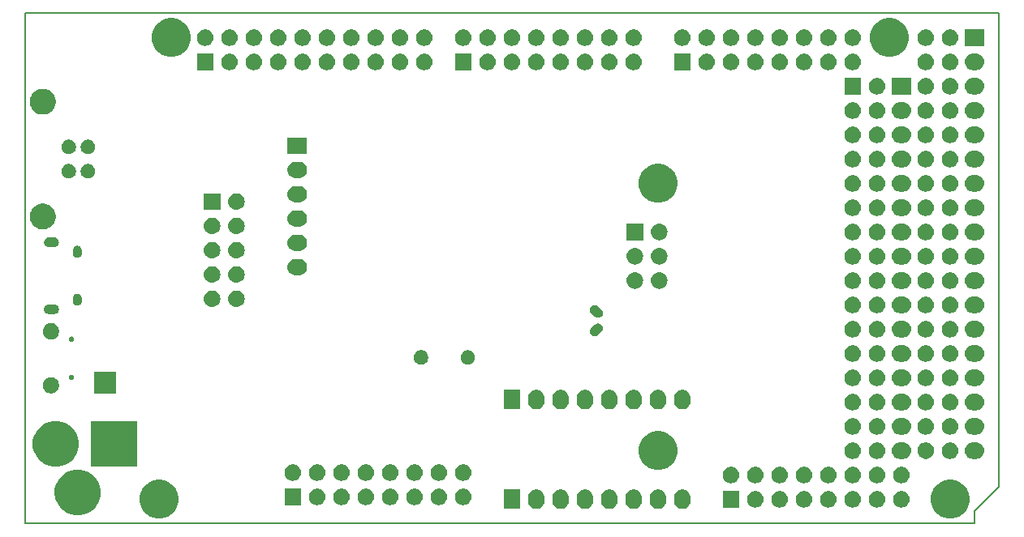
<source format=gbs>
G04 #@! TF.GenerationSoftware,KiCad,Pcbnew,5.1.0-rc1-unknown-6bb8fde~66~ubuntu16.04.1*
G04 #@! TF.CreationDate,2019-02-10T19:38:57+01:00
G04 #@! TF.ProjectId,arduino_mega_all_pins,61726475-696e-46f5-9f6d-6567615f616c,rev?*
G04 #@! TF.SameCoordinates,Original*
G04 #@! TF.FileFunction,Soldermask,Bot*
G04 #@! TF.FilePolarity,Negative*
%FSLAX46Y46*%
G04 Gerber Fmt 4.6, Leading zero omitted, Abs format (unit mm)*
G04 Created by KiCad (PCBNEW 5.1.0-rc1-unknown-6bb8fde~66~ubuntu16.04.1) date 2019-02-10 19:38:57*
%MOMM*%
%LPD*%
G04 APERTURE LIST*
%ADD10C,0.150000*%
%ADD11C,0.100000*%
G04 APERTURE END LIST*
D10*
X204978000Y-72771000D02*
X204978000Y-68326000D01*
X200406000Y-68326000D02*
X204978000Y-68326000D01*
X200406000Y-68326000D02*
X199898000Y-68326000D01*
X204978000Y-73406000D02*
X204978000Y-72771000D01*
X204978000Y-73406000D02*
X204978000Y-83566000D01*
X204978000Y-83566000D02*
X204978000Y-117856000D01*
X204978000Y-117856000D02*
X202438000Y-120396000D01*
X202438000Y-120396000D02*
X202438000Y-121666000D01*
X202438000Y-121666000D02*
X103378000Y-121666000D01*
X103378000Y-68326000D02*
X199898000Y-68326000D01*
X103378000Y-121666000D02*
X103378000Y-68326000D01*
D11*
G36*
X200490713Y-117172089D02*
G01*
X200817702Y-117307532D01*
X200860515Y-117325266D01*
X201193325Y-117547642D01*
X201476358Y-117830675D01*
X201671346Y-118122496D01*
X201698735Y-118163487D01*
X201851911Y-118533287D01*
X201930000Y-118925865D01*
X201930000Y-119326135D01*
X201851911Y-119718713D01*
X201702211Y-120080122D01*
X201698734Y-120088515D01*
X201476358Y-120421325D01*
X201193325Y-120704358D01*
X200860515Y-120926734D01*
X200860514Y-120926735D01*
X200860513Y-120926735D01*
X200490713Y-121079911D01*
X200098135Y-121158000D01*
X199697865Y-121158000D01*
X199305287Y-121079911D01*
X198935487Y-120926735D01*
X198935486Y-120926735D01*
X198935485Y-120926734D01*
X198602675Y-120704358D01*
X198319642Y-120421325D01*
X198097266Y-120088515D01*
X198093790Y-120080122D01*
X197944089Y-119718713D01*
X197866000Y-119326135D01*
X197866000Y-118925865D01*
X197944089Y-118533287D01*
X198097265Y-118163487D01*
X198124654Y-118122496D01*
X198319642Y-117830675D01*
X198602675Y-117547642D01*
X198935485Y-117325266D01*
X198978299Y-117307532D01*
X199305287Y-117172089D01*
X199697865Y-117094000D01*
X200098135Y-117094000D01*
X200490713Y-117172089D01*
X200490713Y-117172089D01*
G37*
G36*
X117940713Y-117172089D02*
G01*
X118267702Y-117307532D01*
X118310515Y-117325266D01*
X118643325Y-117547642D01*
X118926358Y-117830675D01*
X119121346Y-118122496D01*
X119148735Y-118163487D01*
X119301911Y-118533287D01*
X119380000Y-118925865D01*
X119380000Y-119326135D01*
X119301911Y-119718713D01*
X119152211Y-120080122D01*
X119148734Y-120088515D01*
X118926358Y-120421325D01*
X118643325Y-120704358D01*
X118310515Y-120926734D01*
X118310514Y-120926735D01*
X118310513Y-120926735D01*
X117940713Y-121079911D01*
X117548135Y-121158000D01*
X117147865Y-121158000D01*
X116755287Y-121079911D01*
X116385487Y-120926735D01*
X116385486Y-120926735D01*
X116385485Y-120926734D01*
X116052675Y-120704358D01*
X115769642Y-120421325D01*
X115547266Y-120088515D01*
X115543790Y-120080122D01*
X115394089Y-119718713D01*
X115316000Y-119326135D01*
X115316000Y-118925865D01*
X115394089Y-118533287D01*
X115547265Y-118163487D01*
X115574654Y-118122496D01*
X115769642Y-117830675D01*
X116052675Y-117547642D01*
X116385485Y-117325266D01*
X116428299Y-117307532D01*
X116755287Y-117172089D01*
X117147865Y-117094000D01*
X117548135Y-117094000D01*
X117940713Y-117172089D01*
X117940713Y-117172089D01*
G37*
G36*
X109559462Y-116119442D02*
G01*
X109996291Y-116300382D01*
X110389422Y-116563065D01*
X110723755Y-116897398D01*
X110986438Y-117290529D01*
X111167378Y-117727358D01*
X111259620Y-118191091D01*
X111259620Y-118663909D01*
X111231693Y-118804306D01*
X111167378Y-119127642D01*
X110986438Y-119564471D01*
X110723755Y-119957602D01*
X110389422Y-120291935D01*
X109996291Y-120554618D01*
X109559462Y-120735558D01*
X109095729Y-120827800D01*
X108622911Y-120827800D01*
X108159178Y-120735558D01*
X107722349Y-120554618D01*
X107329218Y-120291935D01*
X106994885Y-119957602D01*
X106732202Y-119564471D01*
X106551262Y-119127642D01*
X106486947Y-118804306D01*
X106459020Y-118663909D01*
X106459020Y-118191091D01*
X106551262Y-117727358D01*
X106732202Y-117290529D01*
X106994885Y-116897398D01*
X107329218Y-116563065D01*
X107722349Y-116300382D01*
X108159178Y-116119442D01*
X108622911Y-116027200D01*
X109095729Y-116027200D01*
X109559462Y-116119442D01*
X109559462Y-116119442D01*
G37*
G36*
X161967294Y-118122496D02*
G01*
X162087726Y-118159029D01*
X162130087Y-118171879D01*
X162280110Y-118252068D01*
X162411612Y-118359988D01*
X162519532Y-118491489D01*
X162599721Y-118641512D01*
X162600442Y-118643888D01*
X162649104Y-118804305D01*
X162661600Y-118931180D01*
X162661600Y-119320819D01*
X162649104Y-119447694D01*
X162613681Y-119564468D01*
X162599721Y-119610488D01*
X162519532Y-119760511D01*
X162411612Y-119892012D01*
X162280111Y-119999932D01*
X162130088Y-120080121D01*
X162087727Y-120092971D01*
X161967295Y-120129504D01*
X161798000Y-120146178D01*
X161628706Y-120129504D01*
X161508274Y-120092971D01*
X161465913Y-120080121D01*
X161315890Y-119999932D01*
X161288074Y-119977104D01*
X161184388Y-119892012D01*
X161076469Y-119760512D01*
X161030079Y-119673722D01*
X160996279Y-119610488D01*
X160982319Y-119564468D01*
X160946896Y-119447695D01*
X160934400Y-119320820D01*
X160934400Y-118931181D01*
X160946896Y-118804306D01*
X160996278Y-118641517D01*
X160996279Y-118641513D01*
X161076468Y-118491490D01*
X161184388Y-118359988D01*
X161315889Y-118252068D01*
X161465912Y-118171879D01*
X161508273Y-118159029D01*
X161628705Y-118122496D01*
X161798000Y-118105822D01*
X161967294Y-118122496D01*
X161967294Y-118122496D01*
G37*
G36*
X156887294Y-118122496D02*
G01*
X157007726Y-118159029D01*
X157050087Y-118171879D01*
X157200110Y-118252068D01*
X157331612Y-118359988D01*
X157439532Y-118491489D01*
X157519721Y-118641512D01*
X157520442Y-118643888D01*
X157569104Y-118804305D01*
X157581600Y-118931180D01*
X157581600Y-119320819D01*
X157569104Y-119447694D01*
X157533681Y-119564468D01*
X157519721Y-119610488D01*
X157439532Y-119760511D01*
X157331612Y-119892012D01*
X157200111Y-119999932D01*
X157050088Y-120080121D01*
X157007727Y-120092971D01*
X156887295Y-120129504D01*
X156718000Y-120146178D01*
X156548706Y-120129504D01*
X156428274Y-120092971D01*
X156385913Y-120080121D01*
X156235890Y-119999932D01*
X156208074Y-119977104D01*
X156104388Y-119892012D01*
X155996469Y-119760512D01*
X155950079Y-119673722D01*
X155916279Y-119610488D01*
X155902319Y-119564468D01*
X155866896Y-119447695D01*
X155854400Y-119320820D01*
X155854400Y-118931181D01*
X155866896Y-118804306D01*
X155916278Y-118641517D01*
X155916279Y-118641513D01*
X155996468Y-118491490D01*
X156104388Y-118359988D01*
X156235889Y-118252068D01*
X156385912Y-118171879D01*
X156428273Y-118159029D01*
X156548705Y-118122496D01*
X156718000Y-118105822D01*
X156887294Y-118122496D01*
X156887294Y-118122496D01*
G37*
G36*
X159427294Y-118122496D02*
G01*
X159547726Y-118159029D01*
X159590087Y-118171879D01*
X159740110Y-118252068D01*
X159871612Y-118359988D01*
X159979532Y-118491489D01*
X160059721Y-118641512D01*
X160060442Y-118643888D01*
X160109104Y-118804305D01*
X160121600Y-118931180D01*
X160121600Y-119320819D01*
X160109104Y-119447694D01*
X160073681Y-119564468D01*
X160059721Y-119610488D01*
X159979532Y-119760511D01*
X159871612Y-119892012D01*
X159740111Y-119999932D01*
X159590088Y-120080121D01*
X159547727Y-120092971D01*
X159427295Y-120129504D01*
X159258000Y-120146178D01*
X159088706Y-120129504D01*
X158968274Y-120092971D01*
X158925913Y-120080121D01*
X158775890Y-119999932D01*
X158748074Y-119977104D01*
X158644388Y-119892012D01*
X158536469Y-119760512D01*
X158490079Y-119673722D01*
X158456279Y-119610488D01*
X158442319Y-119564468D01*
X158406896Y-119447695D01*
X158394400Y-119320820D01*
X158394400Y-118931181D01*
X158406896Y-118804306D01*
X158456278Y-118641517D01*
X158456279Y-118641513D01*
X158536468Y-118491490D01*
X158644388Y-118359988D01*
X158775889Y-118252068D01*
X158925912Y-118171879D01*
X158968273Y-118159029D01*
X159088705Y-118122496D01*
X159258000Y-118105822D01*
X159427294Y-118122496D01*
X159427294Y-118122496D01*
G37*
G36*
X164507294Y-118122496D02*
G01*
X164627726Y-118159029D01*
X164670087Y-118171879D01*
X164820110Y-118252068D01*
X164951612Y-118359988D01*
X165059532Y-118491489D01*
X165139721Y-118641512D01*
X165140442Y-118643888D01*
X165189104Y-118804305D01*
X165201600Y-118931180D01*
X165201600Y-119320819D01*
X165189104Y-119447694D01*
X165153681Y-119564468D01*
X165139721Y-119610488D01*
X165059532Y-119760511D01*
X164951612Y-119892012D01*
X164820111Y-119999932D01*
X164670088Y-120080121D01*
X164627727Y-120092971D01*
X164507295Y-120129504D01*
X164338000Y-120146178D01*
X164168706Y-120129504D01*
X164048274Y-120092971D01*
X164005913Y-120080121D01*
X163855890Y-119999932D01*
X163828074Y-119977104D01*
X163724388Y-119892012D01*
X163616469Y-119760512D01*
X163570079Y-119673722D01*
X163536279Y-119610488D01*
X163522319Y-119564468D01*
X163486896Y-119447695D01*
X163474400Y-119320820D01*
X163474400Y-118931181D01*
X163486896Y-118804306D01*
X163536278Y-118641517D01*
X163536279Y-118641513D01*
X163616468Y-118491490D01*
X163724388Y-118359988D01*
X163855889Y-118252068D01*
X164005912Y-118171879D01*
X164048273Y-118159029D01*
X164168705Y-118122496D01*
X164338000Y-118105822D01*
X164507294Y-118122496D01*
X164507294Y-118122496D01*
G37*
G36*
X167047294Y-118122496D02*
G01*
X167167726Y-118159029D01*
X167210087Y-118171879D01*
X167360110Y-118252068D01*
X167491612Y-118359988D01*
X167599532Y-118491489D01*
X167679721Y-118641512D01*
X167680442Y-118643888D01*
X167729104Y-118804305D01*
X167741600Y-118931180D01*
X167741600Y-119320819D01*
X167729104Y-119447694D01*
X167693681Y-119564468D01*
X167679721Y-119610488D01*
X167599532Y-119760511D01*
X167491612Y-119892012D01*
X167360111Y-119999932D01*
X167210088Y-120080121D01*
X167167727Y-120092971D01*
X167047295Y-120129504D01*
X166878000Y-120146178D01*
X166708706Y-120129504D01*
X166588274Y-120092971D01*
X166545913Y-120080121D01*
X166395890Y-119999932D01*
X166368074Y-119977104D01*
X166264388Y-119892012D01*
X166156469Y-119760512D01*
X166110079Y-119673722D01*
X166076279Y-119610488D01*
X166062319Y-119564468D01*
X166026896Y-119447695D01*
X166014400Y-119320820D01*
X166014400Y-118931181D01*
X166026896Y-118804306D01*
X166076278Y-118641517D01*
X166076279Y-118641513D01*
X166156468Y-118491490D01*
X166264388Y-118359988D01*
X166395889Y-118252068D01*
X166545912Y-118171879D01*
X166588273Y-118159029D01*
X166708705Y-118122496D01*
X166878000Y-118105822D01*
X167047294Y-118122496D01*
X167047294Y-118122496D01*
G37*
G36*
X169587294Y-118122496D02*
G01*
X169707726Y-118159029D01*
X169750087Y-118171879D01*
X169900110Y-118252068D01*
X170031612Y-118359988D01*
X170139532Y-118491489D01*
X170219721Y-118641512D01*
X170220442Y-118643888D01*
X170269104Y-118804305D01*
X170281600Y-118931180D01*
X170281600Y-119320819D01*
X170269104Y-119447694D01*
X170233681Y-119564468D01*
X170219721Y-119610488D01*
X170139532Y-119760511D01*
X170031612Y-119892012D01*
X169900111Y-119999932D01*
X169750088Y-120080121D01*
X169707727Y-120092971D01*
X169587295Y-120129504D01*
X169418000Y-120146178D01*
X169248706Y-120129504D01*
X169128274Y-120092971D01*
X169085913Y-120080121D01*
X168935890Y-119999932D01*
X168908074Y-119977104D01*
X168804388Y-119892012D01*
X168696469Y-119760512D01*
X168650079Y-119673722D01*
X168616279Y-119610488D01*
X168602319Y-119564468D01*
X168566896Y-119447695D01*
X168554400Y-119320820D01*
X168554400Y-118931181D01*
X168566896Y-118804306D01*
X168616278Y-118641517D01*
X168616279Y-118641513D01*
X168696468Y-118491490D01*
X168804388Y-118359988D01*
X168935889Y-118252068D01*
X169085912Y-118171879D01*
X169128273Y-118159029D01*
X169248705Y-118122496D01*
X169418000Y-118105822D01*
X169587294Y-118122496D01*
X169587294Y-118122496D01*
G37*
G36*
X172127294Y-118122496D02*
G01*
X172247726Y-118159029D01*
X172290087Y-118171879D01*
X172440110Y-118252068D01*
X172571612Y-118359988D01*
X172679532Y-118491489D01*
X172759721Y-118641512D01*
X172760442Y-118643888D01*
X172809104Y-118804305D01*
X172821600Y-118931180D01*
X172821600Y-119320819D01*
X172809104Y-119447694D01*
X172773681Y-119564468D01*
X172759721Y-119610488D01*
X172679532Y-119760511D01*
X172571612Y-119892012D01*
X172440111Y-119999932D01*
X172290088Y-120080121D01*
X172247727Y-120092971D01*
X172127295Y-120129504D01*
X171958000Y-120146178D01*
X171788706Y-120129504D01*
X171668274Y-120092971D01*
X171625913Y-120080121D01*
X171475890Y-119999932D01*
X171448074Y-119977104D01*
X171344388Y-119892012D01*
X171236469Y-119760512D01*
X171190079Y-119673722D01*
X171156279Y-119610488D01*
X171142319Y-119564468D01*
X171106896Y-119447695D01*
X171094400Y-119320820D01*
X171094400Y-118931181D01*
X171106896Y-118804306D01*
X171156278Y-118641517D01*
X171156279Y-118641513D01*
X171236468Y-118491490D01*
X171344388Y-118359988D01*
X171475889Y-118252068D01*
X171625912Y-118171879D01*
X171668273Y-118159029D01*
X171788705Y-118122496D01*
X171958000Y-118105822D01*
X172127294Y-118122496D01*
X172127294Y-118122496D01*
G37*
G36*
X155041600Y-120142000D02*
G01*
X153314400Y-120142000D01*
X153314400Y-118110000D01*
X155041600Y-118110000D01*
X155041600Y-120142000D01*
X155041600Y-120142000D01*
G37*
G36*
X194987295Y-118274896D02*
G01*
X195107727Y-118311429D01*
X195150088Y-118324279D01*
X195300111Y-118404468D01*
X195431612Y-118512388D01*
X195539532Y-118643889D01*
X195619721Y-118793912D01*
X195632571Y-118836273D01*
X195669104Y-118956705D01*
X195685778Y-119126000D01*
X195669104Y-119295295D01*
X195651262Y-119354111D01*
X195619721Y-119458088D01*
X195539532Y-119608111D01*
X195431612Y-119739612D01*
X195300111Y-119847532D01*
X195150088Y-119927721D01*
X195107727Y-119940571D01*
X194987295Y-119977104D01*
X194860420Y-119989600D01*
X194775580Y-119989600D01*
X194648705Y-119977104D01*
X194528273Y-119940571D01*
X194485912Y-119927721D01*
X194335889Y-119847532D01*
X194204388Y-119739612D01*
X194096468Y-119608111D01*
X194016279Y-119458088D01*
X193984738Y-119354111D01*
X193966896Y-119295295D01*
X193950222Y-119126000D01*
X193966896Y-118956705D01*
X194003429Y-118836273D01*
X194016279Y-118793912D01*
X194096468Y-118643889D01*
X194204388Y-118512388D01*
X194335889Y-118404468D01*
X194485912Y-118324279D01*
X194528273Y-118311429D01*
X194648705Y-118274896D01*
X194775580Y-118262400D01*
X194860420Y-118262400D01*
X194987295Y-118274896D01*
X194987295Y-118274896D01*
G37*
G36*
X177901600Y-119989600D02*
G01*
X176174400Y-119989600D01*
X176174400Y-118262400D01*
X177901600Y-118262400D01*
X177901600Y-119989600D01*
X177901600Y-119989600D01*
G37*
G36*
X179747295Y-118274896D02*
G01*
X179867727Y-118311429D01*
X179910088Y-118324279D01*
X180060111Y-118404468D01*
X180191612Y-118512388D01*
X180299532Y-118643889D01*
X180379721Y-118793912D01*
X180392571Y-118836273D01*
X180429104Y-118956705D01*
X180445778Y-119126000D01*
X180429104Y-119295295D01*
X180411262Y-119354111D01*
X180379721Y-119458088D01*
X180299532Y-119608111D01*
X180191612Y-119739612D01*
X180060111Y-119847532D01*
X179910088Y-119927721D01*
X179867727Y-119940571D01*
X179747295Y-119977104D01*
X179620420Y-119989600D01*
X179535580Y-119989600D01*
X179408705Y-119977104D01*
X179288273Y-119940571D01*
X179245912Y-119927721D01*
X179095889Y-119847532D01*
X178964388Y-119739612D01*
X178856468Y-119608111D01*
X178776279Y-119458088D01*
X178744738Y-119354111D01*
X178726896Y-119295295D01*
X178710222Y-119126000D01*
X178726896Y-118956705D01*
X178763429Y-118836273D01*
X178776279Y-118793912D01*
X178856468Y-118643889D01*
X178964388Y-118512388D01*
X179095889Y-118404468D01*
X179245912Y-118324279D01*
X179288273Y-118311429D01*
X179408705Y-118274896D01*
X179535580Y-118262400D01*
X179620420Y-118262400D01*
X179747295Y-118274896D01*
X179747295Y-118274896D01*
G37*
G36*
X184827295Y-118274896D02*
G01*
X184947727Y-118311429D01*
X184990088Y-118324279D01*
X185140111Y-118404468D01*
X185271612Y-118512388D01*
X185379532Y-118643889D01*
X185459721Y-118793912D01*
X185472571Y-118836273D01*
X185509104Y-118956705D01*
X185525778Y-119126000D01*
X185509104Y-119295295D01*
X185491262Y-119354111D01*
X185459721Y-119458088D01*
X185379532Y-119608111D01*
X185271612Y-119739612D01*
X185140111Y-119847532D01*
X184990088Y-119927721D01*
X184947727Y-119940571D01*
X184827295Y-119977104D01*
X184700420Y-119989600D01*
X184615580Y-119989600D01*
X184488705Y-119977104D01*
X184368273Y-119940571D01*
X184325912Y-119927721D01*
X184175889Y-119847532D01*
X184044388Y-119739612D01*
X183936468Y-119608111D01*
X183856279Y-119458088D01*
X183824738Y-119354111D01*
X183806896Y-119295295D01*
X183790222Y-119126000D01*
X183806896Y-118956705D01*
X183843429Y-118836273D01*
X183856279Y-118793912D01*
X183936468Y-118643889D01*
X184044388Y-118512388D01*
X184175889Y-118404468D01*
X184325912Y-118324279D01*
X184368273Y-118311429D01*
X184488705Y-118274896D01*
X184615580Y-118262400D01*
X184700420Y-118262400D01*
X184827295Y-118274896D01*
X184827295Y-118274896D01*
G37*
G36*
X192447295Y-118274896D02*
G01*
X192567727Y-118311429D01*
X192610088Y-118324279D01*
X192760111Y-118404468D01*
X192891612Y-118512388D01*
X192999532Y-118643889D01*
X193079721Y-118793912D01*
X193092571Y-118836273D01*
X193129104Y-118956705D01*
X193145778Y-119126000D01*
X193129104Y-119295295D01*
X193111262Y-119354111D01*
X193079721Y-119458088D01*
X192999532Y-119608111D01*
X192891612Y-119739612D01*
X192760111Y-119847532D01*
X192610088Y-119927721D01*
X192567727Y-119940571D01*
X192447295Y-119977104D01*
X192320420Y-119989600D01*
X192235580Y-119989600D01*
X192108705Y-119977104D01*
X191988273Y-119940571D01*
X191945912Y-119927721D01*
X191795889Y-119847532D01*
X191664388Y-119739612D01*
X191556468Y-119608111D01*
X191476279Y-119458088D01*
X191444738Y-119354111D01*
X191426896Y-119295295D01*
X191410222Y-119126000D01*
X191426896Y-118956705D01*
X191463429Y-118836273D01*
X191476279Y-118793912D01*
X191556468Y-118643889D01*
X191664388Y-118512388D01*
X191795889Y-118404468D01*
X191945912Y-118324279D01*
X191988273Y-118311429D01*
X192108705Y-118274896D01*
X192235580Y-118262400D01*
X192320420Y-118262400D01*
X192447295Y-118274896D01*
X192447295Y-118274896D01*
G37*
G36*
X189907295Y-118274896D02*
G01*
X190027727Y-118311429D01*
X190070088Y-118324279D01*
X190220111Y-118404468D01*
X190351612Y-118512388D01*
X190459532Y-118643889D01*
X190539721Y-118793912D01*
X190552571Y-118836273D01*
X190589104Y-118956705D01*
X190605778Y-119126000D01*
X190589104Y-119295295D01*
X190571262Y-119354111D01*
X190539721Y-119458088D01*
X190459532Y-119608111D01*
X190351612Y-119739612D01*
X190220111Y-119847532D01*
X190070088Y-119927721D01*
X190027727Y-119940571D01*
X189907295Y-119977104D01*
X189780420Y-119989600D01*
X189695580Y-119989600D01*
X189568705Y-119977104D01*
X189448273Y-119940571D01*
X189405912Y-119927721D01*
X189255889Y-119847532D01*
X189124388Y-119739612D01*
X189016468Y-119608111D01*
X188936279Y-119458088D01*
X188904738Y-119354111D01*
X188886896Y-119295295D01*
X188870222Y-119126000D01*
X188886896Y-118956705D01*
X188923429Y-118836273D01*
X188936279Y-118793912D01*
X189016468Y-118643889D01*
X189124388Y-118512388D01*
X189255889Y-118404468D01*
X189405912Y-118324279D01*
X189448273Y-118311429D01*
X189568705Y-118274896D01*
X189695580Y-118262400D01*
X189780420Y-118262400D01*
X189907295Y-118274896D01*
X189907295Y-118274896D01*
G37*
G36*
X182287295Y-118274896D02*
G01*
X182407727Y-118311429D01*
X182450088Y-118324279D01*
X182600111Y-118404468D01*
X182731612Y-118512388D01*
X182839532Y-118643889D01*
X182919721Y-118793912D01*
X182932571Y-118836273D01*
X182969104Y-118956705D01*
X182985778Y-119126000D01*
X182969104Y-119295295D01*
X182951262Y-119354111D01*
X182919721Y-119458088D01*
X182839532Y-119608111D01*
X182731612Y-119739612D01*
X182600111Y-119847532D01*
X182450088Y-119927721D01*
X182407727Y-119940571D01*
X182287295Y-119977104D01*
X182160420Y-119989600D01*
X182075580Y-119989600D01*
X181948705Y-119977104D01*
X181828273Y-119940571D01*
X181785912Y-119927721D01*
X181635889Y-119847532D01*
X181504388Y-119739612D01*
X181396468Y-119608111D01*
X181316279Y-119458088D01*
X181284738Y-119354111D01*
X181266896Y-119295295D01*
X181250222Y-119126000D01*
X181266896Y-118956705D01*
X181303429Y-118836273D01*
X181316279Y-118793912D01*
X181396468Y-118643889D01*
X181504388Y-118512388D01*
X181635889Y-118404468D01*
X181785912Y-118324279D01*
X181828273Y-118311429D01*
X181948705Y-118274896D01*
X182075580Y-118262400D01*
X182160420Y-118262400D01*
X182287295Y-118274896D01*
X182287295Y-118274896D01*
G37*
G36*
X187367295Y-118274896D02*
G01*
X187487727Y-118311429D01*
X187530088Y-118324279D01*
X187680111Y-118404468D01*
X187811612Y-118512388D01*
X187919532Y-118643889D01*
X187999721Y-118793912D01*
X188012571Y-118836273D01*
X188049104Y-118956705D01*
X188065778Y-119126000D01*
X188049104Y-119295295D01*
X188031262Y-119354111D01*
X187999721Y-119458088D01*
X187919532Y-119608111D01*
X187811612Y-119739612D01*
X187680111Y-119847532D01*
X187530088Y-119927721D01*
X187487727Y-119940571D01*
X187367295Y-119977104D01*
X187240420Y-119989600D01*
X187155580Y-119989600D01*
X187028705Y-119977104D01*
X186908273Y-119940571D01*
X186865912Y-119927721D01*
X186715889Y-119847532D01*
X186584388Y-119739612D01*
X186476468Y-119608111D01*
X186396279Y-119458088D01*
X186364738Y-119354111D01*
X186346896Y-119295295D01*
X186330222Y-119126000D01*
X186346896Y-118956705D01*
X186383429Y-118836273D01*
X186396279Y-118793912D01*
X186476468Y-118643889D01*
X186584388Y-118512388D01*
X186715889Y-118404468D01*
X186865912Y-118324279D01*
X186908273Y-118311429D01*
X187028705Y-118274896D01*
X187155580Y-118262400D01*
X187240420Y-118262400D01*
X187367295Y-118274896D01*
X187367295Y-118274896D01*
G37*
G36*
X146727295Y-118020896D02*
G01*
X146847727Y-118057429D01*
X146890088Y-118070279D01*
X147040111Y-118150468D01*
X147171612Y-118258388D01*
X147279532Y-118389889D01*
X147359721Y-118539912D01*
X147359722Y-118539916D01*
X147409104Y-118702705D01*
X147425778Y-118872000D01*
X147409104Y-119041295D01*
X147372571Y-119161727D01*
X147359721Y-119204088D01*
X147279532Y-119354111D01*
X147171612Y-119485612D01*
X147040111Y-119593532D01*
X146890088Y-119673721D01*
X146847727Y-119686571D01*
X146727295Y-119723104D01*
X146600420Y-119735600D01*
X146515580Y-119735600D01*
X146388705Y-119723104D01*
X146268273Y-119686571D01*
X146225912Y-119673721D01*
X146075889Y-119593532D01*
X145944388Y-119485612D01*
X145836468Y-119354111D01*
X145756279Y-119204088D01*
X145743429Y-119161727D01*
X145706896Y-119041295D01*
X145690222Y-118872000D01*
X145706896Y-118702705D01*
X145756278Y-118539916D01*
X145756279Y-118539912D01*
X145836468Y-118389889D01*
X145944388Y-118258388D01*
X146075889Y-118150468D01*
X146225912Y-118070279D01*
X146268273Y-118057429D01*
X146388705Y-118020896D01*
X146515580Y-118008400D01*
X146600420Y-118008400D01*
X146727295Y-118020896D01*
X146727295Y-118020896D01*
G37*
G36*
X139107295Y-118020896D02*
G01*
X139227727Y-118057429D01*
X139270088Y-118070279D01*
X139420111Y-118150468D01*
X139551612Y-118258388D01*
X139659532Y-118389889D01*
X139739721Y-118539912D01*
X139739722Y-118539916D01*
X139789104Y-118702705D01*
X139805778Y-118872000D01*
X139789104Y-119041295D01*
X139752571Y-119161727D01*
X139739721Y-119204088D01*
X139659532Y-119354111D01*
X139551612Y-119485612D01*
X139420111Y-119593532D01*
X139270088Y-119673721D01*
X139227727Y-119686571D01*
X139107295Y-119723104D01*
X138980420Y-119735600D01*
X138895580Y-119735600D01*
X138768705Y-119723104D01*
X138648273Y-119686571D01*
X138605912Y-119673721D01*
X138455889Y-119593532D01*
X138324388Y-119485612D01*
X138216468Y-119354111D01*
X138136279Y-119204088D01*
X138123429Y-119161727D01*
X138086896Y-119041295D01*
X138070222Y-118872000D01*
X138086896Y-118702705D01*
X138136278Y-118539916D01*
X138136279Y-118539912D01*
X138216468Y-118389889D01*
X138324388Y-118258388D01*
X138455889Y-118150468D01*
X138605912Y-118070279D01*
X138648273Y-118057429D01*
X138768705Y-118020896D01*
X138895580Y-118008400D01*
X138980420Y-118008400D01*
X139107295Y-118020896D01*
X139107295Y-118020896D01*
G37*
G36*
X141647295Y-118020896D02*
G01*
X141767727Y-118057429D01*
X141810088Y-118070279D01*
X141960111Y-118150468D01*
X142091612Y-118258388D01*
X142199532Y-118389889D01*
X142279721Y-118539912D01*
X142279722Y-118539916D01*
X142329104Y-118702705D01*
X142345778Y-118872000D01*
X142329104Y-119041295D01*
X142292571Y-119161727D01*
X142279721Y-119204088D01*
X142199532Y-119354111D01*
X142091612Y-119485612D01*
X141960111Y-119593532D01*
X141810088Y-119673721D01*
X141767727Y-119686571D01*
X141647295Y-119723104D01*
X141520420Y-119735600D01*
X141435580Y-119735600D01*
X141308705Y-119723104D01*
X141188273Y-119686571D01*
X141145912Y-119673721D01*
X140995889Y-119593532D01*
X140864388Y-119485612D01*
X140756468Y-119354111D01*
X140676279Y-119204088D01*
X140663429Y-119161727D01*
X140626896Y-119041295D01*
X140610222Y-118872000D01*
X140626896Y-118702705D01*
X140676278Y-118539916D01*
X140676279Y-118539912D01*
X140756468Y-118389889D01*
X140864388Y-118258388D01*
X140995889Y-118150468D01*
X141145912Y-118070279D01*
X141188273Y-118057429D01*
X141308705Y-118020896D01*
X141435580Y-118008400D01*
X141520420Y-118008400D01*
X141647295Y-118020896D01*
X141647295Y-118020896D01*
G37*
G36*
X149267295Y-118020896D02*
G01*
X149387727Y-118057429D01*
X149430088Y-118070279D01*
X149580111Y-118150468D01*
X149711612Y-118258388D01*
X149819532Y-118389889D01*
X149899721Y-118539912D01*
X149899722Y-118539916D01*
X149949104Y-118702705D01*
X149965778Y-118872000D01*
X149949104Y-119041295D01*
X149912571Y-119161727D01*
X149899721Y-119204088D01*
X149819532Y-119354111D01*
X149711612Y-119485612D01*
X149580111Y-119593532D01*
X149430088Y-119673721D01*
X149387727Y-119686571D01*
X149267295Y-119723104D01*
X149140420Y-119735600D01*
X149055580Y-119735600D01*
X148928705Y-119723104D01*
X148808273Y-119686571D01*
X148765912Y-119673721D01*
X148615889Y-119593532D01*
X148484388Y-119485612D01*
X148376468Y-119354111D01*
X148296279Y-119204088D01*
X148283429Y-119161727D01*
X148246896Y-119041295D01*
X148230222Y-118872000D01*
X148246896Y-118702705D01*
X148296278Y-118539916D01*
X148296279Y-118539912D01*
X148376468Y-118389889D01*
X148484388Y-118258388D01*
X148615889Y-118150468D01*
X148765912Y-118070279D01*
X148808273Y-118057429D01*
X148928705Y-118020896D01*
X149055580Y-118008400D01*
X149140420Y-118008400D01*
X149267295Y-118020896D01*
X149267295Y-118020896D01*
G37*
G36*
X136567295Y-118020896D02*
G01*
X136687727Y-118057429D01*
X136730088Y-118070279D01*
X136880111Y-118150468D01*
X137011612Y-118258388D01*
X137119532Y-118389889D01*
X137199721Y-118539912D01*
X137199722Y-118539916D01*
X137249104Y-118702705D01*
X137265778Y-118872000D01*
X137249104Y-119041295D01*
X137212571Y-119161727D01*
X137199721Y-119204088D01*
X137119532Y-119354111D01*
X137011612Y-119485612D01*
X136880111Y-119593532D01*
X136730088Y-119673721D01*
X136687727Y-119686571D01*
X136567295Y-119723104D01*
X136440420Y-119735600D01*
X136355580Y-119735600D01*
X136228705Y-119723104D01*
X136108273Y-119686571D01*
X136065912Y-119673721D01*
X135915889Y-119593532D01*
X135784388Y-119485612D01*
X135676468Y-119354111D01*
X135596279Y-119204088D01*
X135583429Y-119161727D01*
X135546896Y-119041295D01*
X135530222Y-118872000D01*
X135546896Y-118702705D01*
X135596278Y-118539916D01*
X135596279Y-118539912D01*
X135676468Y-118389889D01*
X135784388Y-118258388D01*
X135915889Y-118150468D01*
X136065912Y-118070279D01*
X136108273Y-118057429D01*
X136228705Y-118020896D01*
X136355580Y-118008400D01*
X136440420Y-118008400D01*
X136567295Y-118020896D01*
X136567295Y-118020896D01*
G37*
G36*
X134027295Y-118020896D02*
G01*
X134147727Y-118057429D01*
X134190088Y-118070279D01*
X134340111Y-118150468D01*
X134471612Y-118258388D01*
X134579532Y-118389889D01*
X134659721Y-118539912D01*
X134659722Y-118539916D01*
X134709104Y-118702705D01*
X134725778Y-118872000D01*
X134709104Y-119041295D01*
X134672571Y-119161727D01*
X134659721Y-119204088D01*
X134579532Y-119354111D01*
X134471612Y-119485612D01*
X134340111Y-119593532D01*
X134190088Y-119673721D01*
X134147727Y-119686571D01*
X134027295Y-119723104D01*
X133900420Y-119735600D01*
X133815580Y-119735600D01*
X133688705Y-119723104D01*
X133568273Y-119686571D01*
X133525912Y-119673721D01*
X133375889Y-119593532D01*
X133244388Y-119485612D01*
X133136468Y-119354111D01*
X133056279Y-119204088D01*
X133043429Y-119161727D01*
X133006896Y-119041295D01*
X132990222Y-118872000D01*
X133006896Y-118702705D01*
X133056278Y-118539916D01*
X133056279Y-118539912D01*
X133136468Y-118389889D01*
X133244388Y-118258388D01*
X133375889Y-118150468D01*
X133525912Y-118070279D01*
X133568273Y-118057429D01*
X133688705Y-118020896D01*
X133815580Y-118008400D01*
X133900420Y-118008400D01*
X134027295Y-118020896D01*
X134027295Y-118020896D01*
G37*
G36*
X132181600Y-119735600D02*
G01*
X130454400Y-119735600D01*
X130454400Y-118008400D01*
X132181600Y-118008400D01*
X132181600Y-119735600D01*
X132181600Y-119735600D01*
G37*
G36*
X144187295Y-118020896D02*
G01*
X144307727Y-118057429D01*
X144350088Y-118070279D01*
X144500111Y-118150468D01*
X144631612Y-118258388D01*
X144739532Y-118389889D01*
X144819721Y-118539912D01*
X144819722Y-118539916D01*
X144869104Y-118702705D01*
X144885778Y-118872000D01*
X144869104Y-119041295D01*
X144832571Y-119161727D01*
X144819721Y-119204088D01*
X144739532Y-119354111D01*
X144631612Y-119485612D01*
X144500111Y-119593532D01*
X144350088Y-119673721D01*
X144307727Y-119686571D01*
X144187295Y-119723104D01*
X144060420Y-119735600D01*
X143975580Y-119735600D01*
X143848705Y-119723104D01*
X143728273Y-119686571D01*
X143685912Y-119673721D01*
X143535889Y-119593532D01*
X143404388Y-119485612D01*
X143296468Y-119354111D01*
X143216279Y-119204088D01*
X143203429Y-119161727D01*
X143166896Y-119041295D01*
X143150222Y-118872000D01*
X143166896Y-118702705D01*
X143216278Y-118539916D01*
X143216279Y-118539912D01*
X143296468Y-118389889D01*
X143404388Y-118258388D01*
X143535889Y-118150468D01*
X143685912Y-118070279D01*
X143728273Y-118057429D01*
X143848705Y-118020896D01*
X143975580Y-118008400D01*
X144060420Y-118008400D01*
X144187295Y-118020896D01*
X144187295Y-118020896D01*
G37*
G36*
X177207295Y-115734896D02*
G01*
X177327727Y-115771429D01*
X177370088Y-115784279D01*
X177520111Y-115864468D01*
X177651612Y-115972388D01*
X177759532Y-116103889D01*
X177839721Y-116253912D01*
X177839722Y-116253916D01*
X177889104Y-116416705D01*
X177905778Y-116586000D01*
X177889104Y-116755295D01*
X177871262Y-116814111D01*
X177839721Y-116918088D01*
X177759532Y-117068111D01*
X177651612Y-117199612D01*
X177520111Y-117307532D01*
X177370088Y-117387721D01*
X177327727Y-117400571D01*
X177207295Y-117437104D01*
X177080420Y-117449600D01*
X176995580Y-117449600D01*
X176868705Y-117437104D01*
X176748273Y-117400571D01*
X176705912Y-117387721D01*
X176555889Y-117307532D01*
X176424388Y-117199612D01*
X176316468Y-117068111D01*
X176236279Y-116918088D01*
X176204738Y-116814111D01*
X176186896Y-116755295D01*
X176170222Y-116586000D01*
X176186896Y-116416705D01*
X176236278Y-116253916D01*
X176236279Y-116253912D01*
X176316468Y-116103889D01*
X176424388Y-115972388D01*
X176555889Y-115864468D01*
X176705912Y-115784279D01*
X176748273Y-115771429D01*
X176868705Y-115734896D01*
X176995580Y-115722400D01*
X177080420Y-115722400D01*
X177207295Y-115734896D01*
X177207295Y-115734896D01*
G37*
G36*
X194987295Y-115734896D02*
G01*
X195107727Y-115771429D01*
X195150088Y-115784279D01*
X195300111Y-115864468D01*
X195431612Y-115972388D01*
X195539532Y-116103889D01*
X195619721Y-116253912D01*
X195619722Y-116253916D01*
X195669104Y-116416705D01*
X195685778Y-116586000D01*
X195669104Y-116755295D01*
X195651262Y-116814111D01*
X195619721Y-116918088D01*
X195539532Y-117068111D01*
X195431612Y-117199612D01*
X195300111Y-117307532D01*
X195150088Y-117387721D01*
X195107727Y-117400571D01*
X194987295Y-117437104D01*
X194860420Y-117449600D01*
X194775580Y-117449600D01*
X194648705Y-117437104D01*
X194528273Y-117400571D01*
X194485912Y-117387721D01*
X194335889Y-117307532D01*
X194204388Y-117199612D01*
X194096468Y-117068111D01*
X194016279Y-116918088D01*
X193984738Y-116814111D01*
X193966896Y-116755295D01*
X193950222Y-116586000D01*
X193966896Y-116416705D01*
X194016278Y-116253916D01*
X194016279Y-116253912D01*
X194096468Y-116103889D01*
X194204388Y-115972388D01*
X194335889Y-115864468D01*
X194485912Y-115784279D01*
X194528273Y-115771429D01*
X194648705Y-115734896D01*
X194775580Y-115722400D01*
X194860420Y-115722400D01*
X194987295Y-115734896D01*
X194987295Y-115734896D01*
G37*
G36*
X192447295Y-115734896D02*
G01*
X192567727Y-115771429D01*
X192610088Y-115784279D01*
X192760111Y-115864468D01*
X192891612Y-115972388D01*
X192999532Y-116103889D01*
X193079721Y-116253912D01*
X193079722Y-116253916D01*
X193129104Y-116416705D01*
X193145778Y-116586000D01*
X193129104Y-116755295D01*
X193111262Y-116814111D01*
X193079721Y-116918088D01*
X192999532Y-117068111D01*
X192891612Y-117199612D01*
X192760111Y-117307532D01*
X192610088Y-117387721D01*
X192567727Y-117400571D01*
X192447295Y-117437104D01*
X192320420Y-117449600D01*
X192235580Y-117449600D01*
X192108705Y-117437104D01*
X191988273Y-117400571D01*
X191945912Y-117387721D01*
X191795889Y-117307532D01*
X191664388Y-117199612D01*
X191556468Y-117068111D01*
X191476279Y-116918088D01*
X191444738Y-116814111D01*
X191426896Y-116755295D01*
X191410222Y-116586000D01*
X191426896Y-116416705D01*
X191476278Y-116253916D01*
X191476279Y-116253912D01*
X191556468Y-116103889D01*
X191664388Y-115972388D01*
X191795889Y-115864468D01*
X191945912Y-115784279D01*
X191988273Y-115771429D01*
X192108705Y-115734896D01*
X192235580Y-115722400D01*
X192320420Y-115722400D01*
X192447295Y-115734896D01*
X192447295Y-115734896D01*
G37*
G36*
X189907295Y-115734896D02*
G01*
X190027727Y-115771429D01*
X190070088Y-115784279D01*
X190220111Y-115864468D01*
X190351612Y-115972388D01*
X190459532Y-116103889D01*
X190539721Y-116253912D01*
X190539722Y-116253916D01*
X190589104Y-116416705D01*
X190605778Y-116586000D01*
X190589104Y-116755295D01*
X190571262Y-116814111D01*
X190539721Y-116918088D01*
X190459532Y-117068111D01*
X190351612Y-117199612D01*
X190220111Y-117307532D01*
X190070088Y-117387721D01*
X190027727Y-117400571D01*
X189907295Y-117437104D01*
X189780420Y-117449600D01*
X189695580Y-117449600D01*
X189568705Y-117437104D01*
X189448273Y-117400571D01*
X189405912Y-117387721D01*
X189255889Y-117307532D01*
X189124388Y-117199612D01*
X189016468Y-117068111D01*
X188936279Y-116918088D01*
X188904738Y-116814111D01*
X188886896Y-116755295D01*
X188870222Y-116586000D01*
X188886896Y-116416705D01*
X188936278Y-116253916D01*
X188936279Y-116253912D01*
X189016468Y-116103889D01*
X189124388Y-115972388D01*
X189255889Y-115864468D01*
X189405912Y-115784279D01*
X189448273Y-115771429D01*
X189568705Y-115734896D01*
X189695580Y-115722400D01*
X189780420Y-115722400D01*
X189907295Y-115734896D01*
X189907295Y-115734896D01*
G37*
G36*
X187367295Y-115734896D02*
G01*
X187487727Y-115771429D01*
X187530088Y-115784279D01*
X187680111Y-115864468D01*
X187811612Y-115972388D01*
X187919532Y-116103889D01*
X187999721Y-116253912D01*
X187999722Y-116253916D01*
X188049104Y-116416705D01*
X188065778Y-116586000D01*
X188049104Y-116755295D01*
X188031262Y-116814111D01*
X187999721Y-116918088D01*
X187919532Y-117068111D01*
X187811612Y-117199612D01*
X187680111Y-117307532D01*
X187530088Y-117387721D01*
X187487727Y-117400571D01*
X187367295Y-117437104D01*
X187240420Y-117449600D01*
X187155580Y-117449600D01*
X187028705Y-117437104D01*
X186908273Y-117400571D01*
X186865912Y-117387721D01*
X186715889Y-117307532D01*
X186584388Y-117199612D01*
X186476468Y-117068111D01*
X186396279Y-116918088D01*
X186364738Y-116814111D01*
X186346896Y-116755295D01*
X186330222Y-116586000D01*
X186346896Y-116416705D01*
X186396278Y-116253916D01*
X186396279Y-116253912D01*
X186476468Y-116103889D01*
X186584388Y-115972388D01*
X186715889Y-115864468D01*
X186865912Y-115784279D01*
X186908273Y-115771429D01*
X187028705Y-115734896D01*
X187155580Y-115722400D01*
X187240420Y-115722400D01*
X187367295Y-115734896D01*
X187367295Y-115734896D01*
G37*
G36*
X182287295Y-115734896D02*
G01*
X182407727Y-115771429D01*
X182450088Y-115784279D01*
X182600111Y-115864468D01*
X182731612Y-115972388D01*
X182839532Y-116103889D01*
X182919721Y-116253912D01*
X182919722Y-116253916D01*
X182969104Y-116416705D01*
X182985778Y-116586000D01*
X182969104Y-116755295D01*
X182951262Y-116814111D01*
X182919721Y-116918088D01*
X182839532Y-117068111D01*
X182731612Y-117199612D01*
X182600111Y-117307532D01*
X182450088Y-117387721D01*
X182407727Y-117400571D01*
X182287295Y-117437104D01*
X182160420Y-117449600D01*
X182075580Y-117449600D01*
X181948705Y-117437104D01*
X181828273Y-117400571D01*
X181785912Y-117387721D01*
X181635889Y-117307532D01*
X181504388Y-117199612D01*
X181396468Y-117068111D01*
X181316279Y-116918088D01*
X181284738Y-116814111D01*
X181266896Y-116755295D01*
X181250222Y-116586000D01*
X181266896Y-116416705D01*
X181316278Y-116253916D01*
X181316279Y-116253912D01*
X181396468Y-116103889D01*
X181504388Y-115972388D01*
X181635889Y-115864468D01*
X181785912Y-115784279D01*
X181828273Y-115771429D01*
X181948705Y-115734896D01*
X182075580Y-115722400D01*
X182160420Y-115722400D01*
X182287295Y-115734896D01*
X182287295Y-115734896D01*
G37*
G36*
X179747295Y-115734896D02*
G01*
X179867727Y-115771429D01*
X179910088Y-115784279D01*
X180060111Y-115864468D01*
X180191612Y-115972388D01*
X180299532Y-116103889D01*
X180379721Y-116253912D01*
X180379722Y-116253916D01*
X180429104Y-116416705D01*
X180445778Y-116586000D01*
X180429104Y-116755295D01*
X180411262Y-116814111D01*
X180379721Y-116918088D01*
X180299532Y-117068111D01*
X180191612Y-117199612D01*
X180060111Y-117307532D01*
X179910088Y-117387721D01*
X179867727Y-117400571D01*
X179747295Y-117437104D01*
X179620420Y-117449600D01*
X179535580Y-117449600D01*
X179408705Y-117437104D01*
X179288273Y-117400571D01*
X179245912Y-117387721D01*
X179095889Y-117307532D01*
X178964388Y-117199612D01*
X178856468Y-117068111D01*
X178776279Y-116918088D01*
X178744738Y-116814111D01*
X178726896Y-116755295D01*
X178710222Y-116586000D01*
X178726896Y-116416705D01*
X178776278Y-116253916D01*
X178776279Y-116253912D01*
X178856468Y-116103889D01*
X178964388Y-115972388D01*
X179095889Y-115864468D01*
X179245912Y-115784279D01*
X179288273Y-115771429D01*
X179408705Y-115734896D01*
X179535580Y-115722400D01*
X179620420Y-115722400D01*
X179747295Y-115734896D01*
X179747295Y-115734896D01*
G37*
G36*
X184827295Y-115734896D02*
G01*
X184947727Y-115771429D01*
X184990088Y-115784279D01*
X185140111Y-115864468D01*
X185271612Y-115972388D01*
X185379532Y-116103889D01*
X185459721Y-116253912D01*
X185459722Y-116253916D01*
X185509104Y-116416705D01*
X185525778Y-116586000D01*
X185509104Y-116755295D01*
X185491262Y-116814111D01*
X185459721Y-116918088D01*
X185379532Y-117068111D01*
X185271612Y-117199612D01*
X185140111Y-117307532D01*
X184990088Y-117387721D01*
X184947727Y-117400571D01*
X184827295Y-117437104D01*
X184700420Y-117449600D01*
X184615580Y-117449600D01*
X184488705Y-117437104D01*
X184368273Y-117400571D01*
X184325912Y-117387721D01*
X184175889Y-117307532D01*
X184044388Y-117199612D01*
X183936468Y-117068111D01*
X183856279Y-116918088D01*
X183824738Y-116814111D01*
X183806896Y-116755295D01*
X183790222Y-116586000D01*
X183806896Y-116416705D01*
X183856278Y-116253916D01*
X183856279Y-116253912D01*
X183936468Y-116103889D01*
X184044388Y-115972388D01*
X184175889Y-115864468D01*
X184325912Y-115784279D01*
X184368273Y-115771429D01*
X184488705Y-115734896D01*
X184615580Y-115722400D01*
X184700420Y-115722400D01*
X184827295Y-115734896D01*
X184827295Y-115734896D01*
G37*
G36*
X136567295Y-115480896D02*
G01*
X136687727Y-115517429D01*
X136730088Y-115530279D01*
X136880111Y-115610468D01*
X137011612Y-115718388D01*
X137119532Y-115849889D01*
X137199721Y-115999912D01*
X137199722Y-115999916D01*
X137249104Y-116162705D01*
X137265778Y-116332000D01*
X137249104Y-116501295D01*
X137230366Y-116563065D01*
X137199721Y-116664088D01*
X137119532Y-116814111D01*
X137011612Y-116945612D01*
X136880111Y-117053532D01*
X136730088Y-117133721D01*
X136687727Y-117146571D01*
X136567295Y-117183104D01*
X136440420Y-117195600D01*
X136355580Y-117195600D01*
X136228705Y-117183104D01*
X136108273Y-117146571D01*
X136065912Y-117133721D01*
X135915889Y-117053532D01*
X135784388Y-116945612D01*
X135676468Y-116814111D01*
X135596279Y-116664088D01*
X135565634Y-116563065D01*
X135546896Y-116501295D01*
X135530222Y-116332000D01*
X135546896Y-116162705D01*
X135596278Y-115999916D01*
X135596279Y-115999912D01*
X135676468Y-115849889D01*
X135784388Y-115718388D01*
X135915889Y-115610468D01*
X136065912Y-115530279D01*
X136108273Y-115517429D01*
X136228705Y-115480896D01*
X136355580Y-115468400D01*
X136440420Y-115468400D01*
X136567295Y-115480896D01*
X136567295Y-115480896D01*
G37*
G36*
X149267295Y-115480896D02*
G01*
X149387727Y-115517429D01*
X149430088Y-115530279D01*
X149580111Y-115610468D01*
X149711612Y-115718388D01*
X149819532Y-115849889D01*
X149899721Y-115999912D01*
X149899722Y-115999916D01*
X149949104Y-116162705D01*
X149965778Y-116332000D01*
X149949104Y-116501295D01*
X149930366Y-116563065D01*
X149899721Y-116664088D01*
X149819532Y-116814111D01*
X149711612Y-116945612D01*
X149580111Y-117053532D01*
X149430088Y-117133721D01*
X149387727Y-117146571D01*
X149267295Y-117183104D01*
X149140420Y-117195600D01*
X149055580Y-117195600D01*
X148928705Y-117183104D01*
X148808273Y-117146571D01*
X148765912Y-117133721D01*
X148615889Y-117053532D01*
X148484388Y-116945612D01*
X148376468Y-116814111D01*
X148296279Y-116664088D01*
X148265634Y-116563065D01*
X148246896Y-116501295D01*
X148230222Y-116332000D01*
X148246896Y-116162705D01*
X148296278Y-115999916D01*
X148296279Y-115999912D01*
X148376468Y-115849889D01*
X148484388Y-115718388D01*
X148615889Y-115610468D01*
X148765912Y-115530279D01*
X148808273Y-115517429D01*
X148928705Y-115480896D01*
X149055580Y-115468400D01*
X149140420Y-115468400D01*
X149267295Y-115480896D01*
X149267295Y-115480896D01*
G37*
G36*
X139107295Y-115480896D02*
G01*
X139227727Y-115517429D01*
X139270088Y-115530279D01*
X139420111Y-115610468D01*
X139551612Y-115718388D01*
X139659532Y-115849889D01*
X139739721Y-115999912D01*
X139739722Y-115999916D01*
X139789104Y-116162705D01*
X139805778Y-116332000D01*
X139789104Y-116501295D01*
X139770366Y-116563065D01*
X139739721Y-116664088D01*
X139659532Y-116814111D01*
X139551612Y-116945612D01*
X139420111Y-117053532D01*
X139270088Y-117133721D01*
X139227727Y-117146571D01*
X139107295Y-117183104D01*
X138980420Y-117195600D01*
X138895580Y-117195600D01*
X138768705Y-117183104D01*
X138648273Y-117146571D01*
X138605912Y-117133721D01*
X138455889Y-117053532D01*
X138324388Y-116945612D01*
X138216468Y-116814111D01*
X138136279Y-116664088D01*
X138105634Y-116563065D01*
X138086896Y-116501295D01*
X138070222Y-116332000D01*
X138086896Y-116162705D01*
X138136278Y-115999916D01*
X138136279Y-115999912D01*
X138216468Y-115849889D01*
X138324388Y-115718388D01*
X138455889Y-115610468D01*
X138605912Y-115530279D01*
X138648273Y-115517429D01*
X138768705Y-115480896D01*
X138895580Y-115468400D01*
X138980420Y-115468400D01*
X139107295Y-115480896D01*
X139107295Y-115480896D01*
G37*
G36*
X141647295Y-115480896D02*
G01*
X141767727Y-115517429D01*
X141810088Y-115530279D01*
X141960111Y-115610468D01*
X142091612Y-115718388D01*
X142199532Y-115849889D01*
X142279721Y-115999912D01*
X142279722Y-115999916D01*
X142329104Y-116162705D01*
X142345778Y-116332000D01*
X142329104Y-116501295D01*
X142310366Y-116563065D01*
X142279721Y-116664088D01*
X142199532Y-116814111D01*
X142091612Y-116945612D01*
X141960111Y-117053532D01*
X141810088Y-117133721D01*
X141767727Y-117146571D01*
X141647295Y-117183104D01*
X141520420Y-117195600D01*
X141435580Y-117195600D01*
X141308705Y-117183104D01*
X141188273Y-117146571D01*
X141145912Y-117133721D01*
X140995889Y-117053532D01*
X140864388Y-116945612D01*
X140756468Y-116814111D01*
X140676279Y-116664088D01*
X140645634Y-116563065D01*
X140626896Y-116501295D01*
X140610222Y-116332000D01*
X140626896Y-116162705D01*
X140676278Y-115999916D01*
X140676279Y-115999912D01*
X140756468Y-115849889D01*
X140864388Y-115718388D01*
X140995889Y-115610468D01*
X141145912Y-115530279D01*
X141188273Y-115517429D01*
X141308705Y-115480896D01*
X141435580Y-115468400D01*
X141520420Y-115468400D01*
X141647295Y-115480896D01*
X141647295Y-115480896D01*
G37*
G36*
X144187295Y-115480896D02*
G01*
X144307727Y-115517429D01*
X144350088Y-115530279D01*
X144500111Y-115610468D01*
X144631612Y-115718388D01*
X144739532Y-115849889D01*
X144819721Y-115999912D01*
X144819722Y-115999916D01*
X144869104Y-116162705D01*
X144885778Y-116332000D01*
X144869104Y-116501295D01*
X144850366Y-116563065D01*
X144819721Y-116664088D01*
X144739532Y-116814111D01*
X144631612Y-116945612D01*
X144500111Y-117053532D01*
X144350088Y-117133721D01*
X144307727Y-117146571D01*
X144187295Y-117183104D01*
X144060420Y-117195600D01*
X143975580Y-117195600D01*
X143848705Y-117183104D01*
X143728273Y-117146571D01*
X143685912Y-117133721D01*
X143535889Y-117053532D01*
X143404388Y-116945612D01*
X143296468Y-116814111D01*
X143216279Y-116664088D01*
X143185634Y-116563065D01*
X143166896Y-116501295D01*
X143150222Y-116332000D01*
X143166896Y-116162705D01*
X143216278Y-115999916D01*
X143216279Y-115999912D01*
X143296468Y-115849889D01*
X143404388Y-115718388D01*
X143535889Y-115610468D01*
X143685912Y-115530279D01*
X143728273Y-115517429D01*
X143848705Y-115480896D01*
X143975580Y-115468400D01*
X144060420Y-115468400D01*
X144187295Y-115480896D01*
X144187295Y-115480896D01*
G37*
G36*
X146727295Y-115480896D02*
G01*
X146847727Y-115517429D01*
X146890088Y-115530279D01*
X147040111Y-115610468D01*
X147171612Y-115718388D01*
X147279532Y-115849889D01*
X147359721Y-115999912D01*
X147359722Y-115999916D01*
X147409104Y-116162705D01*
X147425778Y-116332000D01*
X147409104Y-116501295D01*
X147390366Y-116563065D01*
X147359721Y-116664088D01*
X147279532Y-116814111D01*
X147171612Y-116945612D01*
X147040111Y-117053532D01*
X146890088Y-117133721D01*
X146847727Y-117146571D01*
X146727295Y-117183104D01*
X146600420Y-117195600D01*
X146515580Y-117195600D01*
X146388705Y-117183104D01*
X146268273Y-117146571D01*
X146225912Y-117133721D01*
X146075889Y-117053532D01*
X145944388Y-116945612D01*
X145836468Y-116814111D01*
X145756279Y-116664088D01*
X145725634Y-116563065D01*
X145706896Y-116501295D01*
X145690222Y-116332000D01*
X145706896Y-116162705D01*
X145756278Y-115999916D01*
X145756279Y-115999912D01*
X145836468Y-115849889D01*
X145944388Y-115718388D01*
X146075889Y-115610468D01*
X146225912Y-115530279D01*
X146268273Y-115517429D01*
X146388705Y-115480896D01*
X146515580Y-115468400D01*
X146600420Y-115468400D01*
X146727295Y-115480896D01*
X146727295Y-115480896D01*
G37*
G36*
X134027295Y-115480896D02*
G01*
X134147727Y-115517429D01*
X134190088Y-115530279D01*
X134340111Y-115610468D01*
X134471612Y-115718388D01*
X134579532Y-115849889D01*
X134659721Y-115999912D01*
X134659722Y-115999916D01*
X134709104Y-116162705D01*
X134725778Y-116332000D01*
X134709104Y-116501295D01*
X134690366Y-116563065D01*
X134659721Y-116664088D01*
X134579532Y-116814111D01*
X134471612Y-116945612D01*
X134340111Y-117053532D01*
X134190088Y-117133721D01*
X134147727Y-117146571D01*
X134027295Y-117183104D01*
X133900420Y-117195600D01*
X133815580Y-117195600D01*
X133688705Y-117183104D01*
X133568273Y-117146571D01*
X133525912Y-117133721D01*
X133375889Y-117053532D01*
X133244388Y-116945612D01*
X133136468Y-116814111D01*
X133056279Y-116664088D01*
X133025634Y-116563065D01*
X133006896Y-116501295D01*
X132990222Y-116332000D01*
X133006896Y-116162705D01*
X133056278Y-115999916D01*
X133056279Y-115999912D01*
X133136468Y-115849889D01*
X133244388Y-115718388D01*
X133375889Y-115610468D01*
X133525912Y-115530279D01*
X133568273Y-115517429D01*
X133688705Y-115480896D01*
X133815580Y-115468400D01*
X133900420Y-115468400D01*
X134027295Y-115480896D01*
X134027295Y-115480896D01*
G37*
G36*
X131487295Y-115480896D02*
G01*
X131607727Y-115517429D01*
X131650088Y-115530279D01*
X131800111Y-115610468D01*
X131931612Y-115718388D01*
X132039532Y-115849889D01*
X132119721Y-115999912D01*
X132119722Y-115999916D01*
X132169104Y-116162705D01*
X132185778Y-116332000D01*
X132169104Y-116501295D01*
X132150366Y-116563065D01*
X132119721Y-116664088D01*
X132039532Y-116814111D01*
X131931612Y-116945612D01*
X131800111Y-117053532D01*
X131650088Y-117133721D01*
X131607727Y-117146571D01*
X131487295Y-117183104D01*
X131360420Y-117195600D01*
X131275580Y-117195600D01*
X131148705Y-117183104D01*
X131028273Y-117146571D01*
X130985912Y-117133721D01*
X130835889Y-117053532D01*
X130704388Y-116945612D01*
X130596468Y-116814111D01*
X130516279Y-116664088D01*
X130485634Y-116563065D01*
X130466896Y-116501295D01*
X130450222Y-116332000D01*
X130466896Y-116162705D01*
X130516278Y-115999916D01*
X130516279Y-115999912D01*
X130596468Y-115849889D01*
X130704388Y-115718388D01*
X130835889Y-115610468D01*
X130985912Y-115530279D01*
X131028273Y-115517429D01*
X131148705Y-115480896D01*
X131275580Y-115468400D01*
X131360420Y-115468400D01*
X131487295Y-115480896D01*
X131487295Y-115480896D01*
G37*
G36*
X170010713Y-112092089D02*
G01*
X170337702Y-112227532D01*
X170380515Y-112245266D01*
X170713325Y-112467642D01*
X170996358Y-112750675D01*
X171218734Y-113083485D01*
X171218735Y-113083487D01*
X171371911Y-113453287D01*
X171450000Y-113845865D01*
X171450000Y-114246135D01*
X171371911Y-114638713D01*
X171273453Y-114876413D01*
X171218734Y-115008515D01*
X170996358Y-115341325D01*
X170713325Y-115624358D01*
X170380515Y-115846734D01*
X170380514Y-115846735D01*
X170380513Y-115846735D01*
X170010713Y-115999911D01*
X169618135Y-116078000D01*
X169217865Y-116078000D01*
X168825287Y-115999911D01*
X168455487Y-115846735D01*
X168455486Y-115846735D01*
X168455485Y-115846734D01*
X168122675Y-115624358D01*
X167839642Y-115341325D01*
X167617266Y-115008515D01*
X167562548Y-114876413D01*
X167464089Y-114638713D01*
X167386000Y-114246135D01*
X167386000Y-113845865D01*
X167464089Y-113453287D01*
X167617265Y-113083487D01*
X167617266Y-113083485D01*
X167839642Y-112750675D01*
X168122675Y-112467642D01*
X168455485Y-112245266D01*
X168498299Y-112227532D01*
X168825287Y-112092089D01*
X169217865Y-112014000D01*
X169618135Y-112014000D01*
X170010713Y-112092089D01*
X170010713Y-112092089D01*
G37*
G36*
X107273462Y-111039442D02*
G01*
X107710291Y-111220382D01*
X108103422Y-111483065D01*
X108437755Y-111817398D01*
X108700438Y-112210529D01*
X108881378Y-112647358D01*
X108973620Y-113111092D01*
X108973620Y-113583908D01*
X108881378Y-114047642D01*
X108700438Y-114484471D01*
X108437755Y-114877602D01*
X108103422Y-115211935D01*
X107710291Y-115474618D01*
X107273462Y-115655558D01*
X106809729Y-115747800D01*
X106336911Y-115747800D01*
X105873178Y-115655558D01*
X105436349Y-115474618D01*
X105043218Y-115211935D01*
X104708885Y-114877602D01*
X104446202Y-114484471D01*
X104265262Y-114047642D01*
X104173020Y-113583908D01*
X104173020Y-113111092D01*
X104265262Y-112647358D01*
X104446202Y-112210529D01*
X104708885Y-111817398D01*
X105043218Y-111483065D01*
X105436349Y-111220382D01*
X105873178Y-111039442D01*
X106336911Y-110947200D01*
X106809729Y-110947200D01*
X107273462Y-111039442D01*
X107273462Y-111039442D01*
G37*
G36*
X115069620Y-115747800D02*
G01*
X110269020Y-115747800D01*
X110269020Y-110947200D01*
X115069620Y-110947200D01*
X115069620Y-115747800D01*
X115069620Y-115747800D01*
G37*
G36*
X189907295Y-113194896D02*
G01*
X190027727Y-113231429D01*
X190070088Y-113244279D01*
X190220111Y-113324468D01*
X190351612Y-113432388D01*
X190459532Y-113563889D01*
X190539721Y-113713912D01*
X190539722Y-113713916D01*
X190589104Y-113876705D01*
X190605778Y-114046000D01*
X190589104Y-114215295D01*
X190564045Y-114297903D01*
X190539721Y-114378088D01*
X190459532Y-114528111D01*
X190351612Y-114659612D01*
X190220111Y-114767532D01*
X190070088Y-114847721D01*
X190027727Y-114860571D01*
X189907295Y-114897104D01*
X189780420Y-114909600D01*
X189695580Y-114909600D01*
X189568705Y-114897104D01*
X189448273Y-114860571D01*
X189405912Y-114847721D01*
X189255889Y-114767532D01*
X189124388Y-114659612D01*
X189016468Y-114528111D01*
X188936279Y-114378088D01*
X188911955Y-114297903D01*
X188886896Y-114215295D01*
X188870222Y-114046000D01*
X188886896Y-113876705D01*
X188936278Y-113713916D01*
X188936279Y-113713912D01*
X189016468Y-113563889D01*
X189124388Y-113432388D01*
X189255889Y-113324468D01*
X189405912Y-113244279D01*
X189448273Y-113231429D01*
X189568705Y-113194896D01*
X189695580Y-113182400D01*
X189780420Y-113182400D01*
X189907295Y-113194896D01*
X189907295Y-113194896D01*
G37*
G36*
X195139695Y-113194896D02*
G01*
X195260127Y-113231429D01*
X195302488Y-113244279D01*
X195452511Y-113324468D01*
X195584012Y-113432388D01*
X195691932Y-113563889D01*
X195772121Y-113713912D01*
X195772122Y-113713916D01*
X195821504Y-113876705D01*
X195838178Y-114046000D01*
X195821504Y-114215295D01*
X195796445Y-114297903D01*
X195772121Y-114378088D01*
X195691932Y-114528111D01*
X195584012Y-114659612D01*
X195452511Y-114767532D01*
X195302488Y-114847721D01*
X195260127Y-114860571D01*
X195139695Y-114897104D01*
X195012820Y-114909600D01*
X194623180Y-114909600D01*
X194496305Y-114897104D01*
X194375873Y-114860571D01*
X194333512Y-114847721D01*
X194183489Y-114767532D01*
X194051988Y-114659612D01*
X193944068Y-114528111D01*
X193863879Y-114378088D01*
X193839555Y-114297903D01*
X193814496Y-114215295D01*
X193797822Y-114046000D01*
X193814496Y-113876705D01*
X193863878Y-113713916D01*
X193863879Y-113713912D01*
X193944068Y-113563889D01*
X194051988Y-113432388D01*
X194183489Y-113324468D01*
X194333512Y-113244279D01*
X194375873Y-113231429D01*
X194496305Y-113194896D01*
X194623180Y-113182400D01*
X195012820Y-113182400D01*
X195139695Y-113194896D01*
X195139695Y-113194896D01*
G37*
G36*
X197609903Y-113215587D02*
G01*
X197767068Y-113280687D01*
X197908513Y-113375198D01*
X198028802Y-113495487D01*
X198123313Y-113636932D01*
X198188413Y-113794097D01*
X198221600Y-113960943D01*
X198221600Y-114131057D01*
X198188413Y-114297903D01*
X198123313Y-114455068D01*
X198028802Y-114596513D01*
X197908513Y-114716802D01*
X197767068Y-114811313D01*
X197609903Y-114876413D01*
X197443057Y-114909600D01*
X197272943Y-114909600D01*
X197106097Y-114876413D01*
X196948932Y-114811313D01*
X196807487Y-114716802D01*
X196687198Y-114596513D01*
X196592687Y-114455068D01*
X196527587Y-114297903D01*
X196494400Y-114131057D01*
X196494400Y-113960943D01*
X196527587Y-113794097D01*
X196592687Y-113636932D01*
X196687198Y-113495487D01*
X196807487Y-113375198D01*
X196948932Y-113280687D01*
X197106097Y-113215587D01*
X197272943Y-113182400D01*
X197443057Y-113182400D01*
X197609903Y-113215587D01*
X197609903Y-113215587D01*
G37*
G36*
X200067295Y-113194896D02*
G01*
X200187727Y-113231429D01*
X200230088Y-113244279D01*
X200380111Y-113324468D01*
X200511612Y-113432388D01*
X200619532Y-113563889D01*
X200699721Y-113713912D01*
X200699722Y-113713916D01*
X200749104Y-113876705D01*
X200765778Y-114046000D01*
X200749104Y-114215295D01*
X200724045Y-114297903D01*
X200699721Y-114378088D01*
X200619532Y-114528111D01*
X200511612Y-114659612D01*
X200380111Y-114767532D01*
X200230088Y-114847721D01*
X200187727Y-114860571D01*
X200067295Y-114897104D01*
X199940420Y-114909600D01*
X199855580Y-114909600D01*
X199728705Y-114897104D01*
X199608273Y-114860571D01*
X199565912Y-114847721D01*
X199415889Y-114767532D01*
X199284388Y-114659612D01*
X199176468Y-114528111D01*
X199096279Y-114378088D01*
X199071955Y-114297903D01*
X199046896Y-114215295D01*
X199030222Y-114046000D01*
X199046896Y-113876705D01*
X199096278Y-113713916D01*
X199096279Y-113713912D01*
X199176468Y-113563889D01*
X199284388Y-113432388D01*
X199415889Y-113324468D01*
X199565912Y-113244279D01*
X199608273Y-113231429D01*
X199728705Y-113194896D01*
X199855580Y-113182400D01*
X199940420Y-113182400D01*
X200067295Y-113194896D01*
X200067295Y-113194896D01*
G37*
G36*
X202759695Y-113194896D02*
G01*
X202880127Y-113231429D01*
X202922488Y-113244279D01*
X203072511Y-113324468D01*
X203204012Y-113432388D01*
X203311932Y-113563889D01*
X203392121Y-113713912D01*
X203392122Y-113713916D01*
X203441504Y-113876705D01*
X203458178Y-114046000D01*
X203441504Y-114215295D01*
X203416445Y-114297903D01*
X203392121Y-114378088D01*
X203311932Y-114528111D01*
X203204012Y-114659612D01*
X203072511Y-114767532D01*
X202922488Y-114847721D01*
X202880127Y-114860571D01*
X202759695Y-114897104D01*
X202632820Y-114909600D01*
X202243180Y-114909600D01*
X202116305Y-114897104D01*
X201995873Y-114860571D01*
X201953512Y-114847721D01*
X201803489Y-114767532D01*
X201671988Y-114659612D01*
X201564068Y-114528111D01*
X201483879Y-114378088D01*
X201459555Y-114297903D01*
X201434496Y-114215295D01*
X201417822Y-114046000D01*
X201434496Y-113876705D01*
X201483878Y-113713916D01*
X201483879Y-113713912D01*
X201564068Y-113563889D01*
X201671988Y-113432388D01*
X201803489Y-113324468D01*
X201953512Y-113244279D01*
X201995873Y-113231429D01*
X202116305Y-113194896D01*
X202243180Y-113182400D01*
X202632820Y-113182400D01*
X202759695Y-113194896D01*
X202759695Y-113194896D01*
G37*
G36*
X192447295Y-113194896D02*
G01*
X192567727Y-113231429D01*
X192610088Y-113244279D01*
X192760111Y-113324468D01*
X192891612Y-113432388D01*
X192999532Y-113563889D01*
X193079721Y-113713912D01*
X193079722Y-113713916D01*
X193129104Y-113876705D01*
X193145778Y-114046000D01*
X193129104Y-114215295D01*
X193104045Y-114297903D01*
X193079721Y-114378088D01*
X192999532Y-114528111D01*
X192891612Y-114659612D01*
X192760111Y-114767532D01*
X192610088Y-114847721D01*
X192567727Y-114860571D01*
X192447295Y-114897104D01*
X192320420Y-114909600D01*
X192235580Y-114909600D01*
X192108705Y-114897104D01*
X191988273Y-114860571D01*
X191945912Y-114847721D01*
X191795889Y-114767532D01*
X191664388Y-114659612D01*
X191556468Y-114528111D01*
X191476279Y-114378088D01*
X191451955Y-114297903D01*
X191426896Y-114215295D01*
X191410222Y-114046000D01*
X191426896Y-113876705D01*
X191476278Y-113713916D01*
X191476279Y-113713912D01*
X191556468Y-113563889D01*
X191664388Y-113432388D01*
X191795889Y-113324468D01*
X191945912Y-113244279D01*
X191988273Y-113231429D01*
X192108705Y-113194896D01*
X192235580Y-113182400D01*
X192320420Y-113182400D01*
X192447295Y-113194896D01*
X192447295Y-113194896D01*
G37*
G36*
X200067295Y-110654896D02*
G01*
X200187727Y-110691429D01*
X200230088Y-110704279D01*
X200380111Y-110784468D01*
X200511612Y-110892388D01*
X200619532Y-111023889D01*
X200699721Y-111173912D01*
X200699722Y-111173916D01*
X200749104Y-111336705D01*
X200765778Y-111506000D01*
X200749104Y-111675295D01*
X200712571Y-111795727D01*
X200699721Y-111838088D01*
X200619532Y-111988111D01*
X200511612Y-112119612D01*
X200380111Y-112227532D01*
X200230088Y-112307721D01*
X200187727Y-112320571D01*
X200067295Y-112357104D01*
X199940420Y-112369600D01*
X199855580Y-112369600D01*
X199728705Y-112357104D01*
X199608273Y-112320571D01*
X199565912Y-112307721D01*
X199415889Y-112227532D01*
X199284388Y-112119612D01*
X199176468Y-111988111D01*
X199096279Y-111838088D01*
X199083429Y-111795727D01*
X199046896Y-111675295D01*
X199030222Y-111506000D01*
X199046896Y-111336705D01*
X199096278Y-111173916D01*
X199096279Y-111173912D01*
X199176468Y-111023889D01*
X199284388Y-110892388D01*
X199415889Y-110784468D01*
X199565912Y-110704279D01*
X199608273Y-110691429D01*
X199728705Y-110654896D01*
X199855580Y-110642400D01*
X199940420Y-110642400D01*
X200067295Y-110654896D01*
X200067295Y-110654896D01*
G37*
G36*
X197527295Y-110654896D02*
G01*
X197647727Y-110691429D01*
X197690088Y-110704279D01*
X197840111Y-110784468D01*
X197971612Y-110892388D01*
X198079532Y-111023889D01*
X198159721Y-111173912D01*
X198159722Y-111173916D01*
X198209104Y-111336705D01*
X198225778Y-111506000D01*
X198209104Y-111675295D01*
X198172571Y-111795727D01*
X198159721Y-111838088D01*
X198079532Y-111988111D01*
X197971612Y-112119612D01*
X197840111Y-112227532D01*
X197690088Y-112307721D01*
X197647727Y-112320571D01*
X197527295Y-112357104D01*
X197400420Y-112369600D01*
X197315580Y-112369600D01*
X197188705Y-112357104D01*
X197068273Y-112320571D01*
X197025912Y-112307721D01*
X196875889Y-112227532D01*
X196744388Y-112119612D01*
X196636468Y-111988111D01*
X196556279Y-111838088D01*
X196543429Y-111795727D01*
X196506896Y-111675295D01*
X196490222Y-111506000D01*
X196506896Y-111336705D01*
X196556278Y-111173916D01*
X196556279Y-111173912D01*
X196636468Y-111023889D01*
X196744388Y-110892388D01*
X196875889Y-110784468D01*
X197025912Y-110704279D01*
X197068273Y-110691429D01*
X197188705Y-110654896D01*
X197315580Y-110642400D01*
X197400420Y-110642400D01*
X197527295Y-110654896D01*
X197527295Y-110654896D01*
G37*
G36*
X189907295Y-110654896D02*
G01*
X190027727Y-110691429D01*
X190070088Y-110704279D01*
X190220111Y-110784468D01*
X190351612Y-110892388D01*
X190459532Y-111023889D01*
X190539721Y-111173912D01*
X190539722Y-111173916D01*
X190589104Y-111336705D01*
X190605778Y-111506000D01*
X190589104Y-111675295D01*
X190552571Y-111795727D01*
X190539721Y-111838088D01*
X190459532Y-111988111D01*
X190351612Y-112119612D01*
X190220111Y-112227532D01*
X190070088Y-112307721D01*
X190027727Y-112320571D01*
X189907295Y-112357104D01*
X189780420Y-112369600D01*
X189695580Y-112369600D01*
X189568705Y-112357104D01*
X189448273Y-112320571D01*
X189405912Y-112307721D01*
X189255889Y-112227532D01*
X189124388Y-112119612D01*
X189016468Y-111988111D01*
X188936279Y-111838088D01*
X188923429Y-111795727D01*
X188886896Y-111675295D01*
X188870222Y-111506000D01*
X188886896Y-111336705D01*
X188936278Y-111173916D01*
X188936279Y-111173912D01*
X189016468Y-111023889D01*
X189124388Y-110892388D01*
X189255889Y-110784468D01*
X189405912Y-110704279D01*
X189448273Y-110691429D01*
X189568705Y-110654896D01*
X189695580Y-110642400D01*
X189780420Y-110642400D01*
X189907295Y-110654896D01*
X189907295Y-110654896D01*
G37*
G36*
X192447295Y-110654896D02*
G01*
X192567727Y-110691429D01*
X192610088Y-110704279D01*
X192760111Y-110784468D01*
X192891612Y-110892388D01*
X192999532Y-111023889D01*
X193079721Y-111173912D01*
X193079722Y-111173916D01*
X193129104Y-111336705D01*
X193145778Y-111506000D01*
X193129104Y-111675295D01*
X193092571Y-111795727D01*
X193079721Y-111838088D01*
X192999532Y-111988111D01*
X192891612Y-112119612D01*
X192760111Y-112227532D01*
X192610088Y-112307721D01*
X192567727Y-112320571D01*
X192447295Y-112357104D01*
X192320420Y-112369600D01*
X192235580Y-112369600D01*
X192108705Y-112357104D01*
X191988273Y-112320571D01*
X191945912Y-112307721D01*
X191795889Y-112227532D01*
X191664388Y-112119612D01*
X191556468Y-111988111D01*
X191476279Y-111838088D01*
X191463429Y-111795727D01*
X191426896Y-111675295D01*
X191410222Y-111506000D01*
X191426896Y-111336705D01*
X191476278Y-111173916D01*
X191476279Y-111173912D01*
X191556468Y-111023889D01*
X191664388Y-110892388D01*
X191795889Y-110784468D01*
X191945912Y-110704279D01*
X191988273Y-110691429D01*
X192108705Y-110654896D01*
X192235580Y-110642400D01*
X192320420Y-110642400D01*
X192447295Y-110654896D01*
X192447295Y-110654896D01*
G37*
G36*
X195139695Y-110654896D02*
G01*
X195260127Y-110691429D01*
X195302488Y-110704279D01*
X195452511Y-110784468D01*
X195584012Y-110892388D01*
X195691932Y-111023889D01*
X195772121Y-111173912D01*
X195772122Y-111173916D01*
X195821504Y-111336705D01*
X195838178Y-111506000D01*
X195821504Y-111675295D01*
X195784971Y-111795727D01*
X195772121Y-111838088D01*
X195691932Y-111988111D01*
X195584012Y-112119612D01*
X195452511Y-112227532D01*
X195302488Y-112307721D01*
X195260127Y-112320571D01*
X195139695Y-112357104D01*
X195012820Y-112369600D01*
X194623180Y-112369600D01*
X194496305Y-112357104D01*
X194375873Y-112320571D01*
X194333512Y-112307721D01*
X194183489Y-112227532D01*
X194051988Y-112119612D01*
X193944068Y-111988111D01*
X193863879Y-111838088D01*
X193851029Y-111795727D01*
X193814496Y-111675295D01*
X193797822Y-111506000D01*
X193814496Y-111336705D01*
X193863878Y-111173916D01*
X193863879Y-111173912D01*
X193944068Y-111023889D01*
X194051988Y-110892388D01*
X194183489Y-110784468D01*
X194333512Y-110704279D01*
X194375873Y-110691429D01*
X194496305Y-110654896D01*
X194623180Y-110642400D01*
X195012820Y-110642400D01*
X195139695Y-110654896D01*
X195139695Y-110654896D01*
G37*
G36*
X202759695Y-110654896D02*
G01*
X202880127Y-110691429D01*
X202922488Y-110704279D01*
X203072511Y-110784468D01*
X203204012Y-110892388D01*
X203311932Y-111023889D01*
X203392121Y-111173912D01*
X203392122Y-111173916D01*
X203441504Y-111336705D01*
X203458178Y-111506000D01*
X203441504Y-111675295D01*
X203404971Y-111795727D01*
X203392121Y-111838088D01*
X203311932Y-111988111D01*
X203204012Y-112119612D01*
X203072511Y-112227532D01*
X202922488Y-112307721D01*
X202880127Y-112320571D01*
X202759695Y-112357104D01*
X202632820Y-112369600D01*
X202243180Y-112369600D01*
X202116305Y-112357104D01*
X201995873Y-112320571D01*
X201953512Y-112307721D01*
X201803489Y-112227532D01*
X201671988Y-112119612D01*
X201564068Y-111988111D01*
X201483879Y-111838088D01*
X201471029Y-111795727D01*
X201434496Y-111675295D01*
X201417822Y-111506000D01*
X201434496Y-111336705D01*
X201483878Y-111173916D01*
X201483879Y-111173912D01*
X201564068Y-111023889D01*
X201671988Y-110892388D01*
X201803489Y-110784468D01*
X201953512Y-110704279D01*
X201995873Y-110691429D01*
X202116305Y-110654896D01*
X202243180Y-110642400D01*
X202632820Y-110642400D01*
X202759695Y-110654896D01*
X202759695Y-110654896D01*
G37*
G36*
X192447295Y-108114896D02*
G01*
X192567727Y-108151429D01*
X192610088Y-108164279D01*
X192760111Y-108244468D01*
X192891612Y-108352388D01*
X192999532Y-108483889D01*
X193079721Y-108633912D01*
X193079722Y-108633916D01*
X193129104Y-108796705D01*
X193145778Y-108966000D01*
X193129104Y-109135295D01*
X193110542Y-109196484D01*
X193079721Y-109298088D01*
X192999532Y-109448111D01*
X192891612Y-109579612D01*
X192760111Y-109687532D01*
X192610088Y-109767721D01*
X192567727Y-109780571D01*
X192447295Y-109817104D01*
X192320420Y-109829600D01*
X192235580Y-109829600D01*
X192108705Y-109817104D01*
X191988273Y-109780571D01*
X191945912Y-109767721D01*
X191795889Y-109687532D01*
X191664388Y-109579612D01*
X191556468Y-109448111D01*
X191476279Y-109298088D01*
X191445458Y-109196484D01*
X191426896Y-109135295D01*
X191410222Y-108966000D01*
X191426896Y-108796705D01*
X191476278Y-108633916D01*
X191476279Y-108633912D01*
X191556468Y-108483889D01*
X191664388Y-108352388D01*
X191795889Y-108244468D01*
X191945912Y-108164279D01*
X191988273Y-108151429D01*
X192108705Y-108114896D01*
X192235580Y-108102400D01*
X192320420Y-108102400D01*
X192447295Y-108114896D01*
X192447295Y-108114896D01*
G37*
G36*
X202759695Y-108114896D02*
G01*
X202880127Y-108151429D01*
X202922488Y-108164279D01*
X203072511Y-108244468D01*
X203204012Y-108352388D01*
X203311932Y-108483889D01*
X203392121Y-108633912D01*
X203392122Y-108633916D01*
X203441504Y-108796705D01*
X203458178Y-108966000D01*
X203441504Y-109135295D01*
X203422942Y-109196484D01*
X203392121Y-109298088D01*
X203311932Y-109448111D01*
X203204012Y-109579612D01*
X203072511Y-109687532D01*
X202922488Y-109767721D01*
X202880127Y-109780571D01*
X202759695Y-109817104D01*
X202632820Y-109829600D01*
X202243180Y-109829600D01*
X202116305Y-109817104D01*
X201995873Y-109780571D01*
X201953512Y-109767721D01*
X201803489Y-109687532D01*
X201671988Y-109579612D01*
X201564068Y-109448111D01*
X201483879Y-109298088D01*
X201453058Y-109196484D01*
X201434496Y-109135295D01*
X201417822Y-108966000D01*
X201434496Y-108796705D01*
X201483878Y-108633916D01*
X201483879Y-108633912D01*
X201564068Y-108483889D01*
X201671988Y-108352388D01*
X201803489Y-108244468D01*
X201953512Y-108164279D01*
X201995873Y-108151429D01*
X202116305Y-108114896D01*
X202243180Y-108102400D01*
X202632820Y-108102400D01*
X202759695Y-108114896D01*
X202759695Y-108114896D01*
G37*
G36*
X200067295Y-108114896D02*
G01*
X200187727Y-108151429D01*
X200230088Y-108164279D01*
X200380111Y-108244468D01*
X200511612Y-108352388D01*
X200619532Y-108483889D01*
X200699721Y-108633912D01*
X200699722Y-108633916D01*
X200749104Y-108796705D01*
X200765778Y-108966000D01*
X200749104Y-109135295D01*
X200730542Y-109196484D01*
X200699721Y-109298088D01*
X200619532Y-109448111D01*
X200511612Y-109579612D01*
X200380111Y-109687532D01*
X200230088Y-109767721D01*
X200187727Y-109780571D01*
X200067295Y-109817104D01*
X199940420Y-109829600D01*
X199855580Y-109829600D01*
X199728705Y-109817104D01*
X199608273Y-109780571D01*
X199565912Y-109767721D01*
X199415889Y-109687532D01*
X199284388Y-109579612D01*
X199176468Y-109448111D01*
X199096279Y-109298088D01*
X199065458Y-109196484D01*
X199046896Y-109135295D01*
X199030222Y-108966000D01*
X199046896Y-108796705D01*
X199096278Y-108633916D01*
X199096279Y-108633912D01*
X199176468Y-108483889D01*
X199284388Y-108352388D01*
X199415889Y-108244468D01*
X199565912Y-108164279D01*
X199608273Y-108151429D01*
X199728705Y-108114896D01*
X199855580Y-108102400D01*
X199940420Y-108102400D01*
X200067295Y-108114896D01*
X200067295Y-108114896D01*
G37*
G36*
X189907295Y-108114896D02*
G01*
X190027727Y-108151429D01*
X190070088Y-108164279D01*
X190220111Y-108244468D01*
X190351612Y-108352388D01*
X190459532Y-108483889D01*
X190539721Y-108633912D01*
X190539722Y-108633916D01*
X190589104Y-108796705D01*
X190605778Y-108966000D01*
X190589104Y-109135295D01*
X190570542Y-109196484D01*
X190539721Y-109298088D01*
X190459532Y-109448111D01*
X190351612Y-109579612D01*
X190220111Y-109687532D01*
X190070088Y-109767721D01*
X190027727Y-109780571D01*
X189907295Y-109817104D01*
X189780420Y-109829600D01*
X189695580Y-109829600D01*
X189568705Y-109817104D01*
X189448273Y-109780571D01*
X189405912Y-109767721D01*
X189255889Y-109687532D01*
X189124388Y-109579612D01*
X189016468Y-109448111D01*
X188936279Y-109298088D01*
X188905458Y-109196484D01*
X188886896Y-109135295D01*
X188870222Y-108966000D01*
X188886896Y-108796705D01*
X188936278Y-108633916D01*
X188936279Y-108633912D01*
X189016468Y-108483889D01*
X189124388Y-108352388D01*
X189255889Y-108244468D01*
X189405912Y-108164279D01*
X189448273Y-108151429D01*
X189568705Y-108114896D01*
X189695580Y-108102400D01*
X189780420Y-108102400D01*
X189907295Y-108114896D01*
X189907295Y-108114896D01*
G37*
G36*
X197527295Y-108114896D02*
G01*
X197647727Y-108151429D01*
X197690088Y-108164279D01*
X197840111Y-108244468D01*
X197971612Y-108352388D01*
X198079532Y-108483889D01*
X198159721Y-108633912D01*
X198159722Y-108633916D01*
X198209104Y-108796705D01*
X198225778Y-108966000D01*
X198209104Y-109135295D01*
X198190542Y-109196484D01*
X198159721Y-109298088D01*
X198079532Y-109448111D01*
X197971612Y-109579612D01*
X197840111Y-109687532D01*
X197690088Y-109767721D01*
X197647727Y-109780571D01*
X197527295Y-109817104D01*
X197400420Y-109829600D01*
X197315580Y-109829600D01*
X197188705Y-109817104D01*
X197068273Y-109780571D01*
X197025912Y-109767721D01*
X196875889Y-109687532D01*
X196744388Y-109579612D01*
X196636468Y-109448111D01*
X196556279Y-109298088D01*
X196525458Y-109196484D01*
X196506896Y-109135295D01*
X196490222Y-108966000D01*
X196506896Y-108796705D01*
X196556278Y-108633916D01*
X196556279Y-108633912D01*
X196636468Y-108483889D01*
X196744388Y-108352388D01*
X196875889Y-108244468D01*
X197025912Y-108164279D01*
X197068273Y-108151429D01*
X197188705Y-108114896D01*
X197315580Y-108102400D01*
X197400420Y-108102400D01*
X197527295Y-108114896D01*
X197527295Y-108114896D01*
G37*
G36*
X195139695Y-108114896D02*
G01*
X195260127Y-108151429D01*
X195302488Y-108164279D01*
X195452511Y-108244468D01*
X195584012Y-108352388D01*
X195691932Y-108483889D01*
X195772121Y-108633912D01*
X195772122Y-108633916D01*
X195821504Y-108796705D01*
X195838178Y-108966000D01*
X195821504Y-109135295D01*
X195802942Y-109196484D01*
X195772121Y-109298088D01*
X195691932Y-109448111D01*
X195584012Y-109579612D01*
X195452511Y-109687532D01*
X195302488Y-109767721D01*
X195260127Y-109780571D01*
X195139695Y-109817104D01*
X195012820Y-109829600D01*
X194623180Y-109829600D01*
X194496305Y-109817104D01*
X194375873Y-109780571D01*
X194333512Y-109767721D01*
X194183489Y-109687532D01*
X194051988Y-109579612D01*
X193944068Y-109448111D01*
X193863879Y-109298088D01*
X193833058Y-109196484D01*
X193814496Y-109135295D01*
X193797822Y-108966000D01*
X193814496Y-108796705D01*
X193863878Y-108633916D01*
X193863879Y-108633912D01*
X193944068Y-108483889D01*
X194051988Y-108352388D01*
X194183489Y-108244468D01*
X194333512Y-108164279D01*
X194375873Y-108151429D01*
X194496305Y-108114896D01*
X194623180Y-108102400D01*
X195012820Y-108102400D01*
X195139695Y-108114896D01*
X195139695Y-108114896D01*
G37*
G36*
X167047294Y-107708496D02*
G01*
X167167726Y-107745029D01*
X167210087Y-107757879D01*
X167360110Y-107838068D01*
X167491612Y-107945988D01*
X167599532Y-108077489D01*
X167679721Y-108227512D01*
X167684865Y-108244469D01*
X167729104Y-108390305D01*
X167741600Y-108517180D01*
X167741600Y-108906819D01*
X167729104Y-109033694D01*
X167692571Y-109154128D01*
X167679721Y-109196488D01*
X167599532Y-109346511D01*
X167491612Y-109478012D01*
X167360111Y-109585932D01*
X167210088Y-109666121D01*
X167167727Y-109678971D01*
X167047295Y-109715504D01*
X166878000Y-109732178D01*
X166708706Y-109715504D01*
X166588274Y-109678971D01*
X166545913Y-109666121D01*
X166395890Y-109585932D01*
X166372308Y-109566579D01*
X166264388Y-109478012D01*
X166156469Y-109346512D01*
X166130584Y-109298084D01*
X166076279Y-109196488D01*
X166057716Y-109135293D01*
X166026896Y-109033695D01*
X166014400Y-108906820D01*
X166014400Y-108517181D01*
X166026896Y-108390306D01*
X166063429Y-108269874D01*
X166076279Y-108227513D01*
X166156468Y-108077490D01*
X166264388Y-107945988D01*
X166395889Y-107838068D01*
X166545912Y-107757879D01*
X166588273Y-107745029D01*
X166708705Y-107708496D01*
X166878000Y-107691822D01*
X167047294Y-107708496D01*
X167047294Y-107708496D01*
G37*
G36*
X172127294Y-107708496D02*
G01*
X172247726Y-107745029D01*
X172290087Y-107757879D01*
X172440110Y-107838068D01*
X172571612Y-107945988D01*
X172679532Y-108077489D01*
X172759721Y-108227512D01*
X172764865Y-108244469D01*
X172809104Y-108390305D01*
X172821600Y-108517180D01*
X172821600Y-108906819D01*
X172809104Y-109033694D01*
X172772571Y-109154128D01*
X172759721Y-109196488D01*
X172679532Y-109346511D01*
X172571612Y-109478012D01*
X172440111Y-109585932D01*
X172290088Y-109666121D01*
X172247727Y-109678971D01*
X172127295Y-109715504D01*
X171958000Y-109732178D01*
X171788706Y-109715504D01*
X171668274Y-109678971D01*
X171625913Y-109666121D01*
X171475890Y-109585932D01*
X171452308Y-109566579D01*
X171344388Y-109478012D01*
X171236469Y-109346512D01*
X171210584Y-109298084D01*
X171156279Y-109196488D01*
X171137716Y-109135293D01*
X171106896Y-109033695D01*
X171094400Y-108906820D01*
X171094400Y-108517181D01*
X171106896Y-108390306D01*
X171143429Y-108269874D01*
X171156279Y-108227513D01*
X171236468Y-108077490D01*
X171344388Y-107945988D01*
X171475889Y-107838068D01*
X171625912Y-107757879D01*
X171668273Y-107745029D01*
X171788705Y-107708496D01*
X171958000Y-107691822D01*
X172127294Y-107708496D01*
X172127294Y-107708496D01*
G37*
G36*
X156887294Y-107708496D02*
G01*
X157007726Y-107745029D01*
X157050087Y-107757879D01*
X157200110Y-107838068D01*
X157331612Y-107945988D01*
X157439532Y-108077489D01*
X157519721Y-108227512D01*
X157524865Y-108244469D01*
X157569104Y-108390305D01*
X157581600Y-108517180D01*
X157581600Y-108906819D01*
X157569104Y-109033694D01*
X157532571Y-109154128D01*
X157519721Y-109196488D01*
X157439532Y-109346511D01*
X157331612Y-109478012D01*
X157200111Y-109585932D01*
X157050088Y-109666121D01*
X157007727Y-109678971D01*
X156887295Y-109715504D01*
X156718000Y-109732178D01*
X156548706Y-109715504D01*
X156428274Y-109678971D01*
X156385913Y-109666121D01*
X156235890Y-109585932D01*
X156212308Y-109566579D01*
X156104388Y-109478012D01*
X155996469Y-109346512D01*
X155970584Y-109298084D01*
X155916279Y-109196488D01*
X155897716Y-109135293D01*
X155866896Y-109033695D01*
X155854400Y-108906820D01*
X155854400Y-108517181D01*
X155866896Y-108390306D01*
X155903429Y-108269874D01*
X155916279Y-108227513D01*
X155996468Y-108077490D01*
X156104388Y-107945988D01*
X156235889Y-107838068D01*
X156385912Y-107757879D01*
X156428273Y-107745029D01*
X156548705Y-107708496D01*
X156718000Y-107691822D01*
X156887294Y-107708496D01*
X156887294Y-107708496D01*
G37*
G36*
X159427294Y-107708496D02*
G01*
X159547726Y-107745029D01*
X159590087Y-107757879D01*
X159740110Y-107838068D01*
X159871612Y-107945988D01*
X159979532Y-108077489D01*
X160059721Y-108227512D01*
X160064865Y-108244469D01*
X160109104Y-108390305D01*
X160121600Y-108517180D01*
X160121600Y-108906819D01*
X160109104Y-109033694D01*
X160072571Y-109154128D01*
X160059721Y-109196488D01*
X159979532Y-109346511D01*
X159871612Y-109478012D01*
X159740111Y-109585932D01*
X159590088Y-109666121D01*
X159547727Y-109678971D01*
X159427295Y-109715504D01*
X159258000Y-109732178D01*
X159088706Y-109715504D01*
X158968274Y-109678971D01*
X158925913Y-109666121D01*
X158775890Y-109585932D01*
X158752308Y-109566579D01*
X158644388Y-109478012D01*
X158536469Y-109346512D01*
X158510584Y-109298084D01*
X158456279Y-109196488D01*
X158437716Y-109135293D01*
X158406896Y-109033695D01*
X158394400Y-108906820D01*
X158394400Y-108517181D01*
X158406896Y-108390306D01*
X158443429Y-108269874D01*
X158456279Y-108227513D01*
X158536468Y-108077490D01*
X158644388Y-107945988D01*
X158775889Y-107838068D01*
X158925912Y-107757879D01*
X158968273Y-107745029D01*
X159088705Y-107708496D01*
X159258000Y-107691822D01*
X159427294Y-107708496D01*
X159427294Y-107708496D01*
G37*
G36*
X161967294Y-107708496D02*
G01*
X162087726Y-107745029D01*
X162130087Y-107757879D01*
X162280110Y-107838068D01*
X162411612Y-107945988D01*
X162519532Y-108077489D01*
X162599721Y-108227512D01*
X162604865Y-108244469D01*
X162649104Y-108390305D01*
X162661600Y-108517180D01*
X162661600Y-108906819D01*
X162649104Y-109033694D01*
X162612571Y-109154128D01*
X162599721Y-109196488D01*
X162519532Y-109346511D01*
X162411612Y-109478012D01*
X162280111Y-109585932D01*
X162130088Y-109666121D01*
X162087727Y-109678971D01*
X161967295Y-109715504D01*
X161798000Y-109732178D01*
X161628706Y-109715504D01*
X161508274Y-109678971D01*
X161465913Y-109666121D01*
X161315890Y-109585932D01*
X161292308Y-109566579D01*
X161184388Y-109478012D01*
X161076469Y-109346512D01*
X161050584Y-109298084D01*
X160996279Y-109196488D01*
X160977716Y-109135293D01*
X160946896Y-109033695D01*
X160934400Y-108906820D01*
X160934400Y-108517181D01*
X160946896Y-108390306D01*
X160983429Y-108269874D01*
X160996279Y-108227513D01*
X161076468Y-108077490D01*
X161184388Y-107945988D01*
X161315889Y-107838068D01*
X161465912Y-107757879D01*
X161508273Y-107745029D01*
X161628705Y-107708496D01*
X161798000Y-107691822D01*
X161967294Y-107708496D01*
X161967294Y-107708496D01*
G37*
G36*
X164507294Y-107708496D02*
G01*
X164627726Y-107745029D01*
X164670087Y-107757879D01*
X164820110Y-107838068D01*
X164951612Y-107945988D01*
X165059532Y-108077489D01*
X165139721Y-108227512D01*
X165144865Y-108244469D01*
X165189104Y-108390305D01*
X165201600Y-108517180D01*
X165201600Y-108906819D01*
X165189104Y-109033694D01*
X165152571Y-109154128D01*
X165139721Y-109196488D01*
X165059532Y-109346511D01*
X164951612Y-109478012D01*
X164820111Y-109585932D01*
X164670088Y-109666121D01*
X164627727Y-109678971D01*
X164507295Y-109715504D01*
X164338000Y-109732178D01*
X164168706Y-109715504D01*
X164048274Y-109678971D01*
X164005913Y-109666121D01*
X163855890Y-109585932D01*
X163832308Y-109566579D01*
X163724388Y-109478012D01*
X163616469Y-109346512D01*
X163590584Y-109298084D01*
X163536279Y-109196488D01*
X163517716Y-109135293D01*
X163486896Y-109033695D01*
X163474400Y-108906820D01*
X163474400Y-108517181D01*
X163486896Y-108390306D01*
X163523429Y-108269874D01*
X163536279Y-108227513D01*
X163616468Y-108077490D01*
X163724388Y-107945988D01*
X163855889Y-107838068D01*
X164005912Y-107757879D01*
X164048273Y-107745029D01*
X164168705Y-107708496D01*
X164338000Y-107691822D01*
X164507294Y-107708496D01*
X164507294Y-107708496D01*
G37*
G36*
X169587294Y-107708496D02*
G01*
X169707726Y-107745029D01*
X169750087Y-107757879D01*
X169900110Y-107838068D01*
X170031612Y-107945988D01*
X170139532Y-108077489D01*
X170219721Y-108227512D01*
X170224865Y-108244469D01*
X170269104Y-108390305D01*
X170281600Y-108517180D01*
X170281600Y-108906819D01*
X170269104Y-109033694D01*
X170232571Y-109154128D01*
X170219721Y-109196488D01*
X170139532Y-109346511D01*
X170031612Y-109478012D01*
X169900111Y-109585932D01*
X169750088Y-109666121D01*
X169707727Y-109678971D01*
X169587295Y-109715504D01*
X169418000Y-109732178D01*
X169248706Y-109715504D01*
X169128274Y-109678971D01*
X169085913Y-109666121D01*
X168935890Y-109585932D01*
X168912308Y-109566579D01*
X168804388Y-109478012D01*
X168696469Y-109346512D01*
X168670584Y-109298084D01*
X168616279Y-109196488D01*
X168597716Y-109135293D01*
X168566896Y-109033695D01*
X168554400Y-108906820D01*
X168554400Y-108517181D01*
X168566896Y-108390306D01*
X168603429Y-108269874D01*
X168616279Y-108227513D01*
X168696468Y-108077490D01*
X168804388Y-107945988D01*
X168935889Y-107838068D01*
X169085912Y-107757879D01*
X169128273Y-107745029D01*
X169248705Y-107708496D01*
X169418000Y-107691822D01*
X169587294Y-107708496D01*
X169587294Y-107708496D01*
G37*
G36*
X155041600Y-109728000D02*
G01*
X153314400Y-109728000D01*
X153314400Y-107696000D01*
X155041600Y-107696000D01*
X155041600Y-109728000D01*
X155041600Y-109728000D01*
G37*
G36*
X106322596Y-106401665D02*
G01*
X106477288Y-106465740D01*
X106616504Y-106558761D01*
X106734899Y-106677156D01*
X106827920Y-106816372D01*
X106891995Y-106971064D01*
X106924660Y-107135283D01*
X106924660Y-107302717D01*
X106891995Y-107466936D01*
X106827920Y-107621628D01*
X106734899Y-107760844D01*
X106616504Y-107879239D01*
X106477288Y-107972260D01*
X106322596Y-108036335D01*
X106158378Y-108069000D01*
X105990942Y-108069000D01*
X105826724Y-108036335D01*
X105672032Y-107972260D01*
X105532816Y-107879239D01*
X105414421Y-107760844D01*
X105321400Y-107621628D01*
X105257325Y-107466936D01*
X105224660Y-107302717D01*
X105224660Y-107135283D01*
X105257325Y-106971064D01*
X105321400Y-106816372D01*
X105414421Y-106677156D01*
X105532816Y-106558761D01*
X105672032Y-106465740D01*
X105826724Y-106401665D01*
X105990942Y-106369000D01*
X106158378Y-106369000D01*
X106322596Y-106401665D01*
X106322596Y-106401665D01*
G37*
G36*
X112824260Y-108051600D02*
G01*
X110589060Y-108051600D01*
X110589060Y-105816400D01*
X112824260Y-105816400D01*
X112824260Y-108051600D01*
X112824260Y-108051600D01*
G37*
G36*
X200067295Y-105574896D02*
G01*
X200187727Y-105611429D01*
X200230088Y-105624279D01*
X200380111Y-105704468D01*
X200511612Y-105812388D01*
X200619532Y-105943889D01*
X200699721Y-106093912D01*
X200699722Y-106093916D01*
X200749104Y-106256705D01*
X200765778Y-106426000D01*
X200749104Y-106595295D01*
X200736549Y-106636682D01*
X200699721Y-106758088D01*
X200619532Y-106908111D01*
X200511612Y-107039612D01*
X200380111Y-107147532D01*
X200230088Y-107227721D01*
X200187727Y-107240571D01*
X200067295Y-107277104D01*
X199940420Y-107289600D01*
X199855580Y-107289600D01*
X199728705Y-107277104D01*
X199608273Y-107240571D01*
X199565912Y-107227721D01*
X199415889Y-107147532D01*
X199284388Y-107039612D01*
X199176468Y-106908111D01*
X199096279Y-106758088D01*
X199059451Y-106636682D01*
X199046896Y-106595295D01*
X199030222Y-106426000D01*
X199046896Y-106256705D01*
X199096278Y-106093916D01*
X199096279Y-106093912D01*
X199176468Y-105943889D01*
X199284388Y-105812388D01*
X199415889Y-105704468D01*
X199565912Y-105624279D01*
X199608273Y-105611429D01*
X199728705Y-105574896D01*
X199855580Y-105562400D01*
X199940420Y-105562400D01*
X200067295Y-105574896D01*
X200067295Y-105574896D01*
G37*
G36*
X202759695Y-105574896D02*
G01*
X202880127Y-105611429D01*
X202922488Y-105624279D01*
X203072511Y-105704468D01*
X203204012Y-105812388D01*
X203311932Y-105943889D01*
X203392121Y-106093912D01*
X203392122Y-106093916D01*
X203441504Y-106256705D01*
X203458178Y-106426000D01*
X203441504Y-106595295D01*
X203428949Y-106636682D01*
X203392121Y-106758088D01*
X203311932Y-106908111D01*
X203204012Y-107039612D01*
X203072511Y-107147532D01*
X202922488Y-107227721D01*
X202880127Y-107240571D01*
X202759695Y-107277104D01*
X202632820Y-107289600D01*
X202243180Y-107289600D01*
X202116305Y-107277104D01*
X201995873Y-107240571D01*
X201953512Y-107227721D01*
X201803489Y-107147532D01*
X201671988Y-107039612D01*
X201564068Y-106908111D01*
X201483879Y-106758088D01*
X201447051Y-106636682D01*
X201434496Y-106595295D01*
X201417822Y-106426000D01*
X201434496Y-106256705D01*
X201483878Y-106093916D01*
X201483879Y-106093912D01*
X201564068Y-105943889D01*
X201671988Y-105812388D01*
X201803489Y-105704468D01*
X201953512Y-105624279D01*
X201995873Y-105611429D01*
X202116305Y-105574896D01*
X202243180Y-105562400D01*
X202632820Y-105562400D01*
X202759695Y-105574896D01*
X202759695Y-105574896D01*
G37*
G36*
X195139695Y-105574896D02*
G01*
X195260127Y-105611429D01*
X195302488Y-105624279D01*
X195452511Y-105704468D01*
X195584012Y-105812388D01*
X195691932Y-105943889D01*
X195772121Y-106093912D01*
X195772122Y-106093916D01*
X195821504Y-106256705D01*
X195838178Y-106426000D01*
X195821504Y-106595295D01*
X195808949Y-106636682D01*
X195772121Y-106758088D01*
X195691932Y-106908111D01*
X195584012Y-107039612D01*
X195452511Y-107147532D01*
X195302488Y-107227721D01*
X195260127Y-107240571D01*
X195139695Y-107277104D01*
X195012820Y-107289600D01*
X194623180Y-107289600D01*
X194496305Y-107277104D01*
X194375873Y-107240571D01*
X194333512Y-107227721D01*
X194183489Y-107147532D01*
X194051988Y-107039612D01*
X193944068Y-106908111D01*
X193863879Y-106758088D01*
X193827051Y-106636682D01*
X193814496Y-106595295D01*
X193797822Y-106426000D01*
X193814496Y-106256705D01*
X193863878Y-106093916D01*
X193863879Y-106093912D01*
X193944068Y-105943889D01*
X194051988Y-105812388D01*
X194183489Y-105704468D01*
X194333512Y-105624279D01*
X194375873Y-105611429D01*
X194496305Y-105574896D01*
X194623180Y-105562400D01*
X195012820Y-105562400D01*
X195139695Y-105574896D01*
X195139695Y-105574896D01*
G37*
G36*
X192447295Y-105574896D02*
G01*
X192567727Y-105611429D01*
X192610088Y-105624279D01*
X192760111Y-105704468D01*
X192891612Y-105812388D01*
X192999532Y-105943889D01*
X193079721Y-106093912D01*
X193079722Y-106093916D01*
X193129104Y-106256705D01*
X193145778Y-106426000D01*
X193129104Y-106595295D01*
X193116549Y-106636682D01*
X193079721Y-106758088D01*
X192999532Y-106908111D01*
X192891612Y-107039612D01*
X192760111Y-107147532D01*
X192610088Y-107227721D01*
X192567727Y-107240571D01*
X192447295Y-107277104D01*
X192320420Y-107289600D01*
X192235580Y-107289600D01*
X192108705Y-107277104D01*
X191988273Y-107240571D01*
X191945912Y-107227721D01*
X191795889Y-107147532D01*
X191664388Y-107039612D01*
X191556468Y-106908111D01*
X191476279Y-106758088D01*
X191439451Y-106636682D01*
X191426896Y-106595295D01*
X191410222Y-106426000D01*
X191426896Y-106256705D01*
X191476278Y-106093916D01*
X191476279Y-106093912D01*
X191556468Y-105943889D01*
X191664388Y-105812388D01*
X191795889Y-105704468D01*
X191945912Y-105624279D01*
X191988273Y-105611429D01*
X192108705Y-105574896D01*
X192235580Y-105562400D01*
X192320420Y-105562400D01*
X192447295Y-105574896D01*
X192447295Y-105574896D01*
G37*
G36*
X197527295Y-105574896D02*
G01*
X197647727Y-105611429D01*
X197690088Y-105624279D01*
X197840111Y-105704468D01*
X197971612Y-105812388D01*
X198079532Y-105943889D01*
X198159721Y-106093912D01*
X198159722Y-106093916D01*
X198209104Y-106256705D01*
X198225778Y-106426000D01*
X198209104Y-106595295D01*
X198196549Y-106636682D01*
X198159721Y-106758088D01*
X198079532Y-106908111D01*
X197971612Y-107039612D01*
X197840111Y-107147532D01*
X197690088Y-107227721D01*
X197647727Y-107240571D01*
X197527295Y-107277104D01*
X197400420Y-107289600D01*
X197315580Y-107289600D01*
X197188705Y-107277104D01*
X197068273Y-107240571D01*
X197025912Y-107227721D01*
X196875889Y-107147532D01*
X196744388Y-107039612D01*
X196636468Y-106908111D01*
X196556279Y-106758088D01*
X196519451Y-106636682D01*
X196506896Y-106595295D01*
X196490222Y-106426000D01*
X196506896Y-106256705D01*
X196556278Y-106093916D01*
X196556279Y-106093912D01*
X196636468Y-105943889D01*
X196744388Y-105812388D01*
X196875889Y-105704468D01*
X197025912Y-105624279D01*
X197068273Y-105611429D01*
X197188705Y-105574896D01*
X197315580Y-105562400D01*
X197400420Y-105562400D01*
X197527295Y-105574896D01*
X197527295Y-105574896D01*
G37*
G36*
X189907295Y-105574896D02*
G01*
X190027727Y-105611429D01*
X190070088Y-105624279D01*
X190220111Y-105704468D01*
X190351612Y-105812388D01*
X190459532Y-105943889D01*
X190539721Y-106093912D01*
X190539722Y-106093916D01*
X190589104Y-106256705D01*
X190605778Y-106426000D01*
X190589104Y-106595295D01*
X190576549Y-106636682D01*
X190539721Y-106758088D01*
X190459532Y-106908111D01*
X190351612Y-107039612D01*
X190220111Y-107147532D01*
X190070088Y-107227721D01*
X190027727Y-107240571D01*
X189907295Y-107277104D01*
X189780420Y-107289600D01*
X189695580Y-107289600D01*
X189568705Y-107277104D01*
X189448273Y-107240571D01*
X189405912Y-107227721D01*
X189255889Y-107147532D01*
X189124388Y-107039612D01*
X189016468Y-106908111D01*
X188936279Y-106758088D01*
X188899451Y-106636682D01*
X188886896Y-106595295D01*
X188870222Y-106426000D01*
X188886896Y-106256705D01*
X188936278Y-106093916D01*
X188936279Y-106093912D01*
X189016468Y-105943889D01*
X189124388Y-105812388D01*
X189255889Y-105704468D01*
X189405912Y-105624279D01*
X189448273Y-105611429D01*
X189568705Y-105574896D01*
X189695580Y-105562400D01*
X189780420Y-105562400D01*
X189907295Y-105574896D01*
X189907295Y-105574896D01*
G37*
G36*
X108304875Y-106128548D02*
G01*
X108354922Y-106149278D01*
X108399963Y-106179373D01*
X108438267Y-106217677D01*
X108468362Y-106262718D01*
X108489092Y-106312765D01*
X108499660Y-106365895D01*
X108499660Y-106420065D01*
X108489092Y-106473195D01*
X108468362Y-106523242D01*
X108438267Y-106568283D01*
X108399963Y-106606587D01*
X108354922Y-106636682D01*
X108304875Y-106657412D01*
X108251745Y-106667980D01*
X108197575Y-106667980D01*
X108144445Y-106657412D01*
X108094398Y-106636682D01*
X108049357Y-106606587D01*
X108011053Y-106568283D01*
X107980958Y-106523242D01*
X107960228Y-106473195D01*
X107949660Y-106420065D01*
X107949660Y-106365895D01*
X107960228Y-106312765D01*
X107980958Y-106262718D01*
X108011053Y-106217677D01*
X108049357Y-106179373D01*
X108094398Y-106149278D01*
X108144445Y-106128548D01*
X108197575Y-106117980D01*
X108251745Y-106117980D01*
X108304875Y-106128548D01*
X108304875Y-106128548D01*
G37*
G36*
X149797697Y-103587764D02*
G01*
X149934295Y-103644344D01*
X150057225Y-103726483D01*
X150161771Y-103831029D01*
X150243910Y-103953959D01*
X150243911Y-103953962D01*
X150300490Y-104090557D01*
X150325858Y-104218088D01*
X150329334Y-104235566D01*
X150329334Y-104383414D01*
X150300490Y-104528423D01*
X150243910Y-104665021D01*
X150161771Y-104787951D01*
X150057225Y-104892497D01*
X149934295Y-104974636D01*
X149797697Y-105031216D01*
X149652689Y-105060060D01*
X149504839Y-105060060D01*
X149359831Y-105031216D01*
X149223233Y-104974636D01*
X149100303Y-104892497D01*
X148995757Y-104787951D01*
X148913618Y-104665021D01*
X148857038Y-104528423D01*
X148828194Y-104383414D01*
X148828194Y-104235566D01*
X148831671Y-104218088D01*
X148857038Y-104090557D01*
X148913617Y-103953962D01*
X148913618Y-103953959D01*
X148995757Y-103831029D01*
X149100303Y-103726483D01*
X149223233Y-103644344D01*
X149359831Y-103587764D01*
X149504839Y-103558920D01*
X149652689Y-103558920D01*
X149797697Y-103587764D01*
X149797697Y-103587764D01*
G37*
G36*
X144915817Y-103587764D02*
G01*
X145052415Y-103644344D01*
X145175345Y-103726483D01*
X145279891Y-103831029D01*
X145362030Y-103953959D01*
X145362031Y-103953962D01*
X145418610Y-104090557D01*
X145443978Y-104218088D01*
X145447454Y-104235566D01*
X145447454Y-104383414D01*
X145418610Y-104528423D01*
X145362030Y-104665021D01*
X145279891Y-104787951D01*
X145175345Y-104892497D01*
X145052415Y-104974636D01*
X144915817Y-105031216D01*
X144770809Y-105060060D01*
X144622959Y-105060060D01*
X144477951Y-105031216D01*
X144341353Y-104974636D01*
X144218423Y-104892497D01*
X144113877Y-104787951D01*
X144031738Y-104665021D01*
X143975158Y-104528423D01*
X143946314Y-104383414D01*
X143946314Y-104235566D01*
X143949791Y-104218088D01*
X143975158Y-104090557D01*
X144031737Y-103953962D01*
X144031738Y-103953959D01*
X144113877Y-103831029D01*
X144218423Y-103726483D01*
X144341353Y-103644344D01*
X144477951Y-103587764D01*
X144622959Y-103558920D01*
X144770809Y-103558920D01*
X144915817Y-103587764D01*
X144915817Y-103587764D01*
G37*
G36*
X200067295Y-103034896D02*
G01*
X200187727Y-103071429D01*
X200230088Y-103084279D01*
X200380111Y-103164468D01*
X200511612Y-103272388D01*
X200619532Y-103403889D01*
X200699721Y-103553912D01*
X200699722Y-103553916D01*
X200749104Y-103716705D01*
X200765778Y-103886000D01*
X200749104Y-104055295D01*
X200738407Y-104090557D01*
X200699721Y-104218088D01*
X200619532Y-104368111D01*
X200511612Y-104499612D01*
X200380111Y-104607532D01*
X200230088Y-104687721D01*
X200187727Y-104700571D01*
X200067295Y-104737104D01*
X199940420Y-104749600D01*
X199855580Y-104749600D01*
X199728705Y-104737104D01*
X199608273Y-104700571D01*
X199565912Y-104687721D01*
X199415889Y-104607532D01*
X199284388Y-104499612D01*
X199176468Y-104368111D01*
X199096279Y-104218088D01*
X199057593Y-104090557D01*
X199046896Y-104055295D01*
X199030222Y-103886000D01*
X199046896Y-103716705D01*
X199096278Y-103553916D01*
X199096279Y-103553912D01*
X199176468Y-103403889D01*
X199284388Y-103272388D01*
X199415889Y-103164468D01*
X199565912Y-103084279D01*
X199608273Y-103071429D01*
X199728705Y-103034896D01*
X199855580Y-103022400D01*
X199940420Y-103022400D01*
X200067295Y-103034896D01*
X200067295Y-103034896D01*
G37*
G36*
X197527295Y-103034896D02*
G01*
X197647727Y-103071429D01*
X197690088Y-103084279D01*
X197840111Y-103164468D01*
X197971612Y-103272388D01*
X198079532Y-103403889D01*
X198159721Y-103553912D01*
X198159722Y-103553916D01*
X198209104Y-103716705D01*
X198225778Y-103886000D01*
X198209104Y-104055295D01*
X198198407Y-104090557D01*
X198159721Y-104218088D01*
X198079532Y-104368111D01*
X197971612Y-104499612D01*
X197840111Y-104607532D01*
X197690088Y-104687721D01*
X197647727Y-104700571D01*
X197527295Y-104737104D01*
X197400420Y-104749600D01*
X197315580Y-104749600D01*
X197188705Y-104737104D01*
X197068273Y-104700571D01*
X197025912Y-104687721D01*
X196875889Y-104607532D01*
X196744388Y-104499612D01*
X196636468Y-104368111D01*
X196556279Y-104218088D01*
X196517593Y-104090557D01*
X196506896Y-104055295D01*
X196490222Y-103886000D01*
X196506896Y-103716705D01*
X196556278Y-103553916D01*
X196556279Y-103553912D01*
X196636468Y-103403889D01*
X196744388Y-103272388D01*
X196875889Y-103164468D01*
X197025912Y-103084279D01*
X197068273Y-103071429D01*
X197188705Y-103034896D01*
X197315580Y-103022400D01*
X197400420Y-103022400D01*
X197527295Y-103034896D01*
X197527295Y-103034896D01*
G37*
G36*
X189907295Y-103034896D02*
G01*
X190027727Y-103071429D01*
X190070088Y-103084279D01*
X190220111Y-103164468D01*
X190351612Y-103272388D01*
X190459532Y-103403889D01*
X190539721Y-103553912D01*
X190539722Y-103553916D01*
X190589104Y-103716705D01*
X190605778Y-103886000D01*
X190589104Y-104055295D01*
X190578407Y-104090557D01*
X190539721Y-104218088D01*
X190459532Y-104368111D01*
X190351612Y-104499612D01*
X190220111Y-104607532D01*
X190070088Y-104687721D01*
X190027727Y-104700571D01*
X189907295Y-104737104D01*
X189780420Y-104749600D01*
X189695580Y-104749600D01*
X189568705Y-104737104D01*
X189448273Y-104700571D01*
X189405912Y-104687721D01*
X189255889Y-104607532D01*
X189124388Y-104499612D01*
X189016468Y-104368111D01*
X188936279Y-104218088D01*
X188897593Y-104090557D01*
X188886896Y-104055295D01*
X188870222Y-103886000D01*
X188886896Y-103716705D01*
X188936278Y-103553916D01*
X188936279Y-103553912D01*
X189016468Y-103403889D01*
X189124388Y-103272388D01*
X189255889Y-103164468D01*
X189405912Y-103084279D01*
X189448273Y-103071429D01*
X189568705Y-103034896D01*
X189695580Y-103022400D01*
X189780420Y-103022400D01*
X189907295Y-103034896D01*
X189907295Y-103034896D01*
G37*
G36*
X192447295Y-103034896D02*
G01*
X192567727Y-103071429D01*
X192610088Y-103084279D01*
X192760111Y-103164468D01*
X192891612Y-103272388D01*
X192999532Y-103403889D01*
X193079721Y-103553912D01*
X193079722Y-103553916D01*
X193129104Y-103716705D01*
X193145778Y-103886000D01*
X193129104Y-104055295D01*
X193118407Y-104090557D01*
X193079721Y-104218088D01*
X192999532Y-104368111D01*
X192891612Y-104499612D01*
X192760111Y-104607532D01*
X192610088Y-104687721D01*
X192567727Y-104700571D01*
X192447295Y-104737104D01*
X192320420Y-104749600D01*
X192235580Y-104749600D01*
X192108705Y-104737104D01*
X191988273Y-104700571D01*
X191945912Y-104687721D01*
X191795889Y-104607532D01*
X191664388Y-104499612D01*
X191556468Y-104368111D01*
X191476279Y-104218088D01*
X191437593Y-104090557D01*
X191426896Y-104055295D01*
X191410222Y-103886000D01*
X191426896Y-103716705D01*
X191476278Y-103553916D01*
X191476279Y-103553912D01*
X191556468Y-103403889D01*
X191664388Y-103272388D01*
X191795889Y-103164468D01*
X191945912Y-103084279D01*
X191988273Y-103071429D01*
X192108705Y-103034896D01*
X192235580Y-103022400D01*
X192320420Y-103022400D01*
X192447295Y-103034896D01*
X192447295Y-103034896D01*
G37*
G36*
X195139695Y-103034896D02*
G01*
X195260127Y-103071429D01*
X195302488Y-103084279D01*
X195452511Y-103164468D01*
X195584012Y-103272388D01*
X195691932Y-103403889D01*
X195772121Y-103553912D01*
X195772122Y-103553916D01*
X195821504Y-103716705D01*
X195838178Y-103886000D01*
X195821504Y-104055295D01*
X195810807Y-104090557D01*
X195772121Y-104218088D01*
X195691932Y-104368111D01*
X195584012Y-104499612D01*
X195452511Y-104607532D01*
X195302488Y-104687721D01*
X195260127Y-104700571D01*
X195139695Y-104737104D01*
X195012820Y-104749600D01*
X194623180Y-104749600D01*
X194496305Y-104737104D01*
X194375873Y-104700571D01*
X194333512Y-104687721D01*
X194183489Y-104607532D01*
X194051988Y-104499612D01*
X193944068Y-104368111D01*
X193863879Y-104218088D01*
X193825193Y-104090557D01*
X193814496Y-104055295D01*
X193797822Y-103886000D01*
X193814496Y-103716705D01*
X193863878Y-103553916D01*
X193863879Y-103553912D01*
X193944068Y-103403889D01*
X194051988Y-103272388D01*
X194183489Y-103164468D01*
X194333512Y-103084279D01*
X194375873Y-103071429D01*
X194496305Y-103034896D01*
X194623180Y-103022400D01*
X195012820Y-103022400D01*
X195139695Y-103034896D01*
X195139695Y-103034896D01*
G37*
G36*
X202759695Y-103034896D02*
G01*
X202880127Y-103071429D01*
X202922488Y-103084279D01*
X203072511Y-103164468D01*
X203204012Y-103272388D01*
X203311932Y-103403889D01*
X203392121Y-103553912D01*
X203392122Y-103553916D01*
X203441504Y-103716705D01*
X203458178Y-103886000D01*
X203441504Y-104055295D01*
X203430807Y-104090557D01*
X203392121Y-104218088D01*
X203311932Y-104368111D01*
X203204012Y-104499612D01*
X203072511Y-104607532D01*
X202922488Y-104687721D01*
X202880127Y-104700571D01*
X202759695Y-104737104D01*
X202632820Y-104749600D01*
X202243180Y-104749600D01*
X202116305Y-104737104D01*
X201995873Y-104700571D01*
X201953512Y-104687721D01*
X201803489Y-104607532D01*
X201671988Y-104499612D01*
X201564068Y-104368111D01*
X201483879Y-104218088D01*
X201445193Y-104090557D01*
X201434496Y-104055295D01*
X201417822Y-103886000D01*
X201434496Y-103716705D01*
X201483878Y-103553916D01*
X201483879Y-103553912D01*
X201564068Y-103403889D01*
X201671988Y-103272388D01*
X201803489Y-103164468D01*
X201953512Y-103084279D01*
X201995873Y-103071429D01*
X202116305Y-103034896D01*
X202243180Y-103022400D01*
X202632820Y-103022400D01*
X202759695Y-103034896D01*
X202759695Y-103034896D01*
G37*
G36*
X108304875Y-102129568D02*
G01*
X108354922Y-102150298D01*
X108399963Y-102180393D01*
X108438267Y-102218697D01*
X108468362Y-102263738D01*
X108489092Y-102313785D01*
X108499660Y-102366915D01*
X108499660Y-102421085D01*
X108489092Y-102474215D01*
X108468362Y-102524262D01*
X108438267Y-102569303D01*
X108399963Y-102607607D01*
X108354922Y-102637702D01*
X108304875Y-102658432D01*
X108251745Y-102669000D01*
X108197575Y-102669000D01*
X108144445Y-102658432D01*
X108094398Y-102637702D01*
X108049357Y-102607607D01*
X108011053Y-102569303D01*
X107980958Y-102524262D01*
X107960228Y-102474215D01*
X107949660Y-102421085D01*
X107949660Y-102366915D01*
X107960228Y-102313785D01*
X107980958Y-102263738D01*
X108011053Y-102218697D01*
X108049357Y-102180393D01*
X108094398Y-102150298D01*
X108144445Y-102129568D01*
X108197575Y-102119000D01*
X108251745Y-102119000D01*
X108304875Y-102129568D01*
X108304875Y-102129568D01*
G37*
G36*
X106305096Y-100748184D02*
G01*
X106322596Y-100751665D01*
X106477288Y-100815740D01*
X106616504Y-100908761D01*
X106734899Y-101027156D01*
X106827920Y-101166372D01*
X106858965Y-101241323D01*
X106891995Y-101321064D01*
X106924660Y-101485282D01*
X106924660Y-101652718D01*
X106916601Y-101693235D01*
X106891995Y-101816936D01*
X106827920Y-101971628D01*
X106734899Y-102110844D01*
X106616504Y-102229239D01*
X106477288Y-102322260D01*
X106322596Y-102386335D01*
X106158378Y-102419000D01*
X105990942Y-102419000D01*
X105826724Y-102386335D01*
X105672032Y-102322260D01*
X105532816Y-102229239D01*
X105414421Y-102110844D01*
X105321400Y-101971628D01*
X105257325Y-101816936D01*
X105232719Y-101693235D01*
X105224660Y-101652718D01*
X105224660Y-101485282D01*
X105257325Y-101321064D01*
X105290355Y-101241323D01*
X105321400Y-101166372D01*
X105414421Y-101027156D01*
X105532816Y-100908761D01*
X105672032Y-100815740D01*
X105826724Y-100751665D01*
X105844224Y-100748184D01*
X105990942Y-100719000D01*
X106158378Y-100719000D01*
X106305096Y-100748184D01*
X106305096Y-100748184D01*
G37*
G36*
X200067295Y-100494896D02*
G01*
X200187727Y-100531429D01*
X200230088Y-100544279D01*
X200380111Y-100624468D01*
X200511612Y-100732388D01*
X200619532Y-100863889D01*
X200699721Y-101013912D01*
X200699722Y-101013916D01*
X200749104Y-101176705D01*
X200765778Y-101346000D01*
X200749104Y-101515295D01*
X200712571Y-101635727D01*
X200699721Y-101678088D01*
X200619532Y-101828111D01*
X200511612Y-101959612D01*
X200380111Y-102067532D01*
X200230088Y-102147721D01*
X200187727Y-102160571D01*
X200067295Y-102197104D01*
X199940420Y-102209600D01*
X199855580Y-102209600D01*
X199728705Y-102197104D01*
X199608273Y-102160571D01*
X199565912Y-102147721D01*
X199415889Y-102067532D01*
X199284388Y-101959612D01*
X199176468Y-101828111D01*
X199096279Y-101678088D01*
X199083429Y-101635727D01*
X199046896Y-101515295D01*
X199030222Y-101346000D01*
X199046896Y-101176705D01*
X199096278Y-101013916D01*
X199096279Y-101013912D01*
X199176468Y-100863889D01*
X199284388Y-100732388D01*
X199415889Y-100624468D01*
X199565912Y-100544279D01*
X199608273Y-100531429D01*
X199728705Y-100494896D01*
X199855580Y-100482400D01*
X199940420Y-100482400D01*
X200067295Y-100494896D01*
X200067295Y-100494896D01*
G37*
G36*
X202759695Y-100494896D02*
G01*
X202880127Y-100531429D01*
X202922488Y-100544279D01*
X203072511Y-100624468D01*
X203204012Y-100732388D01*
X203311932Y-100863889D01*
X203392121Y-101013912D01*
X203392122Y-101013916D01*
X203441504Y-101176705D01*
X203458178Y-101346000D01*
X203441504Y-101515295D01*
X203404971Y-101635727D01*
X203392121Y-101678088D01*
X203311932Y-101828111D01*
X203204012Y-101959612D01*
X203072511Y-102067532D01*
X202922488Y-102147721D01*
X202880127Y-102160571D01*
X202759695Y-102197104D01*
X202632820Y-102209600D01*
X202243180Y-102209600D01*
X202116305Y-102197104D01*
X201995873Y-102160571D01*
X201953512Y-102147721D01*
X201803489Y-102067532D01*
X201671988Y-101959612D01*
X201564068Y-101828111D01*
X201483879Y-101678088D01*
X201471029Y-101635727D01*
X201434496Y-101515295D01*
X201417822Y-101346000D01*
X201434496Y-101176705D01*
X201483878Y-101013916D01*
X201483879Y-101013912D01*
X201564068Y-100863889D01*
X201671988Y-100732388D01*
X201803489Y-100624468D01*
X201953512Y-100544279D01*
X201995873Y-100531429D01*
X202116305Y-100494896D01*
X202243180Y-100482400D01*
X202632820Y-100482400D01*
X202759695Y-100494896D01*
X202759695Y-100494896D01*
G37*
G36*
X189907295Y-100494896D02*
G01*
X190027727Y-100531429D01*
X190070088Y-100544279D01*
X190220111Y-100624468D01*
X190351612Y-100732388D01*
X190459532Y-100863889D01*
X190539721Y-101013912D01*
X190539722Y-101013916D01*
X190589104Y-101176705D01*
X190605778Y-101346000D01*
X190589104Y-101515295D01*
X190552571Y-101635727D01*
X190539721Y-101678088D01*
X190459532Y-101828111D01*
X190351612Y-101959612D01*
X190220111Y-102067532D01*
X190070088Y-102147721D01*
X190027727Y-102160571D01*
X189907295Y-102197104D01*
X189780420Y-102209600D01*
X189695580Y-102209600D01*
X189568705Y-102197104D01*
X189448273Y-102160571D01*
X189405912Y-102147721D01*
X189255889Y-102067532D01*
X189124388Y-101959612D01*
X189016468Y-101828111D01*
X188936279Y-101678088D01*
X188923429Y-101635727D01*
X188886896Y-101515295D01*
X188870222Y-101346000D01*
X188886896Y-101176705D01*
X188936278Y-101013916D01*
X188936279Y-101013912D01*
X189016468Y-100863889D01*
X189124388Y-100732388D01*
X189255889Y-100624468D01*
X189405912Y-100544279D01*
X189448273Y-100531429D01*
X189568705Y-100494896D01*
X189695580Y-100482400D01*
X189780420Y-100482400D01*
X189907295Y-100494896D01*
X189907295Y-100494896D01*
G37*
G36*
X192447295Y-100494896D02*
G01*
X192567727Y-100531429D01*
X192610088Y-100544279D01*
X192760111Y-100624468D01*
X192891612Y-100732388D01*
X192999532Y-100863889D01*
X193079721Y-101013912D01*
X193079722Y-101013916D01*
X193129104Y-101176705D01*
X193145778Y-101346000D01*
X193129104Y-101515295D01*
X193092571Y-101635727D01*
X193079721Y-101678088D01*
X192999532Y-101828111D01*
X192891612Y-101959612D01*
X192760111Y-102067532D01*
X192610088Y-102147721D01*
X192567727Y-102160571D01*
X192447295Y-102197104D01*
X192320420Y-102209600D01*
X192235580Y-102209600D01*
X192108705Y-102197104D01*
X191988273Y-102160571D01*
X191945912Y-102147721D01*
X191795889Y-102067532D01*
X191664388Y-101959612D01*
X191556468Y-101828111D01*
X191476279Y-101678088D01*
X191463429Y-101635727D01*
X191426896Y-101515295D01*
X191410222Y-101346000D01*
X191426896Y-101176705D01*
X191476278Y-101013916D01*
X191476279Y-101013912D01*
X191556468Y-100863889D01*
X191664388Y-100732388D01*
X191795889Y-100624468D01*
X191945912Y-100544279D01*
X191988273Y-100531429D01*
X192108705Y-100494896D01*
X192235580Y-100482400D01*
X192320420Y-100482400D01*
X192447295Y-100494896D01*
X192447295Y-100494896D01*
G37*
G36*
X195139695Y-100494896D02*
G01*
X195260127Y-100531429D01*
X195302488Y-100544279D01*
X195452511Y-100624468D01*
X195584012Y-100732388D01*
X195691932Y-100863889D01*
X195772121Y-101013912D01*
X195772122Y-101013916D01*
X195821504Y-101176705D01*
X195838178Y-101346000D01*
X195821504Y-101515295D01*
X195784971Y-101635727D01*
X195772121Y-101678088D01*
X195691932Y-101828111D01*
X195584012Y-101959612D01*
X195452511Y-102067532D01*
X195302488Y-102147721D01*
X195260127Y-102160571D01*
X195139695Y-102197104D01*
X195012820Y-102209600D01*
X194623180Y-102209600D01*
X194496305Y-102197104D01*
X194375873Y-102160571D01*
X194333512Y-102147721D01*
X194183489Y-102067532D01*
X194051988Y-101959612D01*
X193944068Y-101828111D01*
X193863879Y-101678088D01*
X193851029Y-101635727D01*
X193814496Y-101515295D01*
X193797822Y-101346000D01*
X193814496Y-101176705D01*
X193863878Y-101013916D01*
X193863879Y-101013912D01*
X193944068Y-100863889D01*
X194051988Y-100732388D01*
X194183489Y-100624468D01*
X194333512Y-100544279D01*
X194375873Y-100531429D01*
X194496305Y-100494896D01*
X194623180Y-100482400D01*
X195012820Y-100482400D01*
X195139695Y-100494896D01*
X195139695Y-100494896D01*
G37*
G36*
X197527295Y-100494896D02*
G01*
X197647727Y-100531429D01*
X197690088Y-100544279D01*
X197840111Y-100624468D01*
X197971612Y-100732388D01*
X198079532Y-100863889D01*
X198159721Y-101013912D01*
X198159722Y-101013916D01*
X198209104Y-101176705D01*
X198225778Y-101346000D01*
X198209104Y-101515295D01*
X198172571Y-101635727D01*
X198159721Y-101678088D01*
X198079532Y-101828111D01*
X197971612Y-101959612D01*
X197840111Y-102067532D01*
X197690088Y-102147721D01*
X197647727Y-102160571D01*
X197527295Y-102197104D01*
X197400420Y-102209600D01*
X197315580Y-102209600D01*
X197188705Y-102197104D01*
X197068273Y-102160571D01*
X197025912Y-102147721D01*
X196875889Y-102067532D01*
X196744388Y-101959612D01*
X196636468Y-101828111D01*
X196556279Y-101678088D01*
X196543429Y-101635727D01*
X196506896Y-101515295D01*
X196490222Y-101346000D01*
X196506896Y-101176705D01*
X196556278Y-101013916D01*
X196556279Y-101013912D01*
X196636468Y-100863889D01*
X196744388Y-100732388D01*
X196875889Y-100624468D01*
X197025912Y-100544279D01*
X197068273Y-100531429D01*
X197188705Y-100494896D01*
X197315580Y-100482400D01*
X197400420Y-100482400D01*
X197527295Y-100494896D01*
X197527295Y-100494896D01*
G37*
G36*
X163258069Y-100748184D02*
G01*
X163352390Y-100776795D01*
X163439318Y-100823259D01*
X163515511Y-100885789D01*
X163578041Y-100961982D01*
X163624505Y-101048910D01*
X163653116Y-101143231D01*
X163662778Y-101241323D01*
X163653116Y-101339415D01*
X163624505Y-101433737D01*
X163580912Y-101515293D01*
X163578039Y-101520668D01*
X163531179Y-101577765D01*
X163142598Y-101966346D01*
X163110448Y-101992731D01*
X163085496Y-102013209D01*
X162998568Y-102059673D01*
X162904246Y-102088284D01*
X162806155Y-102097946D01*
X162708064Y-102088284D01*
X162613742Y-102059673D01*
X162526814Y-102013209D01*
X162526813Y-102013208D01*
X162526811Y-102013207D01*
X162450622Y-101950678D01*
X162388093Y-101874489D01*
X162363304Y-101828112D01*
X162341627Y-101787558D01*
X162313016Y-101693236D01*
X162303354Y-101595145D01*
X162313016Y-101497054D01*
X162341627Y-101402732D01*
X162388091Y-101315804D01*
X162434952Y-101258705D01*
X162434954Y-101258702D01*
X162823535Y-100870121D01*
X162880632Y-100823261D01*
X162880634Y-100823260D01*
X162880635Y-100823259D01*
X162967563Y-100776795D01*
X163061885Y-100748184D01*
X163159977Y-100738522D01*
X163258069Y-100748184D01*
X163258069Y-100748184D01*
G37*
G36*
X162904246Y-98825716D02*
G01*
X162998568Y-98854327D01*
X163085496Y-98900791D01*
X163085498Y-98900793D01*
X163142598Y-98947654D01*
X163531180Y-99336236D01*
X163578041Y-99393335D01*
X163624505Y-99480263D01*
X163653116Y-99574585D01*
X163662778Y-99672677D01*
X163653116Y-99770769D01*
X163624505Y-99865090D01*
X163578041Y-99952018D01*
X163515511Y-100028211D01*
X163439318Y-100090741D01*
X163352390Y-100137205D01*
X163258069Y-100165816D01*
X163159977Y-100175478D01*
X163061885Y-100165816D01*
X162967563Y-100137205D01*
X162880635Y-100090741D01*
X162880634Y-100090740D01*
X162880632Y-100090739D01*
X162823535Y-100043879D01*
X162434954Y-99655298D01*
X162388093Y-99598198D01*
X162388091Y-99598196D01*
X162341627Y-99511268D01*
X162313016Y-99416946D01*
X162303354Y-99318855D01*
X162313016Y-99220764D01*
X162341627Y-99126442D01*
X162388091Y-99039514D01*
X162438600Y-98977971D01*
X162450622Y-98963322D01*
X162526811Y-98900793D01*
X162526813Y-98900792D01*
X162526814Y-98900791D01*
X162613742Y-98854327D01*
X162708064Y-98825716D01*
X162806155Y-98816054D01*
X162904246Y-98825716D01*
X162904246Y-98825716D01*
G37*
G36*
X106497217Y-98764335D02*
G01*
X106591467Y-98792925D01*
X106591470Y-98792927D01*
X106591471Y-98792927D01*
X106678328Y-98839353D01*
X106754464Y-98901836D01*
X106812638Y-98972721D01*
X106816946Y-98977971D01*
X106863375Y-99064833D01*
X106891965Y-99159083D01*
X106901619Y-99257100D01*
X106891965Y-99355117D01*
X106863375Y-99449367D01*
X106863373Y-99449370D01*
X106863373Y-99449371D01*
X106816947Y-99536228D01*
X106754464Y-99612364D01*
X106678328Y-99674847D01*
X106591471Y-99721273D01*
X106591467Y-99721275D01*
X106497217Y-99749865D01*
X106423760Y-99757100D01*
X105824640Y-99757100D01*
X105751183Y-99749865D01*
X105656933Y-99721275D01*
X105656929Y-99721273D01*
X105570072Y-99674847D01*
X105493936Y-99612364D01*
X105431453Y-99536228D01*
X105385027Y-99449371D01*
X105385027Y-99449370D01*
X105385025Y-99449367D01*
X105356435Y-99355117D01*
X105346781Y-99257100D01*
X105356435Y-99159083D01*
X105385025Y-99064833D01*
X105431454Y-98977971D01*
X105435763Y-98972721D01*
X105493936Y-98901836D01*
X105570072Y-98839353D01*
X105656929Y-98792927D01*
X105656930Y-98792927D01*
X105656933Y-98792925D01*
X105751183Y-98764335D01*
X105824640Y-98757100D01*
X106423760Y-98757100D01*
X106497217Y-98764335D01*
X106497217Y-98764335D01*
G37*
G36*
X202759695Y-97954896D02*
G01*
X202880127Y-97991429D01*
X202922488Y-98004279D01*
X203072511Y-98084468D01*
X203204012Y-98192388D01*
X203311932Y-98323889D01*
X203392121Y-98473912D01*
X203392122Y-98473916D01*
X203441504Y-98636705D01*
X203458178Y-98806000D01*
X203441504Y-98975295D01*
X203423514Y-99034600D01*
X203392121Y-99138088D01*
X203311932Y-99288111D01*
X203204012Y-99419612D01*
X203072511Y-99527532D01*
X202922488Y-99607721D01*
X202907182Y-99612364D01*
X202759695Y-99657104D01*
X202632820Y-99669600D01*
X202243180Y-99669600D01*
X202116305Y-99657104D01*
X201968818Y-99612364D01*
X201953512Y-99607721D01*
X201803489Y-99527532D01*
X201671988Y-99419612D01*
X201564068Y-99288111D01*
X201483879Y-99138088D01*
X201452486Y-99034600D01*
X201434496Y-98975295D01*
X201417822Y-98806000D01*
X201434496Y-98636705D01*
X201483878Y-98473916D01*
X201483879Y-98473912D01*
X201564068Y-98323889D01*
X201671988Y-98192388D01*
X201803489Y-98084468D01*
X201953512Y-98004279D01*
X201995873Y-97991429D01*
X202116305Y-97954896D01*
X202243180Y-97942400D01*
X202632820Y-97942400D01*
X202759695Y-97954896D01*
X202759695Y-97954896D01*
G37*
G36*
X192447295Y-97954896D02*
G01*
X192567727Y-97991429D01*
X192610088Y-98004279D01*
X192760111Y-98084468D01*
X192891612Y-98192388D01*
X192999532Y-98323889D01*
X193079721Y-98473912D01*
X193079722Y-98473916D01*
X193129104Y-98636705D01*
X193145778Y-98806000D01*
X193129104Y-98975295D01*
X193111114Y-99034600D01*
X193079721Y-99138088D01*
X192999532Y-99288111D01*
X192891612Y-99419612D01*
X192760111Y-99527532D01*
X192610088Y-99607721D01*
X192594782Y-99612364D01*
X192447295Y-99657104D01*
X192320420Y-99669600D01*
X192235580Y-99669600D01*
X192108705Y-99657104D01*
X191961218Y-99612364D01*
X191945912Y-99607721D01*
X191795889Y-99527532D01*
X191664388Y-99419612D01*
X191556468Y-99288111D01*
X191476279Y-99138088D01*
X191444886Y-99034600D01*
X191426896Y-98975295D01*
X191410222Y-98806000D01*
X191426896Y-98636705D01*
X191476278Y-98473916D01*
X191476279Y-98473912D01*
X191556468Y-98323889D01*
X191664388Y-98192388D01*
X191795889Y-98084468D01*
X191945912Y-98004279D01*
X191988273Y-97991429D01*
X192108705Y-97954896D01*
X192235580Y-97942400D01*
X192320420Y-97942400D01*
X192447295Y-97954896D01*
X192447295Y-97954896D01*
G37*
G36*
X189907295Y-97954896D02*
G01*
X190027727Y-97991429D01*
X190070088Y-98004279D01*
X190220111Y-98084468D01*
X190351612Y-98192388D01*
X190459532Y-98323889D01*
X190539721Y-98473912D01*
X190539722Y-98473916D01*
X190589104Y-98636705D01*
X190605778Y-98806000D01*
X190589104Y-98975295D01*
X190571114Y-99034600D01*
X190539721Y-99138088D01*
X190459532Y-99288111D01*
X190351612Y-99419612D01*
X190220111Y-99527532D01*
X190070088Y-99607721D01*
X190054782Y-99612364D01*
X189907295Y-99657104D01*
X189780420Y-99669600D01*
X189695580Y-99669600D01*
X189568705Y-99657104D01*
X189421218Y-99612364D01*
X189405912Y-99607721D01*
X189255889Y-99527532D01*
X189124388Y-99419612D01*
X189016468Y-99288111D01*
X188936279Y-99138088D01*
X188904886Y-99034600D01*
X188886896Y-98975295D01*
X188870222Y-98806000D01*
X188886896Y-98636705D01*
X188936278Y-98473916D01*
X188936279Y-98473912D01*
X189016468Y-98323889D01*
X189124388Y-98192388D01*
X189255889Y-98084468D01*
X189405912Y-98004279D01*
X189448273Y-97991429D01*
X189568705Y-97954896D01*
X189695580Y-97942400D01*
X189780420Y-97942400D01*
X189907295Y-97954896D01*
X189907295Y-97954896D01*
G37*
G36*
X200067295Y-97954896D02*
G01*
X200187727Y-97991429D01*
X200230088Y-98004279D01*
X200380111Y-98084468D01*
X200511612Y-98192388D01*
X200619532Y-98323889D01*
X200699721Y-98473912D01*
X200699722Y-98473916D01*
X200749104Y-98636705D01*
X200765778Y-98806000D01*
X200749104Y-98975295D01*
X200731114Y-99034600D01*
X200699721Y-99138088D01*
X200619532Y-99288111D01*
X200511612Y-99419612D01*
X200380111Y-99527532D01*
X200230088Y-99607721D01*
X200214782Y-99612364D01*
X200067295Y-99657104D01*
X199940420Y-99669600D01*
X199855580Y-99669600D01*
X199728705Y-99657104D01*
X199581218Y-99612364D01*
X199565912Y-99607721D01*
X199415889Y-99527532D01*
X199284388Y-99419612D01*
X199176468Y-99288111D01*
X199096279Y-99138088D01*
X199064886Y-99034600D01*
X199046896Y-98975295D01*
X199030222Y-98806000D01*
X199046896Y-98636705D01*
X199096278Y-98473916D01*
X199096279Y-98473912D01*
X199176468Y-98323889D01*
X199284388Y-98192388D01*
X199415889Y-98084468D01*
X199565912Y-98004279D01*
X199608273Y-97991429D01*
X199728705Y-97954896D01*
X199855580Y-97942400D01*
X199940420Y-97942400D01*
X200067295Y-97954896D01*
X200067295Y-97954896D01*
G37*
G36*
X197527295Y-97954896D02*
G01*
X197647727Y-97991429D01*
X197690088Y-98004279D01*
X197840111Y-98084468D01*
X197971612Y-98192388D01*
X198079532Y-98323889D01*
X198159721Y-98473912D01*
X198159722Y-98473916D01*
X198209104Y-98636705D01*
X198225778Y-98806000D01*
X198209104Y-98975295D01*
X198191114Y-99034600D01*
X198159721Y-99138088D01*
X198079532Y-99288111D01*
X197971612Y-99419612D01*
X197840111Y-99527532D01*
X197690088Y-99607721D01*
X197674782Y-99612364D01*
X197527295Y-99657104D01*
X197400420Y-99669600D01*
X197315580Y-99669600D01*
X197188705Y-99657104D01*
X197041218Y-99612364D01*
X197025912Y-99607721D01*
X196875889Y-99527532D01*
X196744388Y-99419612D01*
X196636468Y-99288111D01*
X196556279Y-99138088D01*
X196524886Y-99034600D01*
X196506896Y-98975295D01*
X196490222Y-98806000D01*
X196506896Y-98636705D01*
X196556278Y-98473916D01*
X196556279Y-98473912D01*
X196636468Y-98323889D01*
X196744388Y-98192388D01*
X196875889Y-98084468D01*
X197025912Y-98004279D01*
X197068273Y-97991429D01*
X197188705Y-97954896D01*
X197315580Y-97942400D01*
X197400420Y-97942400D01*
X197527295Y-97954896D01*
X197527295Y-97954896D01*
G37*
G36*
X195139695Y-97954896D02*
G01*
X195260127Y-97991429D01*
X195302488Y-98004279D01*
X195452511Y-98084468D01*
X195584012Y-98192388D01*
X195691932Y-98323889D01*
X195772121Y-98473912D01*
X195772122Y-98473916D01*
X195821504Y-98636705D01*
X195838178Y-98806000D01*
X195821504Y-98975295D01*
X195803514Y-99034600D01*
X195772121Y-99138088D01*
X195691932Y-99288111D01*
X195584012Y-99419612D01*
X195452511Y-99527532D01*
X195302488Y-99607721D01*
X195287182Y-99612364D01*
X195139695Y-99657104D01*
X195012820Y-99669600D01*
X194623180Y-99669600D01*
X194496305Y-99657104D01*
X194348818Y-99612364D01*
X194333512Y-99607721D01*
X194183489Y-99527532D01*
X194051988Y-99419612D01*
X193944068Y-99288111D01*
X193863879Y-99138088D01*
X193832486Y-99034600D01*
X193814496Y-98975295D01*
X193797822Y-98806000D01*
X193814496Y-98636705D01*
X193863878Y-98473916D01*
X193863879Y-98473912D01*
X193944068Y-98323889D01*
X194051988Y-98192388D01*
X194183489Y-98084468D01*
X194333512Y-98004279D01*
X194375873Y-97991429D01*
X194496305Y-97954896D01*
X194623180Y-97942400D01*
X195012820Y-97942400D01*
X195139695Y-97954896D01*
X195139695Y-97954896D01*
G37*
G36*
X125591955Y-97319896D02*
G01*
X125712387Y-97356429D01*
X125754748Y-97369279D01*
X125904771Y-97449468D01*
X126036272Y-97557388D01*
X126144192Y-97688889D01*
X126224381Y-97838912D01*
X126237231Y-97881273D01*
X126273764Y-98001705D01*
X126290438Y-98171000D01*
X126273764Y-98340295D01*
X126246421Y-98430431D01*
X126224381Y-98503088D01*
X126144192Y-98653111D01*
X126036272Y-98784612D01*
X125904771Y-98892532D01*
X125754748Y-98972721D01*
X125712387Y-98985571D01*
X125591955Y-99022104D01*
X125465080Y-99034600D01*
X125380240Y-99034600D01*
X125253365Y-99022104D01*
X125132933Y-98985571D01*
X125090572Y-98972721D01*
X124940549Y-98892532D01*
X124809048Y-98784612D01*
X124701128Y-98653111D01*
X124620939Y-98503088D01*
X124598899Y-98430431D01*
X124571556Y-98340295D01*
X124554882Y-98171000D01*
X124571556Y-98001705D01*
X124608089Y-97881273D01*
X124620939Y-97838912D01*
X124701128Y-97688889D01*
X124809048Y-97557388D01*
X124940549Y-97449468D01*
X125090572Y-97369279D01*
X125132933Y-97356429D01*
X125253365Y-97319896D01*
X125380240Y-97307400D01*
X125465080Y-97307400D01*
X125591955Y-97319896D01*
X125591955Y-97319896D01*
G37*
G36*
X123051955Y-97319896D02*
G01*
X123172387Y-97356429D01*
X123214748Y-97369279D01*
X123364771Y-97449468D01*
X123496272Y-97557388D01*
X123604192Y-97688889D01*
X123684381Y-97838912D01*
X123697231Y-97881273D01*
X123733764Y-98001705D01*
X123750438Y-98171000D01*
X123733764Y-98340295D01*
X123706421Y-98430431D01*
X123684381Y-98503088D01*
X123604192Y-98653111D01*
X123496272Y-98784612D01*
X123364771Y-98892532D01*
X123214748Y-98972721D01*
X123172387Y-98985571D01*
X123051955Y-99022104D01*
X122925080Y-99034600D01*
X122840240Y-99034600D01*
X122713365Y-99022104D01*
X122592933Y-98985571D01*
X122550572Y-98972721D01*
X122400549Y-98892532D01*
X122269048Y-98784612D01*
X122161128Y-98653111D01*
X122080939Y-98503088D01*
X122058899Y-98430431D01*
X122031556Y-98340295D01*
X122014882Y-98171000D01*
X122031556Y-98001705D01*
X122068089Y-97881273D01*
X122080939Y-97838912D01*
X122161128Y-97688889D01*
X122269048Y-97557388D01*
X122400549Y-97449468D01*
X122550572Y-97369279D01*
X122592933Y-97356429D01*
X122713365Y-97319896D01*
X122840240Y-97307400D01*
X122925080Y-97307400D01*
X123051955Y-97319896D01*
X123051955Y-97319896D01*
G37*
G36*
X108917319Y-97638973D02*
G01*
X109006852Y-97666133D01*
X109048113Y-97688187D01*
X109089373Y-97710241D01*
X109161701Y-97769599D01*
X109218585Y-97838912D01*
X109221058Y-97841926D01*
X109265167Y-97924447D01*
X109292327Y-98013980D01*
X109299200Y-98083768D01*
X109299200Y-98430431D01*
X109292327Y-98500219D01*
X109265167Y-98589752D01*
X109265166Y-98589754D01*
X109221059Y-98672273D01*
X109161701Y-98744601D01*
X109089373Y-98803959D01*
X109048668Y-98825716D01*
X109006853Y-98848067D01*
X108917320Y-98875227D01*
X108824200Y-98884398D01*
X108731081Y-98875227D01*
X108641548Y-98848067D01*
X108599733Y-98825716D01*
X108559028Y-98803959D01*
X108486700Y-98744601D01*
X108427342Y-98672273D01*
X108383235Y-98589754D01*
X108356944Y-98503088D01*
X108356073Y-98500218D01*
X108349200Y-98430432D01*
X108349200Y-98083769D01*
X108356073Y-98013981D01*
X108383233Y-97924448D01*
X108427342Y-97841926D01*
X108429816Y-97838912D01*
X108486699Y-97769599D01*
X108559027Y-97710241D01*
X108641547Y-97666133D01*
X108731080Y-97638973D01*
X108824200Y-97629802D01*
X108917319Y-97638973D01*
X108917319Y-97638973D01*
G37*
G36*
X200067295Y-95414896D02*
G01*
X200187727Y-95451429D01*
X200230088Y-95464279D01*
X200380111Y-95544468D01*
X200511612Y-95652388D01*
X200619532Y-95783889D01*
X200699721Y-95933912D01*
X200699722Y-95933916D01*
X200749104Y-96096705D01*
X200765778Y-96266000D01*
X200749104Y-96435295D01*
X200731114Y-96494600D01*
X200699721Y-96598088D01*
X200619532Y-96748111D01*
X200511612Y-96879612D01*
X200380111Y-96987532D01*
X200230088Y-97067721D01*
X200187727Y-97080571D01*
X200067295Y-97117104D01*
X199940420Y-97129600D01*
X199855580Y-97129600D01*
X199728705Y-97117104D01*
X199608273Y-97080571D01*
X199565912Y-97067721D01*
X199415889Y-96987532D01*
X199284388Y-96879612D01*
X199176468Y-96748111D01*
X199096279Y-96598088D01*
X199064886Y-96494600D01*
X199046896Y-96435295D01*
X199030222Y-96266000D01*
X199046896Y-96096705D01*
X199096278Y-95933916D01*
X199096279Y-95933912D01*
X199176468Y-95783889D01*
X199284388Y-95652388D01*
X199415889Y-95544468D01*
X199565912Y-95464279D01*
X199608273Y-95451429D01*
X199728705Y-95414896D01*
X199855580Y-95402400D01*
X199940420Y-95402400D01*
X200067295Y-95414896D01*
X200067295Y-95414896D01*
G37*
G36*
X197527295Y-95414896D02*
G01*
X197647727Y-95451429D01*
X197690088Y-95464279D01*
X197840111Y-95544468D01*
X197971612Y-95652388D01*
X198079532Y-95783889D01*
X198159721Y-95933912D01*
X198159722Y-95933916D01*
X198209104Y-96096705D01*
X198225778Y-96266000D01*
X198209104Y-96435295D01*
X198191114Y-96494600D01*
X198159721Y-96598088D01*
X198079532Y-96748111D01*
X197971612Y-96879612D01*
X197840111Y-96987532D01*
X197690088Y-97067721D01*
X197647727Y-97080571D01*
X197527295Y-97117104D01*
X197400420Y-97129600D01*
X197315580Y-97129600D01*
X197188705Y-97117104D01*
X197068273Y-97080571D01*
X197025912Y-97067721D01*
X196875889Y-96987532D01*
X196744388Y-96879612D01*
X196636468Y-96748111D01*
X196556279Y-96598088D01*
X196524886Y-96494600D01*
X196506896Y-96435295D01*
X196490222Y-96266000D01*
X196506896Y-96096705D01*
X196556278Y-95933916D01*
X196556279Y-95933912D01*
X196636468Y-95783889D01*
X196744388Y-95652388D01*
X196875889Y-95544468D01*
X197025912Y-95464279D01*
X197068273Y-95451429D01*
X197188705Y-95414896D01*
X197315580Y-95402400D01*
X197400420Y-95402400D01*
X197527295Y-95414896D01*
X197527295Y-95414896D01*
G37*
G36*
X167174295Y-95414896D02*
G01*
X167294727Y-95451429D01*
X167337088Y-95464279D01*
X167487111Y-95544468D01*
X167618612Y-95652388D01*
X167726532Y-95783889D01*
X167806721Y-95933912D01*
X167806722Y-95933916D01*
X167856104Y-96096705D01*
X167872778Y-96266000D01*
X167856104Y-96435295D01*
X167838114Y-96494600D01*
X167806721Y-96598088D01*
X167726532Y-96748111D01*
X167618612Y-96879612D01*
X167487111Y-96987532D01*
X167337088Y-97067721D01*
X167294727Y-97080571D01*
X167174295Y-97117104D01*
X167047420Y-97129600D01*
X166962580Y-97129600D01*
X166835705Y-97117104D01*
X166715273Y-97080571D01*
X166672912Y-97067721D01*
X166522889Y-96987532D01*
X166391388Y-96879612D01*
X166283468Y-96748111D01*
X166203279Y-96598088D01*
X166171886Y-96494600D01*
X166153896Y-96435295D01*
X166137222Y-96266000D01*
X166153896Y-96096705D01*
X166203278Y-95933916D01*
X166203279Y-95933912D01*
X166283468Y-95783889D01*
X166391388Y-95652388D01*
X166522889Y-95544468D01*
X166672912Y-95464279D01*
X166715273Y-95451429D01*
X166835705Y-95414896D01*
X166962580Y-95402400D01*
X167047420Y-95402400D01*
X167174295Y-95414896D01*
X167174295Y-95414896D01*
G37*
G36*
X169714295Y-95414896D02*
G01*
X169834727Y-95451429D01*
X169877088Y-95464279D01*
X170027111Y-95544468D01*
X170158612Y-95652388D01*
X170266532Y-95783889D01*
X170346721Y-95933912D01*
X170346722Y-95933916D01*
X170396104Y-96096705D01*
X170412778Y-96266000D01*
X170396104Y-96435295D01*
X170378114Y-96494600D01*
X170346721Y-96598088D01*
X170266532Y-96748111D01*
X170158612Y-96879612D01*
X170027111Y-96987532D01*
X169877088Y-97067721D01*
X169834727Y-97080571D01*
X169714295Y-97117104D01*
X169587420Y-97129600D01*
X169502580Y-97129600D01*
X169375705Y-97117104D01*
X169255273Y-97080571D01*
X169212912Y-97067721D01*
X169062889Y-96987532D01*
X168931388Y-96879612D01*
X168823468Y-96748111D01*
X168743279Y-96598088D01*
X168711886Y-96494600D01*
X168693896Y-96435295D01*
X168677222Y-96266000D01*
X168693896Y-96096705D01*
X168743278Y-95933916D01*
X168743279Y-95933912D01*
X168823468Y-95783889D01*
X168931388Y-95652388D01*
X169062889Y-95544468D01*
X169212912Y-95464279D01*
X169255273Y-95451429D01*
X169375705Y-95414896D01*
X169502580Y-95402400D01*
X169587420Y-95402400D01*
X169714295Y-95414896D01*
X169714295Y-95414896D01*
G37*
G36*
X189907295Y-95414896D02*
G01*
X190027727Y-95451429D01*
X190070088Y-95464279D01*
X190220111Y-95544468D01*
X190351612Y-95652388D01*
X190459532Y-95783889D01*
X190539721Y-95933912D01*
X190539722Y-95933916D01*
X190589104Y-96096705D01*
X190605778Y-96266000D01*
X190589104Y-96435295D01*
X190571114Y-96494600D01*
X190539721Y-96598088D01*
X190459532Y-96748111D01*
X190351612Y-96879612D01*
X190220111Y-96987532D01*
X190070088Y-97067721D01*
X190027727Y-97080571D01*
X189907295Y-97117104D01*
X189780420Y-97129600D01*
X189695580Y-97129600D01*
X189568705Y-97117104D01*
X189448273Y-97080571D01*
X189405912Y-97067721D01*
X189255889Y-96987532D01*
X189124388Y-96879612D01*
X189016468Y-96748111D01*
X188936279Y-96598088D01*
X188904886Y-96494600D01*
X188886896Y-96435295D01*
X188870222Y-96266000D01*
X188886896Y-96096705D01*
X188936278Y-95933916D01*
X188936279Y-95933912D01*
X189016468Y-95783889D01*
X189124388Y-95652388D01*
X189255889Y-95544468D01*
X189405912Y-95464279D01*
X189448273Y-95451429D01*
X189568705Y-95414896D01*
X189695580Y-95402400D01*
X189780420Y-95402400D01*
X189907295Y-95414896D01*
X189907295Y-95414896D01*
G37*
G36*
X192447295Y-95414896D02*
G01*
X192567727Y-95451429D01*
X192610088Y-95464279D01*
X192760111Y-95544468D01*
X192891612Y-95652388D01*
X192999532Y-95783889D01*
X193079721Y-95933912D01*
X193079722Y-95933916D01*
X193129104Y-96096705D01*
X193145778Y-96266000D01*
X193129104Y-96435295D01*
X193111114Y-96494600D01*
X193079721Y-96598088D01*
X192999532Y-96748111D01*
X192891612Y-96879612D01*
X192760111Y-96987532D01*
X192610088Y-97067721D01*
X192567727Y-97080571D01*
X192447295Y-97117104D01*
X192320420Y-97129600D01*
X192235580Y-97129600D01*
X192108705Y-97117104D01*
X191988273Y-97080571D01*
X191945912Y-97067721D01*
X191795889Y-96987532D01*
X191664388Y-96879612D01*
X191556468Y-96748111D01*
X191476279Y-96598088D01*
X191444886Y-96494600D01*
X191426896Y-96435295D01*
X191410222Y-96266000D01*
X191426896Y-96096705D01*
X191476278Y-95933916D01*
X191476279Y-95933912D01*
X191556468Y-95783889D01*
X191664388Y-95652388D01*
X191795889Y-95544468D01*
X191945912Y-95464279D01*
X191988273Y-95451429D01*
X192108705Y-95414896D01*
X192235580Y-95402400D01*
X192320420Y-95402400D01*
X192447295Y-95414896D01*
X192447295Y-95414896D01*
G37*
G36*
X195139695Y-95414896D02*
G01*
X195260127Y-95451429D01*
X195302488Y-95464279D01*
X195452511Y-95544468D01*
X195584012Y-95652388D01*
X195691932Y-95783889D01*
X195772121Y-95933912D01*
X195772122Y-95933916D01*
X195821504Y-96096705D01*
X195838178Y-96266000D01*
X195821504Y-96435295D01*
X195803514Y-96494600D01*
X195772121Y-96598088D01*
X195691932Y-96748111D01*
X195584012Y-96879612D01*
X195452511Y-96987532D01*
X195302488Y-97067721D01*
X195260127Y-97080571D01*
X195139695Y-97117104D01*
X195012820Y-97129600D01*
X194623180Y-97129600D01*
X194496305Y-97117104D01*
X194375873Y-97080571D01*
X194333512Y-97067721D01*
X194183489Y-96987532D01*
X194051988Y-96879612D01*
X193944068Y-96748111D01*
X193863879Y-96598088D01*
X193832486Y-96494600D01*
X193814496Y-96435295D01*
X193797822Y-96266000D01*
X193814496Y-96096705D01*
X193863878Y-95933916D01*
X193863879Y-95933912D01*
X193944068Y-95783889D01*
X194051988Y-95652388D01*
X194183489Y-95544468D01*
X194333512Y-95464279D01*
X194375873Y-95451429D01*
X194496305Y-95414896D01*
X194623180Y-95402400D01*
X195012820Y-95402400D01*
X195139695Y-95414896D01*
X195139695Y-95414896D01*
G37*
G36*
X202759695Y-95414896D02*
G01*
X202880127Y-95451429D01*
X202922488Y-95464279D01*
X203072511Y-95544468D01*
X203204012Y-95652388D01*
X203311932Y-95783889D01*
X203392121Y-95933912D01*
X203392122Y-95933916D01*
X203441504Y-96096705D01*
X203458178Y-96266000D01*
X203441504Y-96435295D01*
X203423514Y-96494600D01*
X203392121Y-96598088D01*
X203311932Y-96748111D01*
X203204012Y-96879612D01*
X203072511Y-96987532D01*
X202922488Y-97067721D01*
X202880127Y-97080571D01*
X202759695Y-97117104D01*
X202632820Y-97129600D01*
X202243180Y-97129600D01*
X202116305Y-97117104D01*
X201995873Y-97080571D01*
X201953512Y-97067721D01*
X201803489Y-96987532D01*
X201671988Y-96879612D01*
X201564068Y-96748111D01*
X201483879Y-96598088D01*
X201452486Y-96494600D01*
X201434496Y-96435295D01*
X201417822Y-96266000D01*
X201434496Y-96096705D01*
X201483878Y-95933916D01*
X201483879Y-95933912D01*
X201564068Y-95783889D01*
X201671988Y-95652388D01*
X201803489Y-95544468D01*
X201953512Y-95464279D01*
X201995873Y-95451429D01*
X202116305Y-95414896D01*
X202243180Y-95402400D01*
X202632820Y-95402400D01*
X202759695Y-95414896D01*
X202759695Y-95414896D01*
G37*
G36*
X123051955Y-94779896D02*
G01*
X123172387Y-94816429D01*
X123214748Y-94829279D01*
X123364771Y-94909468D01*
X123496272Y-95017388D01*
X123604192Y-95148889D01*
X123684381Y-95298912D01*
X123684382Y-95298916D01*
X123733764Y-95461705D01*
X123750438Y-95631000D01*
X123733764Y-95800295D01*
X123697231Y-95920727D01*
X123684381Y-95963088D01*
X123604192Y-96113111D01*
X123496272Y-96244612D01*
X123364771Y-96352532D01*
X123214748Y-96432721D01*
X123172387Y-96445571D01*
X123051955Y-96482104D01*
X122925080Y-96494600D01*
X122840240Y-96494600D01*
X122713365Y-96482104D01*
X122592933Y-96445571D01*
X122550572Y-96432721D01*
X122400549Y-96352532D01*
X122269048Y-96244612D01*
X122161128Y-96113111D01*
X122080939Y-95963088D01*
X122068089Y-95920727D01*
X122031556Y-95800295D01*
X122014882Y-95631000D01*
X122031556Y-95461705D01*
X122080938Y-95298916D01*
X122080939Y-95298912D01*
X122161128Y-95148889D01*
X122269048Y-95017388D01*
X122400549Y-94909468D01*
X122550572Y-94829279D01*
X122592933Y-94816429D01*
X122713365Y-94779896D01*
X122840240Y-94767400D01*
X122925080Y-94767400D01*
X123051955Y-94779896D01*
X123051955Y-94779896D01*
G37*
G36*
X125591955Y-94779896D02*
G01*
X125712387Y-94816429D01*
X125754748Y-94829279D01*
X125904771Y-94909468D01*
X126036272Y-95017388D01*
X126144192Y-95148889D01*
X126224381Y-95298912D01*
X126224382Y-95298916D01*
X126273764Y-95461705D01*
X126290438Y-95631000D01*
X126273764Y-95800295D01*
X126237231Y-95920727D01*
X126224381Y-95963088D01*
X126144192Y-96113111D01*
X126036272Y-96244612D01*
X125904771Y-96352532D01*
X125754748Y-96432721D01*
X125712387Y-96445571D01*
X125591955Y-96482104D01*
X125465080Y-96494600D01*
X125380240Y-96494600D01*
X125253365Y-96482104D01*
X125132933Y-96445571D01*
X125090572Y-96432721D01*
X124940549Y-96352532D01*
X124809048Y-96244612D01*
X124701128Y-96113111D01*
X124620939Y-95963088D01*
X124608089Y-95920727D01*
X124571556Y-95800295D01*
X124554882Y-95631000D01*
X124571556Y-95461705D01*
X124620938Y-95298916D01*
X124620939Y-95298912D01*
X124701128Y-95148889D01*
X124809048Y-95017388D01*
X124940549Y-94909468D01*
X125090572Y-94829279D01*
X125132933Y-94816429D01*
X125253365Y-94779896D01*
X125380240Y-94767400D01*
X125465080Y-94767400D01*
X125591955Y-94779896D01*
X125591955Y-94779896D01*
G37*
G36*
X132094355Y-94017896D02*
G01*
X132214787Y-94054429D01*
X132257148Y-94067279D01*
X132407171Y-94147468D01*
X132538672Y-94255388D01*
X132646592Y-94386889D01*
X132726781Y-94536912D01*
X132726782Y-94536916D01*
X132776164Y-94699705D01*
X132792838Y-94869000D01*
X132776164Y-95038295D01*
X132742616Y-95148888D01*
X132726781Y-95201088D01*
X132646592Y-95351111D01*
X132538672Y-95482612D01*
X132407171Y-95590532D01*
X132257148Y-95670721D01*
X132214787Y-95683571D01*
X132094355Y-95720104D01*
X131967480Y-95732600D01*
X131577840Y-95732600D01*
X131450965Y-95720104D01*
X131330533Y-95683571D01*
X131288172Y-95670721D01*
X131138149Y-95590532D01*
X131006648Y-95482612D01*
X130898728Y-95351111D01*
X130818539Y-95201088D01*
X130802704Y-95148888D01*
X130769156Y-95038295D01*
X130752482Y-94869000D01*
X130769156Y-94699705D01*
X130818538Y-94536916D01*
X130818539Y-94536912D01*
X130898728Y-94386889D01*
X131006648Y-94255388D01*
X131138149Y-94147468D01*
X131288172Y-94067279D01*
X131330533Y-94054429D01*
X131450965Y-94017896D01*
X131577840Y-94005400D01*
X131967480Y-94005400D01*
X132094355Y-94017896D01*
X132094355Y-94017896D01*
G37*
G36*
X202759695Y-92874896D02*
G01*
X202880127Y-92911429D01*
X202922488Y-92924279D01*
X203072511Y-93004468D01*
X203204012Y-93112388D01*
X203311932Y-93243889D01*
X203392121Y-93393912D01*
X203392122Y-93393916D01*
X203441504Y-93556705D01*
X203458178Y-93726000D01*
X203441504Y-93895295D01*
X203423514Y-93954600D01*
X203392121Y-94058088D01*
X203311932Y-94208111D01*
X203204012Y-94339612D01*
X203072511Y-94447532D01*
X202922488Y-94527721D01*
X202892189Y-94536912D01*
X202759695Y-94577104D01*
X202632820Y-94589600D01*
X202243180Y-94589600D01*
X202116305Y-94577104D01*
X201983811Y-94536912D01*
X201953512Y-94527721D01*
X201803489Y-94447532D01*
X201671988Y-94339612D01*
X201564068Y-94208111D01*
X201483879Y-94058088D01*
X201452486Y-93954600D01*
X201434496Y-93895295D01*
X201417822Y-93726000D01*
X201434496Y-93556705D01*
X201483878Y-93393916D01*
X201483879Y-93393912D01*
X201564068Y-93243889D01*
X201671988Y-93112388D01*
X201803489Y-93004468D01*
X201953512Y-92924279D01*
X201995873Y-92911429D01*
X202116305Y-92874896D01*
X202243180Y-92862400D01*
X202632820Y-92862400D01*
X202759695Y-92874896D01*
X202759695Y-92874896D01*
G37*
G36*
X197527295Y-92874896D02*
G01*
X197647727Y-92911429D01*
X197690088Y-92924279D01*
X197840111Y-93004468D01*
X197971612Y-93112388D01*
X198079532Y-93243889D01*
X198159721Y-93393912D01*
X198159722Y-93393916D01*
X198209104Y-93556705D01*
X198225778Y-93726000D01*
X198209104Y-93895295D01*
X198191114Y-93954600D01*
X198159721Y-94058088D01*
X198079532Y-94208111D01*
X197971612Y-94339612D01*
X197840111Y-94447532D01*
X197690088Y-94527721D01*
X197659789Y-94536912D01*
X197527295Y-94577104D01*
X197400420Y-94589600D01*
X197315580Y-94589600D01*
X197188705Y-94577104D01*
X197056211Y-94536912D01*
X197025912Y-94527721D01*
X196875889Y-94447532D01*
X196744388Y-94339612D01*
X196636468Y-94208111D01*
X196556279Y-94058088D01*
X196524886Y-93954600D01*
X196506896Y-93895295D01*
X196490222Y-93726000D01*
X196506896Y-93556705D01*
X196556278Y-93393916D01*
X196556279Y-93393912D01*
X196636468Y-93243889D01*
X196744388Y-93112388D01*
X196875889Y-93004468D01*
X197025912Y-92924279D01*
X197068273Y-92911429D01*
X197188705Y-92874896D01*
X197315580Y-92862400D01*
X197400420Y-92862400D01*
X197527295Y-92874896D01*
X197527295Y-92874896D01*
G37*
G36*
X167174295Y-92874896D02*
G01*
X167294727Y-92911429D01*
X167337088Y-92924279D01*
X167487111Y-93004468D01*
X167618612Y-93112388D01*
X167726532Y-93243889D01*
X167806721Y-93393912D01*
X167806722Y-93393916D01*
X167856104Y-93556705D01*
X167872778Y-93726000D01*
X167856104Y-93895295D01*
X167838114Y-93954600D01*
X167806721Y-94058088D01*
X167726532Y-94208111D01*
X167618612Y-94339612D01*
X167487111Y-94447532D01*
X167337088Y-94527721D01*
X167306789Y-94536912D01*
X167174295Y-94577104D01*
X167047420Y-94589600D01*
X166962580Y-94589600D01*
X166835705Y-94577104D01*
X166703211Y-94536912D01*
X166672912Y-94527721D01*
X166522889Y-94447532D01*
X166391388Y-94339612D01*
X166283468Y-94208111D01*
X166203279Y-94058088D01*
X166171886Y-93954600D01*
X166153896Y-93895295D01*
X166137222Y-93726000D01*
X166153896Y-93556705D01*
X166203278Y-93393916D01*
X166203279Y-93393912D01*
X166283468Y-93243889D01*
X166391388Y-93112388D01*
X166522889Y-93004468D01*
X166672912Y-92924279D01*
X166715273Y-92911429D01*
X166835705Y-92874896D01*
X166962580Y-92862400D01*
X167047420Y-92862400D01*
X167174295Y-92874896D01*
X167174295Y-92874896D01*
G37*
G36*
X169714295Y-92874896D02*
G01*
X169834727Y-92911429D01*
X169877088Y-92924279D01*
X170027111Y-93004468D01*
X170158612Y-93112388D01*
X170266532Y-93243889D01*
X170346721Y-93393912D01*
X170346722Y-93393916D01*
X170396104Y-93556705D01*
X170412778Y-93726000D01*
X170396104Y-93895295D01*
X170378114Y-93954600D01*
X170346721Y-94058088D01*
X170266532Y-94208111D01*
X170158612Y-94339612D01*
X170027111Y-94447532D01*
X169877088Y-94527721D01*
X169846789Y-94536912D01*
X169714295Y-94577104D01*
X169587420Y-94589600D01*
X169502580Y-94589600D01*
X169375705Y-94577104D01*
X169243211Y-94536912D01*
X169212912Y-94527721D01*
X169062889Y-94447532D01*
X168931388Y-94339612D01*
X168823468Y-94208111D01*
X168743279Y-94058088D01*
X168711886Y-93954600D01*
X168693896Y-93895295D01*
X168677222Y-93726000D01*
X168693896Y-93556705D01*
X168743278Y-93393916D01*
X168743279Y-93393912D01*
X168823468Y-93243889D01*
X168931388Y-93112388D01*
X169062889Y-93004468D01*
X169212912Y-92924279D01*
X169255273Y-92911429D01*
X169375705Y-92874896D01*
X169502580Y-92862400D01*
X169587420Y-92862400D01*
X169714295Y-92874896D01*
X169714295Y-92874896D01*
G37*
G36*
X192447295Y-92874896D02*
G01*
X192567727Y-92911429D01*
X192610088Y-92924279D01*
X192760111Y-93004468D01*
X192891612Y-93112388D01*
X192999532Y-93243889D01*
X193079721Y-93393912D01*
X193079722Y-93393916D01*
X193129104Y-93556705D01*
X193145778Y-93726000D01*
X193129104Y-93895295D01*
X193111114Y-93954600D01*
X193079721Y-94058088D01*
X192999532Y-94208111D01*
X192891612Y-94339612D01*
X192760111Y-94447532D01*
X192610088Y-94527721D01*
X192579789Y-94536912D01*
X192447295Y-94577104D01*
X192320420Y-94589600D01*
X192235580Y-94589600D01*
X192108705Y-94577104D01*
X191976211Y-94536912D01*
X191945912Y-94527721D01*
X191795889Y-94447532D01*
X191664388Y-94339612D01*
X191556468Y-94208111D01*
X191476279Y-94058088D01*
X191444886Y-93954600D01*
X191426896Y-93895295D01*
X191410222Y-93726000D01*
X191426896Y-93556705D01*
X191476278Y-93393916D01*
X191476279Y-93393912D01*
X191556468Y-93243889D01*
X191664388Y-93112388D01*
X191795889Y-93004468D01*
X191945912Y-92924279D01*
X191988273Y-92911429D01*
X192108705Y-92874896D01*
X192235580Y-92862400D01*
X192320420Y-92862400D01*
X192447295Y-92874896D01*
X192447295Y-92874896D01*
G37*
G36*
X195139695Y-92874896D02*
G01*
X195260127Y-92911429D01*
X195302488Y-92924279D01*
X195452511Y-93004468D01*
X195584012Y-93112388D01*
X195691932Y-93243889D01*
X195772121Y-93393912D01*
X195772122Y-93393916D01*
X195821504Y-93556705D01*
X195838178Y-93726000D01*
X195821504Y-93895295D01*
X195803514Y-93954600D01*
X195772121Y-94058088D01*
X195691932Y-94208111D01*
X195584012Y-94339612D01*
X195452511Y-94447532D01*
X195302488Y-94527721D01*
X195272189Y-94536912D01*
X195139695Y-94577104D01*
X195012820Y-94589600D01*
X194623180Y-94589600D01*
X194496305Y-94577104D01*
X194363811Y-94536912D01*
X194333512Y-94527721D01*
X194183489Y-94447532D01*
X194051988Y-94339612D01*
X193944068Y-94208111D01*
X193863879Y-94058088D01*
X193832486Y-93954600D01*
X193814496Y-93895295D01*
X193797822Y-93726000D01*
X193814496Y-93556705D01*
X193863878Y-93393916D01*
X193863879Y-93393912D01*
X193944068Y-93243889D01*
X194051988Y-93112388D01*
X194183489Y-93004468D01*
X194333512Y-92924279D01*
X194375873Y-92911429D01*
X194496305Y-92874896D01*
X194623180Y-92862400D01*
X195012820Y-92862400D01*
X195139695Y-92874896D01*
X195139695Y-92874896D01*
G37*
G36*
X200067295Y-92874896D02*
G01*
X200187727Y-92911429D01*
X200230088Y-92924279D01*
X200380111Y-93004468D01*
X200511612Y-93112388D01*
X200619532Y-93243889D01*
X200699721Y-93393912D01*
X200699722Y-93393916D01*
X200749104Y-93556705D01*
X200765778Y-93726000D01*
X200749104Y-93895295D01*
X200731114Y-93954600D01*
X200699721Y-94058088D01*
X200619532Y-94208111D01*
X200511612Y-94339612D01*
X200380111Y-94447532D01*
X200230088Y-94527721D01*
X200199789Y-94536912D01*
X200067295Y-94577104D01*
X199940420Y-94589600D01*
X199855580Y-94589600D01*
X199728705Y-94577104D01*
X199596211Y-94536912D01*
X199565912Y-94527721D01*
X199415889Y-94447532D01*
X199284388Y-94339612D01*
X199176468Y-94208111D01*
X199096279Y-94058088D01*
X199064886Y-93954600D01*
X199046896Y-93895295D01*
X199030222Y-93726000D01*
X199046896Y-93556705D01*
X199096278Y-93393916D01*
X199096279Y-93393912D01*
X199176468Y-93243889D01*
X199284388Y-93112388D01*
X199415889Y-93004468D01*
X199565912Y-92924279D01*
X199608273Y-92911429D01*
X199728705Y-92874896D01*
X199855580Y-92862400D01*
X199940420Y-92862400D01*
X200067295Y-92874896D01*
X200067295Y-92874896D01*
G37*
G36*
X189907295Y-92874896D02*
G01*
X190027727Y-92911429D01*
X190070088Y-92924279D01*
X190220111Y-93004468D01*
X190351612Y-93112388D01*
X190459532Y-93243889D01*
X190539721Y-93393912D01*
X190539722Y-93393916D01*
X190589104Y-93556705D01*
X190605778Y-93726000D01*
X190589104Y-93895295D01*
X190571114Y-93954600D01*
X190539721Y-94058088D01*
X190459532Y-94208111D01*
X190351612Y-94339612D01*
X190220111Y-94447532D01*
X190070088Y-94527721D01*
X190039789Y-94536912D01*
X189907295Y-94577104D01*
X189780420Y-94589600D01*
X189695580Y-94589600D01*
X189568705Y-94577104D01*
X189436211Y-94536912D01*
X189405912Y-94527721D01*
X189255889Y-94447532D01*
X189124388Y-94339612D01*
X189016468Y-94208111D01*
X188936279Y-94058088D01*
X188904886Y-93954600D01*
X188886896Y-93895295D01*
X188870222Y-93726000D01*
X188886896Y-93556705D01*
X188936278Y-93393916D01*
X188936279Y-93393912D01*
X189016468Y-93243889D01*
X189124388Y-93112388D01*
X189255889Y-93004468D01*
X189405912Y-92924279D01*
X189448273Y-92911429D01*
X189568705Y-92874896D01*
X189695580Y-92862400D01*
X189780420Y-92862400D01*
X189907295Y-92874896D01*
X189907295Y-92874896D01*
G37*
G36*
X125591955Y-92239896D02*
G01*
X125712387Y-92276429D01*
X125754748Y-92289279D01*
X125904771Y-92369468D01*
X126036272Y-92477388D01*
X126144192Y-92608889D01*
X126224381Y-92758912D01*
X126224382Y-92758916D01*
X126273764Y-92921705D01*
X126290438Y-93091000D01*
X126273764Y-93260295D01*
X126237231Y-93380727D01*
X126224381Y-93423088D01*
X126144192Y-93573111D01*
X126036272Y-93704612D01*
X125904771Y-93812532D01*
X125754748Y-93892721D01*
X125712387Y-93905571D01*
X125591955Y-93942104D01*
X125465080Y-93954600D01*
X125380240Y-93954600D01*
X125253365Y-93942104D01*
X125132933Y-93905571D01*
X125090572Y-93892721D01*
X124940549Y-93812532D01*
X124809048Y-93704612D01*
X124701128Y-93573111D01*
X124620939Y-93423088D01*
X124608089Y-93380727D01*
X124571556Y-93260295D01*
X124554882Y-93091000D01*
X124571556Y-92921705D01*
X124620938Y-92758916D01*
X124620939Y-92758912D01*
X124701128Y-92608889D01*
X124809048Y-92477388D01*
X124940549Y-92369468D01*
X125090572Y-92289279D01*
X125132933Y-92276429D01*
X125253365Y-92239896D01*
X125380240Y-92227400D01*
X125465080Y-92227400D01*
X125591955Y-92239896D01*
X125591955Y-92239896D01*
G37*
G36*
X123051955Y-92239896D02*
G01*
X123172387Y-92276429D01*
X123214748Y-92289279D01*
X123364771Y-92369468D01*
X123496272Y-92477388D01*
X123604192Y-92608889D01*
X123684381Y-92758912D01*
X123684382Y-92758916D01*
X123733764Y-92921705D01*
X123750438Y-93091000D01*
X123733764Y-93260295D01*
X123697231Y-93380727D01*
X123684381Y-93423088D01*
X123604192Y-93573111D01*
X123496272Y-93704612D01*
X123364771Y-93812532D01*
X123214748Y-93892721D01*
X123172387Y-93905571D01*
X123051955Y-93942104D01*
X122925080Y-93954600D01*
X122840240Y-93954600D01*
X122713365Y-93942104D01*
X122592933Y-93905571D01*
X122550572Y-93892721D01*
X122400549Y-93812532D01*
X122269048Y-93704612D01*
X122161128Y-93573111D01*
X122080939Y-93423088D01*
X122068089Y-93380727D01*
X122031556Y-93260295D01*
X122014882Y-93091000D01*
X122031556Y-92921705D01*
X122080938Y-92758916D01*
X122080939Y-92758912D01*
X122161128Y-92608889D01*
X122269048Y-92477388D01*
X122400549Y-92369468D01*
X122550572Y-92289279D01*
X122592933Y-92276429D01*
X122713365Y-92239896D01*
X122840240Y-92227400D01*
X122925080Y-92227400D01*
X123051955Y-92239896D01*
X123051955Y-92239896D01*
G37*
G36*
X108917319Y-92638973D02*
G01*
X109006852Y-92666133D01*
X109048113Y-92688188D01*
X109089373Y-92710241D01*
X109102818Y-92721275D01*
X109161701Y-92769599D01*
X109221058Y-92841926D01*
X109265167Y-92924447D01*
X109292327Y-93013980D01*
X109299200Y-93083768D01*
X109299200Y-93430431D01*
X109292327Y-93500219D01*
X109265167Y-93589752D01*
X109265166Y-93589754D01*
X109221059Y-93672273D01*
X109161701Y-93744601D01*
X109089373Y-93803959D01*
X109006853Y-93848067D01*
X108917320Y-93875227D01*
X108824200Y-93884398D01*
X108731081Y-93875227D01*
X108641548Y-93848067D01*
X108559028Y-93803959D01*
X108486700Y-93744601D01*
X108427342Y-93672273D01*
X108383235Y-93589754D01*
X108383234Y-93589752D01*
X108356073Y-93500218D01*
X108349200Y-93430432D01*
X108349200Y-93083769D01*
X108356073Y-93013981D01*
X108383233Y-92924448D01*
X108427342Y-92841926D01*
X108486699Y-92769599D01*
X108545582Y-92721275D01*
X108559027Y-92710241D01*
X108641547Y-92666133D01*
X108731080Y-92638973D01*
X108824200Y-92629802D01*
X108917319Y-92638973D01*
X108917319Y-92638973D01*
G37*
G36*
X132094355Y-91477896D02*
G01*
X132214787Y-91514429D01*
X132257148Y-91527279D01*
X132407171Y-91607468D01*
X132538672Y-91715388D01*
X132646592Y-91846889D01*
X132726781Y-91996912D01*
X132726782Y-91996916D01*
X132776164Y-92159705D01*
X132792838Y-92329000D01*
X132776164Y-92498295D01*
X132742616Y-92608888D01*
X132726781Y-92661088D01*
X132646592Y-92811111D01*
X132538672Y-92942612D01*
X132407171Y-93050532D01*
X132257148Y-93130721D01*
X132214787Y-93143571D01*
X132094355Y-93180104D01*
X131967480Y-93192600D01*
X131577840Y-93192600D01*
X131450965Y-93180104D01*
X131330533Y-93143571D01*
X131288172Y-93130721D01*
X131138149Y-93050532D01*
X131006648Y-92942612D01*
X130898728Y-92811111D01*
X130818539Y-92661088D01*
X130802704Y-92608888D01*
X130769156Y-92498295D01*
X130752482Y-92329000D01*
X130769156Y-92159705D01*
X130818538Y-91996916D01*
X130818539Y-91996912D01*
X130898728Y-91846889D01*
X131006648Y-91715388D01*
X131138149Y-91607468D01*
X131288172Y-91527279D01*
X131330533Y-91514429D01*
X131450965Y-91477896D01*
X131577840Y-91465400D01*
X131967480Y-91465400D01*
X132094355Y-91477896D01*
X132094355Y-91477896D01*
G37*
G36*
X106497217Y-91764335D02*
G01*
X106591467Y-91792925D01*
X106591470Y-91792927D01*
X106591471Y-91792927D01*
X106678328Y-91839353D01*
X106754464Y-91901836D01*
X106816947Y-91977972D01*
X106855233Y-92049600D01*
X106863375Y-92064833D01*
X106891965Y-92159083D01*
X106901619Y-92257100D01*
X106891965Y-92355117D01*
X106863375Y-92449367D01*
X106863373Y-92449370D01*
X106863373Y-92449371D01*
X106816947Y-92536228D01*
X106754464Y-92612364D01*
X106678328Y-92674847D01*
X106591471Y-92721273D01*
X106591467Y-92721275D01*
X106497217Y-92749865D01*
X106423760Y-92757100D01*
X105824640Y-92757100D01*
X105751183Y-92749865D01*
X105656933Y-92721275D01*
X105656929Y-92721273D01*
X105570072Y-92674847D01*
X105493936Y-92612364D01*
X105431453Y-92536228D01*
X105385027Y-92449371D01*
X105385027Y-92449370D01*
X105385025Y-92449367D01*
X105356435Y-92355117D01*
X105346781Y-92257100D01*
X105356435Y-92159083D01*
X105385025Y-92064833D01*
X105393167Y-92049600D01*
X105431453Y-91977972D01*
X105493936Y-91901836D01*
X105570072Y-91839353D01*
X105656929Y-91792927D01*
X105656930Y-91792927D01*
X105656933Y-91792925D01*
X105751183Y-91764335D01*
X105824640Y-91757100D01*
X106423760Y-91757100D01*
X106497217Y-91764335D01*
X106497217Y-91764335D01*
G37*
G36*
X202759695Y-90334896D02*
G01*
X202880127Y-90371429D01*
X202922488Y-90384279D01*
X203072511Y-90464468D01*
X203204012Y-90572388D01*
X203311932Y-90703889D01*
X203392121Y-90853912D01*
X203392122Y-90853916D01*
X203441504Y-91016705D01*
X203458178Y-91186000D01*
X203441504Y-91355295D01*
X203423514Y-91414600D01*
X203392121Y-91518088D01*
X203311932Y-91668111D01*
X203204012Y-91799612D01*
X203072511Y-91907532D01*
X202922488Y-91987721D01*
X202892189Y-91996912D01*
X202759695Y-92037104D01*
X202632820Y-92049600D01*
X202243180Y-92049600D01*
X202116305Y-92037104D01*
X201983811Y-91996912D01*
X201953512Y-91987721D01*
X201803489Y-91907532D01*
X201671988Y-91799612D01*
X201564068Y-91668111D01*
X201483879Y-91518088D01*
X201452486Y-91414600D01*
X201434496Y-91355295D01*
X201417822Y-91186000D01*
X201434496Y-91016705D01*
X201483878Y-90853916D01*
X201483879Y-90853912D01*
X201564068Y-90703889D01*
X201671988Y-90572388D01*
X201803489Y-90464468D01*
X201953512Y-90384279D01*
X201995873Y-90371429D01*
X202116305Y-90334896D01*
X202243180Y-90322400D01*
X202632820Y-90322400D01*
X202759695Y-90334896D01*
X202759695Y-90334896D01*
G37*
G36*
X195139695Y-90334896D02*
G01*
X195260127Y-90371429D01*
X195302488Y-90384279D01*
X195452511Y-90464468D01*
X195584012Y-90572388D01*
X195691932Y-90703889D01*
X195772121Y-90853912D01*
X195772122Y-90853916D01*
X195821504Y-91016705D01*
X195838178Y-91186000D01*
X195821504Y-91355295D01*
X195803514Y-91414600D01*
X195772121Y-91518088D01*
X195691932Y-91668111D01*
X195584012Y-91799612D01*
X195452511Y-91907532D01*
X195302488Y-91987721D01*
X195272189Y-91996912D01*
X195139695Y-92037104D01*
X195012820Y-92049600D01*
X194623180Y-92049600D01*
X194496305Y-92037104D01*
X194363811Y-91996912D01*
X194333512Y-91987721D01*
X194183489Y-91907532D01*
X194051988Y-91799612D01*
X193944068Y-91668111D01*
X193863879Y-91518088D01*
X193832486Y-91414600D01*
X193814496Y-91355295D01*
X193797822Y-91186000D01*
X193814496Y-91016705D01*
X193863878Y-90853916D01*
X193863879Y-90853912D01*
X193944068Y-90703889D01*
X194051988Y-90572388D01*
X194183489Y-90464468D01*
X194333512Y-90384279D01*
X194375873Y-90371429D01*
X194496305Y-90334896D01*
X194623180Y-90322400D01*
X195012820Y-90322400D01*
X195139695Y-90334896D01*
X195139695Y-90334896D01*
G37*
G36*
X197527295Y-90334896D02*
G01*
X197647727Y-90371429D01*
X197690088Y-90384279D01*
X197840111Y-90464468D01*
X197971612Y-90572388D01*
X198079532Y-90703889D01*
X198159721Y-90853912D01*
X198159722Y-90853916D01*
X198209104Y-91016705D01*
X198225778Y-91186000D01*
X198209104Y-91355295D01*
X198191114Y-91414600D01*
X198159721Y-91518088D01*
X198079532Y-91668111D01*
X197971612Y-91799612D01*
X197840111Y-91907532D01*
X197690088Y-91987721D01*
X197659789Y-91996912D01*
X197527295Y-92037104D01*
X197400420Y-92049600D01*
X197315580Y-92049600D01*
X197188705Y-92037104D01*
X197056211Y-91996912D01*
X197025912Y-91987721D01*
X196875889Y-91907532D01*
X196744388Y-91799612D01*
X196636468Y-91668111D01*
X196556279Y-91518088D01*
X196524886Y-91414600D01*
X196506896Y-91355295D01*
X196490222Y-91186000D01*
X196506896Y-91016705D01*
X196556278Y-90853916D01*
X196556279Y-90853912D01*
X196636468Y-90703889D01*
X196744388Y-90572388D01*
X196875889Y-90464468D01*
X197025912Y-90384279D01*
X197068273Y-90371429D01*
X197188705Y-90334896D01*
X197315580Y-90322400D01*
X197400420Y-90322400D01*
X197527295Y-90334896D01*
X197527295Y-90334896D01*
G37*
G36*
X200067295Y-90334896D02*
G01*
X200187727Y-90371429D01*
X200230088Y-90384279D01*
X200380111Y-90464468D01*
X200511612Y-90572388D01*
X200619532Y-90703889D01*
X200699721Y-90853912D01*
X200699722Y-90853916D01*
X200749104Y-91016705D01*
X200765778Y-91186000D01*
X200749104Y-91355295D01*
X200731114Y-91414600D01*
X200699721Y-91518088D01*
X200619532Y-91668111D01*
X200511612Y-91799612D01*
X200380111Y-91907532D01*
X200230088Y-91987721D01*
X200199789Y-91996912D01*
X200067295Y-92037104D01*
X199940420Y-92049600D01*
X199855580Y-92049600D01*
X199728705Y-92037104D01*
X199596211Y-91996912D01*
X199565912Y-91987721D01*
X199415889Y-91907532D01*
X199284388Y-91799612D01*
X199176468Y-91668111D01*
X199096279Y-91518088D01*
X199064886Y-91414600D01*
X199046896Y-91355295D01*
X199030222Y-91186000D01*
X199046896Y-91016705D01*
X199096278Y-90853916D01*
X199096279Y-90853912D01*
X199176468Y-90703889D01*
X199284388Y-90572388D01*
X199415889Y-90464468D01*
X199565912Y-90384279D01*
X199608273Y-90371429D01*
X199728705Y-90334896D01*
X199855580Y-90322400D01*
X199940420Y-90322400D01*
X200067295Y-90334896D01*
X200067295Y-90334896D01*
G37*
G36*
X169714295Y-90334896D02*
G01*
X169834727Y-90371429D01*
X169877088Y-90384279D01*
X170027111Y-90464468D01*
X170158612Y-90572388D01*
X170266532Y-90703889D01*
X170346721Y-90853912D01*
X170346722Y-90853916D01*
X170396104Y-91016705D01*
X170412778Y-91186000D01*
X170396104Y-91355295D01*
X170378114Y-91414600D01*
X170346721Y-91518088D01*
X170266532Y-91668111D01*
X170158612Y-91799612D01*
X170027111Y-91907532D01*
X169877088Y-91987721D01*
X169846789Y-91996912D01*
X169714295Y-92037104D01*
X169587420Y-92049600D01*
X169502580Y-92049600D01*
X169375705Y-92037104D01*
X169243211Y-91996912D01*
X169212912Y-91987721D01*
X169062889Y-91907532D01*
X168931388Y-91799612D01*
X168823468Y-91668111D01*
X168743279Y-91518088D01*
X168711886Y-91414600D01*
X168693896Y-91355295D01*
X168677222Y-91186000D01*
X168693896Y-91016705D01*
X168743278Y-90853916D01*
X168743279Y-90853912D01*
X168823468Y-90703889D01*
X168931388Y-90572388D01*
X169062889Y-90464468D01*
X169212912Y-90384279D01*
X169255273Y-90371429D01*
X169375705Y-90334896D01*
X169502580Y-90322400D01*
X169587420Y-90322400D01*
X169714295Y-90334896D01*
X169714295Y-90334896D01*
G37*
G36*
X189907295Y-90334896D02*
G01*
X190027727Y-90371429D01*
X190070088Y-90384279D01*
X190220111Y-90464468D01*
X190351612Y-90572388D01*
X190459532Y-90703889D01*
X190539721Y-90853912D01*
X190539722Y-90853916D01*
X190589104Y-91016705D01*
X190605778Y-91186000D01*
X190589104Y-91355295D01*
X190571114Y-91414600D01*
X190539721Y-91518088D01*
X190459532Y-91668111D01*
X190351612Y-91799612D01*
X190220111Y-91907532D01*
X190070088Y-91987721D01*
X190039789Y-91996912D01*
X189907295Y-92037104D01*
X189780420Y-92049600D01*
X189695580Y-92049600D01*
X189568705Y-92037104D01*
X189436211Y-91996912D01*
X189405912Y-91987721D01*
X189255889Y-91907532D01*
X189124388Y-91799612D01*
X189016468Y-91668111D01*
X188936279Y-91518088D01*
X188904886Y-91414600D01*
X188886896Y-91355295D01*
X188870222Y-91186000D01*
X188886896Y-91016705D01*
X188936278Y-90853916D01*
X188936279Y-90853912D01*
X189016468Y-90703889D01*
X189124388Y-90572388D01*
X189255889Y-90464468D01*
X189405912Y-90384279D01*
X189448273Y-90371429D01*
X189568705Y-90334896D01*
X189695580Y-90322400D01*
X189780420Y-90322400D01*
X189907295Y-90334896D01*
X189907295Y-90334896D01*
G37*
G36*
X192447295Y-90334896D02*
G01*
X192567727Y-90371429D01*
X192610088Y-90384279D01*
X192760111Y-90464468D01*
X192891612Y-90572388D01*
X192999532Y-90703889D01*
X193079721Y-90853912D01*
X193079722Y-90853916D01*
X193129104Y-91016705D01*
X193145778Y-91186000D01*
X193129104Y-91355295D01*
X193111114Y-91414600D01*
X193079721Y-91518088D01*
X192999532Y-91668111D01*
X192891612Y-91799612D01*
X192760111Y-91907532D01*
X192610088Y-91987721D01*
X192579789Y-91996912D01*
X192447295Y-92037104D01*
X192320420Y-92049600D01*
X192235580Y-92049600D01*
X192108705Y-92037104D01*
X191976211Y-91996912D01*
X191945912Y-91987721D01*
X191795889Y-91907532D01*
X191664388Y-91799612D01*
X191556468Y-91668111D01*
X191476279Y-91518088D01*
X191444886Y-91414600D01*
X191426896Y-91355295D01*
X191410222Y-91186000D01*
X191426896Y-91016705D01*
X191476278Y-90853916D01*
X191476279Y-90853912D01*
X191556468Y-90703889D01*
X191664388Y-90572388D01*
X191795889Y-90464468D01*
X191945912Y-90384279D01*
X191988273Y-90371429D01*
X192108705Y-90334896D01*
X192235580Y-90322400D01*
X192320420Y-90322400D01*
X192447295Y-90334896D01*
X192447295Y-90334896D01*
G37*
G36*
X167868600Y-92049600D02*
G01*
X166141400Y-92049600D01*
X166141400Y-90322400D01*
X167868600Y-90322400D01*
X167868600Y-92049600D01*
X167868600Y-92049600D01*
G37*
G36*
X123051955Y-89699896D02*
G01*
X123172387Y-89736429D01*
X123214748Y-89749279D01*
X123364771Y-89829468D01*
X123496272Y-89937388D01*
X123604192Y-90068889D01*
X123684381Y-90218912D01*
X123684382Y-90218916D01*
X123733764Y-90381705D01*
X123750438Y-90551000D01*
X123733764Y-90720295D01*
X123721160Y-90761843D01*
X123684381Y-90883088D01*
X123604192Y-91033111D01*
X123496272Y-91164612D01*
X123364771Y-91272532D01*
X123214748Y-91352721D01*
X123172387Y-91365571D01*
X123051955Y-91402104D01*
X122925080Y-91414600D01*
X122840240Y-91414600D01*
X122713365Y-91402104D01*
X122592933Y-91365571D01*
X122550572Y-91352721D01*
X122400549Y-91272532D01*
X122269048Y-91164612D01*
X122161128Y-91033111D01*
X122080939Y-90883088D01*
X122044160Y-90761843D01*
X122031556Y-90720295D01*
X122014882Y-90551000D01*
X122031556Y-90381705D01*
X122080938Y-90218916D01*
X122080939Y-90218912D01*
X122161128Y-90068889D01*
X122269048Y-89937388D01*
X122400549Y-89829468D01*
X122550572Y-89749279D01*
X122592933Y-89736429D01*
X122713365Y-89699896D01*
X122840240Y-89687400D01*
X122925080Y-89687400D01*
X123051955Y-89699896D01*
X123051955Y-89699896D01*
G37*
G36*
X125591955Y-89699896D02*
G01*
X125712387Y-89736429D01*
X125754748Y-89749279D01*
X125904771Y-89829468D01*
X126036272Y-89937388D01*
X126144192Y-90068889D01*
X126224381Y-90218912D01*
X126224382Y-90218916D01*
X126273764Y-90381705D01*
X126290438Y-90551000D01*
X126273764Y-90720295D01*
X126261160Y-90761843D01*
X126224381Y-90883088D01*
X126144192Y-91033111D01*
X126036272Y-91164612D01*
X125904771Y-91272532D01*
X125754748Y-91352721D01*
X125712387Y-91365571D01*
X125591955Y-91402104D01*
X125465080Y-91414600D01*
X125380240Y-91414600D01*
X125253365Y-91402104D01*
X125132933Y-91365571D01*
X125090572Y-91352721D01*
X124940549Y-91272532D01*
X124809048Y-91164612D01*
X124701128Y-91033111D01*
X124620939Y-90883088D01*
X124584160Y-90761843D01*
X124571556Y-90720295D01*
X124554882Y-90551000D01*
X124571556Y-90381705D01*
X124620938Y-90218916D01*
X124620939Y-90218912D01*
X124701128Y-90068889D01*
X124809048Y-89937388D01*
X124940549Y-89829468D01*
X125090572Y-89749279D01*
X125132933Y-89736429D01*
X125253365Y-89699896D01*
X125380240Y-89687400D01*
X125465080Y-89687400D01*
X125591955Y-89699896D01*
X125591955Y-89699896D01*
G37*
G36*
X105623443Y-88267350D02*
G01*
X105869132Y-88369117D01*
X106090241Y-88516858D01*
X106278282Y-88704899D01*
X106426023Y-88926008D01*
X106527790Y-89171697D01*
X106579670Y-89432516D01*
X106579670Y-89698444D01*
X106527790Y-89959263D01*
X106426023Y-90204952D01*
X106278282Y-90426061D01*
X106090241Y-90614102D01*
X105869132Y-90761843D01*
X105623443Y-90863610D01*
X105362624Y-90915490D01*
X105096696Y-90915490D01*
X104835877Y-90863610D01*
X104590188Y-90761843D01*
X104369079Y-90614102D01*
X104181038Y-90426061D01*
X104033297Y-90204952D01*
X103931530Y-89959263D01*
X103879650Y-89698444D01*
X103879650Y-89432516D01*
X103931530Y-89171697D01*
X104033297Y-88926008D01*
X104181038Y-88704899D01*
X104369079Y-88516858D01*
X104590188Y-88369117D01*
X104835877Y-88267350D01*
X105096696Y-88215470D01*
X105362624Y-88215470D01*
X105623443Y-88267350D01*
X105623443Y-88267350D01*
G37*
G36*
X132094355Y-88937896D02*
G01*
X132214787Y-88974429D01*
X132257148Y-88987279D01*
X132407171Y-89067468D01*
X132538672Y-89175388D01*
X132646592Y-89306889D01*
X132726781Y-89456912D01*
X132726782Y-89456916D01*
X132776164Y-89619705D01*
X132792838Y-89789000D01*
X132776164Y-89958295D01*
X132775870Y-89959263D01*
X132726781Y-90121088D01*
X132646592Y-90271111D01*
X132538672Y-90402612D01*
X132407171Y-90510532D01*
X132257148Y-90590721D01*
X132214787Y-90603571D01*
X132094355Y-90640104D01*
X131967480Y-90652600D01*
X131577840Y-90652600D01*
X131450965Y-90640104D01*
X131330533Y-90603571D01*
X131288172Y-90590721D01*
X131138149Y-90510532D01*
X131006648Y-90402612D01*
X130898728Y-90271111D01*
X130818539Y-90121088D01*
X130769450Y-89959263D01*
X130769156Y-89958295D01*
X130752482Y-89789000D01*
X130769156Y-89619705D01*
X130818538Y-89456916D01*
X130818539Y-89456912D01*
X130898728Y-89306889D01*
X131006648Y-89175388D01*
X131138149Y-89067468D01*
X131288172Y-88987279D01*
X131330533Y-88974429D01*
X131450965Y-88937896D01*
X131577840Y-88925400D01*
X131967480Y-88925400D01*
X132094355Y-88937896D01*
X132094355Y-88937896D01*
G37*
G36*
X202759695Y-87794896D02*
G01*
X202880127Y-87831429D01*
X202922488Y-87844279D01*
X203072511Y-87924468D01*
X203204012Y-88032388D01*
X203311932Y-88163889D01*
X203392121Y-88313912D01*
X203392122Y-88313916D01*
X203441504Y-88476705D01*
X203458178Y-88646000D01*
X203441504Y-88815295D01*
X203423514Y-88874600D01*
X203392121Y-88978088D01*
X203311932Y-89128111D01*
X203204012Y-89259612D01*
X203072511Y-89367532D01*
X202922488Y-89447721D01*
X202892189Y-89456912D01*
X202759695Y-89497104D01*
X202632820Y-89509600D01*
X202243180Y-89509600D01*
X202116305Y-89497104D01*
X201983811Y-89456912D01*
X201953512Y-89447721D01*
X201803489Y-89367532D01*
X201671988Y-89259612D01*
X201564068Y-89128111D01*
X201483879Y-88978088D01*
X201452486Y-88874600D01*
X201434496Y-88815295D01*
X201417822Y-88646000D01*
X201434496Y-88476705D01*
X201483878Y-88313916D01*
X201483879Y-88313912D01*
X201564068Y-88163889D01*
X201671988Y-88032388D01*
X201803489Y-87924468D01*
X201953512Y-87844279D01*
X201995873Y-87831429D01*
X202116305Y-87794896D01*
X202243180Y-87782400D01*
X202632820Y-87782400D01*
X202759695Y-87794896D01*
X202759695Y-87794896D01*
G37*
G36*
X189907295Y-87794896D02*
G01*
X190027727Y-87831429D01*
X190070088Y-87844279D01*
X190220111Y-87924468D01*
X190351612Y-88032388D01*
X190459532Y-88163889D01*
X190539721Y-88313912D01*
X190539722Y-88313916D01*
X190589104Y-88476705D01*
X190605778Y-88646000D01*
X190589104Y-88815295D01*
X190571114Y-88874600D01*
X190539721Y-88978088D01*
X190459532Y-89128111D01*
X190351612Y-89259612D01*
X190220111Y-89367532D01*
X190070088Y-89447721D01*
X190039789Y-89456912D01*
X189907295Y-89497104D01*
X189780420Y-89509600D01*
X189695580Y-89509600D01*
X189568705Y-89497104D01*
X189436211Y-89456912D01*
X189405912Y-89447721D01*
X189255889Y-89367532D01*
X189124388Y-89259612D01*
X189016468Y-89128111D01*
X188936279Y-88978088D01*
X188904886Y-88874600D01*
X188886896Y-88815295D01*
X188870222Y-88646000D01*
X188886896Y-88476705D01*
X188936278Y-88313916D01*
X188936279Y-88313912D01*
X189016468Y-88163889D01*
X189124388Y-88032388D01*
X189255889Y-87924468D01*
X189405912Y-87844279D01*
X189448273Y-87831429D01*
X189568705Y-87794896D01*
X189695580Y-87782400D01*
X189780420Y-87782400D01*
X189907295Y-87794896D01*
X189907295Y-87794896D01*
G37*
G36*
X192447295Y-87794896D02*
G01*
X192567727Y-87831429D01*
X192610088Y-87844279D01*
X192760111Y-87924468D01*
X192891612Y-88032388D01*
X192999532Y-88163889D01*
X193079721Y-88313912D01*
X193079722Y-88313916D01*
X193129104Y-88476705D01*
X193145778Y-88646000D01*
X193129104Y-88815295D01*
X193111114Y-88874600D01*
X193079721Y-88978088D01*
X192999532Y-89128111D01*
X192891612Y-89259612D01*
X192760111Y-89367532D01*
X192610088Y-89447721D01*
X192579789Y-89456912D01*
X192447295Y-89497104D01*
X192320420Y-89509600D01*
X192235580Y-89509600D01*
X192108705Y-89497104D01*
X191976211Y-89456912D01*
X191945912Y-89447721D01*
X191795889Y-89367532D01*
X191664388Y-89259612D01*
X191556468Y-89128111D01*
X191476279Y-88978088D01*
X191444886Y-88874600D01*
X191426896Y-88815295D01*
X191410222Y-88646000D01*
X191426896Y-88476705D01*
X191476278Y-88313916D01*
X191476279Y-88313912D01*
X191556468Y-88163889D01*
X191664388Y-88032388D01*
X191795889Y-87924468D01*
X191945912Y-87844279D01*
X191988273Y-87831429D01*
X192108705Y-87794896D01*
X192235580Y-87782400D01*
X192320420Y-87782400D01*
X192447295Y-87794896D01*
X192447295Y-87794896D01*
G37*
G36*
X195139695Y-87794896D02*
G01*
X195260127Y-87831429D01*
X195302488Y-87844279D01*
X195452511Y-87924468D01*
X195584012Y-88032388D01*
X195691932Y-88163889D01*
X195772121Y-88313912D01*
X195772122Y-88313916D01*
X195821504Y-88476705D01*
X195838178Y-88646000D01*
X195821504Y-88815295D01*
X195803514Y-88874600D01*
X195772121Y-88978088D01*
X195691932Y-89128111D01*
X195584012Y-89259612D01*
X195452511Y-89367532D01*
X195302488Y-89447721D01*
X195272189Y-89456912D01*
X195139695Y-89497104D01*
X195012820Y-89509600D01*
X194623180Y-89509600D01*
X194496305Y-89497104D01*
X194363811Y-89456912D01*
X194333512Y-89447721D01*
X194183489Y-89367532D01*
X194051988Y-89259612D01*
X193944068Y-89128111D01*
X193863879Y-88978088D01*
X193832486Y-88874600D01*
X193814496Y-88815295D01*
X193797822Y-88646000D01*
X193814496Y-88476705D01*
X193863878Y-88313916D01*
X193863879Y-88313912D01*
X193944068Y-88163889D01*
X194051988Y-88032388D01*
X194183489Y-87924468D01*
X194333512Y-87844279D01*
X194375873Y-87831429D01*
X194496305Y-87794896D01*
X194623180Y-87782400D01*
X195012820Y-87782400D01*
X195139695Y-87794896D01*
X195139695Y-87794896D01*
G37*
G36*
X197527295Y-87794896D02*
G01*
X197647727Y-87831429D01*
X197690088Y-87844279D01*
X197840111Y-87924468D01*
X197971612Y-88032388D01*
X198079532Y-88163889D01*
X198159721Y-88313912D01*
X198159722Y-88313916D01*
X198209104Y-88476705D01*
X198225778Y-88646000D01*
X198209104Y-88815295D01*
X198191114Y-88874600D01*
X198159721Y-88978088D01*
X198079532Y-89128111D01*
X197971612Y-89259612D01*
X197840111Y-89367532D01*
X197690088Y-89447721D01*
X197659789Y-89456912D01*
X197527295Y-89497104D01*
X197400420Y-89509600D01*
X197315580Y-89509600D01*
X197188705Y-89497104D01*
X197056211Y-89456912D01*
X197025912Y-89447721D01*
X196875889Y-89367532D01*
X196744388Y-89259612D01*
X196636468Y-89128111D01*
X196556279Y-88978088D01*
X196524886Y-88874600D01*
X196506896Y-88815295D01*
X196490222Y-88646000D01*
X196506896Y-88476705D01*
X196556278Y-88313916D01*
X196556279Y-88313912D01*
X196636468Y-88163889D01*
X196744388Y-88032388D01*
X196875889Y-87924468D01*
X197025912Y-87844279D01*
X197068273Y-87831429D01*
X197188705Y-87794896D01*
X197315580Y-87782400D01*
X197400420Y-87782400D01*
X197527295Y-87794896D01*
X197527295Y-87794896D01*
G37*
G36*
X200067295Y-87794896D02*
G01*
X200187727Y-87831429D01*
X200230088Y-87844279D01*
X200380111Y-87924468D01*
X200511612Y-88032388D01*
X200619532Y-88163889D01*
X200699721Y-88313912D01*
X200699722Y-88313916D01*
X200749104Y-88476705D01*
X200765778Y-88646000D01*
X200749104Y-88815295D01*
X200731114Y-88874600D01*
X200699721Y-88978088D01*
X200619532Y-89128111D01*
X200511612Y-89259612D01*
X200380111Y-89367532D01*
X200230088Y-89447721D01*
X200199789Y-89456912D01*
X200067295Y-89497104D01*
X199940420Y-89509600D01*
X199855580Y-89509600D01*
X199728705Y-89497104D01*
X199596211Y-89456912D01*
X199565912Y-89447721D01*
X199415889Y-89367532D01*
X199284388Y-89259612D01*
X199176468Y-89128111D01*
X199096279Y-88978088D01*
X199064886Y-88874600D01*
X199046896Y-88815295D01*
X199030222Y-88646000D01*
X199046896Y-88476705D01*
X199096278Y-88313916D01*
X199096279Y-88313912D01*
X199176468Y-88163889D01*
X199284388Y-88032388D01*
X199415889Y-87924468D01*
X199565912Y-87844279D01*
X199608273Y-87831429D01*
X199728705Y-87794896D01*
X199855580Y-87782400D01*
X199940420Y-87782400D01*
X200067295Y-87794896D01*
X200067295Y-87794896D01*
G37*
G36*
X125591955Y-87159896D02*
G01*
X125712387Y-87196429D01*
X125754748Y-87209279D01*
X125904771Y-87289468D01*
X126036272Y-87397388D01*
X126144192Y-87528889D01*
X126224381Y-87678912D01*
X126224382Y-87678916D01*
X126273764Y-87841705D01*
X126290438Y-88011000D01*
X126273764Y-88180295D01*
X126247356Y-88267350D01*
X126224381Y-88343088D01*
X126144192Y-88493111D01*
X126036272Y-88624612D01*
X125904771Y-88732532D01*
X125754748Y-88812721D01*
X125712387Y-88825571D01*
X125591955Y-88862104D01*
X125465080Y-88874600D01*
X125380240Y-88874600D01*
X125253365Y-88862104D01*
X125132933Y-88825571D01*
X125090572Y-88812721D01*
X124940549Y-88732532D01*
X124809048Y-88624612D01*
X124701128Y-88493111D01*
X124620939Y-88343088D01*
X124597964Y-88267350D01*
X124571556Y-88180295D01*
X124554882Y-88011000D01*
X124571556Y-87841705D01*
X124620938Y-87678916D01*
X124620939Y-87678912D01*
X124701128Y-87528889D01*
X124809048Y-87397388D01*
X124940549Y-87289468D01*
X125090572Y-87209279D01*
X125132933Y-87196429D01*
X125253365Y-87159896D01*
X125380240Y-87147400D01*
X125465080Y-87147400D01*
X125591955Y-87159896D01*
X125591955Y-87159896D01*
G37*
G36*
X123746260Y-88874600D02*
G01*
X122019060Y-88874600D01*
X122019060Y-87147400D01*
X123746260Y-87147400D01*
X123746260Y-88874600D01*
X123746260Y-88874600D01*
G37*
G36*
X170010713Y-84152089D02*
G01*
X170337702Y-84287532D01*
X170380515Y-84305266D01*
X170713325Y-84527642D01*
X170996358Y-84810675D01*
X171161793Y-85058267D01*
X171218735Y-85143487D01*
X171371911Y-85513287D01*
X171450000Y-85905865D01*
X171450000Y-86306135D01*
X171405974Y-86527468D01*
X171371911Y-86698713D01*
X171218734Y-87068515D01*
X170996358Y-87401325D01*
X170713325Y-87684358D01*
X170380515Y-87906734D01*
X170380514Y-87906735D01*
X170380513Y-87906735D01*
X170010713Y-88059911D01*
X169618135Y-88138000D01*
X169217865Y-88138000D01*
X168825287Y-88059911D01*
X168455487Y-87906735D01*
X168455486Y-87906735D01*
X168455485Y-87906734D01*
X168122675Y-87684358D01*
X167839642Y-87401325D01*
X167617266Y-87068515D01*
X167464089Y-86698713D01*
X167430026Y-86527468D01*
X167386000Y-86306135D01*
X167386000Y-85905865D01*
X167464089Y-85513287D01*
X167617265Y-85143487D01*
X167674207Y-85058267D01*
X167839642Y-84810675D01*
X168122675Y-84527642D01*
X168455485Y-84305266D01*
X168498299Y-84287532D01*
X168825287Y-84152089D01*
X169217865Y-84074000D01*
X169618135Y-84074000D01*
X170010713Y-84152089D01*
X170010713Y-84152089D01*
G37*
G36*
X132094355Y-86397896D02*
G01*
X132214787Y-86434429D01*
X132257148Y-86447279D01*
X132407171Y-86527468D01*
X132538672Y-86635388D01*
X132646592Y-86766889D01*
X132726781Y-86916912D01*
X132726782Y-86916916D01*
X132776164Y-87079705D01*
X132792838Y-87249000D01*
X132776164Y-87418295D01*
X132742616Y-87528888D01*
X132726781Y-87581088D01*
X132646592Y-87731111D01*
X132538672Y-87862612D01*
X132407171Y-87970532D01*
X132257148Y-88050721D01*
X132226852Y-88059911D01*
X132094355Y-88100104D01*
X131967480Y-88112600D01*
X131577840Y-88112600D01*
X131450965Y-88100104D01*
X131318468Y-88059911D01*
X131288172Y-88050721D01*
X131138149Y-87970532D01*
X131006648Y-87862612D01*
X130898728Y-87731111D01*
X130818539Y-87581088D01*
X130802704Y-87528888D01*
X130769156Y-87418295D01*
X130752482Y-87249000D01*
X130769156Y-87079705D01*
X130818538Y-86916916D01*
X130818539Y-86916912D01*
X130898728Y-86766889D01*
X131006648Y-86635388D01*
X131138149Y-86527468D01*
X131288172Y-86447279D01*
X131330533Y-86434429D01*
X131450965Y-86397896D01*
X131577840Y-86385400D01*
X131967480Y-86385400D01*
X132094355Y-86397896D01*
X132094355Y-86397896D01*
G37*
G36*
X202759695Y-85254896D02*
G01*
X202880127Y-85291429D01*
X202922488Y-85304279D01*
X203072511Y-85384468D01*
X203204012Y-85492388D01*
X203311932Y-85623889D01*
X203392121Y-85773912D01*
X203392122Y-85773916D01*
X203441504Y-85936705D01*
X203458178Y-86106000D01*
X203441504Y-86275295D01*
X203408104Y-86385400D01*
X203392121Y-86438088D01*
X203311932Y-86588111D01*
X203204012Y-86719612D01*
X203072511Y-86827532D01*
X202922488Y-86907721D01*
X202892189Y-86916912D01*
X202759695Y-86957104D01*
X202632820Y-86969600D01*
X202243180Y-86969600D01*
X202116305Y-86957104D01*
X201983811Y-86916912D01*
X201953512Y-86907721D01*
X201803489Y-86827532D01*
X201671988Y-86719612D01*
X201564068Y-86588111D01*
X201483879Y-86438088D01*
X201467896Y-86385400D01*
X201434496Y-86275295D01*
X201417822Y-86106000D01*
X201434496Y-85936705D01*
X201483878Y-85773916D01*
X201483879Y-85773912D01*
X201564068Y-85623889D01*
X201671988Y-85492388D01*
X201803489Y-85384468D01*
X201953512Y-85304279D01*
X201995873Y-85291429D01*
X202116305Y-85254896D01*
X202243180Y-85242400D01*
X202632820Y-85242400D01*
X202759695Y-85254896D01*
X202759695Y-85254896D01*
G37*
G36*
X200067295Y-85254896D02*
G01*
X200187727Y-85291429D01*
X200230088Y-85304279D01*
X200380111Y-85384468D01*
X200511612Y-85492388D01*
X200619532Y-85623889D01*
X200699721Y-85773912D01*
X200699722Y-85773916D01*
X200749104Y-85936705D01*
X200765778Y-86106000D01*
X200749104Y-86275295D01*
X200715704Y-86385400D01*
X200699721Y-86438088D01*
X200619532Y-86588111D01*
X200511612Y-86719612D01*
X200380111Y-86827532D01*
X200230088Y-86907721D01*
X200199789Y-86916912D01*
X200067295Y-86957104D01*
X199940420Y-86969600D01*
X199855580Y-86969600D01*
X199728705Y-86957104D01*
X199596211Y-86916912D01*
X199565912Y-86907721D01*
X199415889Y-86827532D01*
X199284388Y-86719612D01*
X199176468Y-86588111D01*
X199096279Y-86438088D01*
X199080296Y-86385400D01*
X199046896Y-86275295D01*
X199030222Y-86106000D01*
X199046896Y-85936705D01*
X199096278Y-85773916D01*
X199096279Y-85773912D01*
X199176468Y-85623889D01*
X199284388Y-85492388D01*
X199415889Y-85384468D01*
X199565912Y-85304279D01*
X199608273Y-85291429D01*
X199728705Y-85254896D01*
X199855580Y-85242400D01*
X199940420Y-85242400D01*
X200067295Y-85254896D01*
X200067295Y-85254896D01*
G37*
G36*
X197527295Y-85254896D02*
G01*
X197647727Y-85291429D01*
X197690088Y-85304279D01*
X197840111Y-85384468D01*
X197971612Y-85492388D01*
X198079532Y-85623889D01*
X198159721Y-85773912D01*
X198159722Y-85773916D01*
X198209104Y-85936705D01*
X198225778Y-86106000D01*
X198209104Y-86275295D01*
X198175704Y-86385400D01*
X198159721Y-86438088D01*
X198079532Y-86588111D01*
X197971612Y-86719612D01*
X197840111Y-86827532D01*
X197690088Y-86907721D01*
X197659789Y-86916912D01*
X197527295Y-86957104D01*
X197400420Y-86969600D01*
X197315580Y-86969600D01*
X197188705Y-86957104D01*
X197056211Y-86916912D01*
X197025912Y-86907721D01*
X196875889Y-86827532D01*
X196744388Y-86719612D01*
X196636468Y-86588111D01*
X196556279Y-86438088D01*
X196540296Y-86385400D01*
X196506896Y-86275295D01*
X196490222Y-86106000D01*
X196506896Y-85936705D01*
X196556278Y-85773916D01*
X196556279Y-85773912D01*
X196636468Y-85623889D01*
X196744388Y-85492388D01*
X196875889Y-85384468D01*
X197025912Y-85304279D01*
X197068273Y-85291429D01*
X197188705Y-85254896D01*
X197315580Y-85242400D01*
X197400420Y-85242400D01*
X197527295Y-85254896D01*
X197527295Y-85254896D01*
G37*
G36*
X195139695Y-85254896D02*
G01*
X195260127Y-85291429D01*
X195302488Y-85304279D01*
X195452511Y-85384468D01*
X195584012Y-85492388D01*
X195691932Y-85623889D01*
X195772121Y-85773912D01*
X195772122Y-85773916D01*
X195821504Y-85936705D01*
X195838178Y-86106000D01*
X195821504Y-86275295D01*
X195788104Y-86385400D01*
X195772121Y-86438088D01*
X195691932Y-86588111D01*
X195584012Y-86719612D01*
X195452511Y-86827532D01*
X195302488Y-86907721D01*
X195272189Y-86916912D01*
X195139695Y-86957104D01*
X195012820Y-86969600D01*
X194623180Y-86969600D01*
X194496305Y-86957104D01*
X194363811Y-86916912D01*
X194333512Y-86907721D01*
X194183489Y-86827532D01*
X194051988Y-86719612D01*
X193944068Y-86588111D01*
X193863879Y-86438088D01*
X193847896Y-86385400D01*
X193814496Y-86275295D01*
X193797822Y-86106000D01*
X193814496Y-85936705D01*
X193863878Y-85773916D01*
X193863879Y-85773912D01*
X193944068Y-85623889D01*
X194051988Y-85492388D01*
X194183489Y-85384468D01*
X194333512Y-85304279D01*
X194375873Y-85291429D01*
X194496305Y-85254896D01*
X194623180Y-85242400D01*
X195012820Y-85242400D01*
X195139695Y-85254896D01*
X195139695Y-85254896D01*
G37*
G36*
X192447295Y-85254896D02*
G01*
X192567727Y-85291429D01*
X192610088Y-85304279D01*
X192760111Y-85384468D01*
X192891612Y-85492388D01*
X192999532Y-85623889D01*
X193079721Y-85773912D01*
X193079722Y-85773916D01*
X193129104Y-85936705D01*
X193145778Y-86106000D01*
X193129104Y-86275295D01*
X193095704Y-86385400D01*
X193079721Y-86438088D01*
X192999532Y-86588111D01*
X192891612Y-86719612D01*
X192760111Y-86827532D01*
X192610088Y-86907721D01*
X192579789Y-86916912D01*
X192447295Y-86957104D01*
X192320420Y-86969600D01*
X192235580Y-86969600D01*
X192108705Y-86957104D01*
X191976211Y-86916912D01*
X191945912Y-86907721D01*
X191795889Y-86827532D01*
X191664388Y-86719612D01*
X191556468Y-86588111D01*
X191476279Y-86438088D01*
X191460296Y-86385400D01*
X191426896Y-86275295D01*
X191410222Y-86106000D01*
X191426896Y-85936705D01*
X191476278Y-85773916D01*
X191476279Y-85773912D01*
X191556468Y-85623889D01*
X191664388Y-85492388D01*
X191795889Y-85384468D01*
X191945912Y-85304279D01*
X191988273Y-85291429D01*
X192108705Y-85254896D01*
X192235580Y-85242400D01*
X192320420Y-85242400D01*
X192447295Y-85254896D01*
X192447295Y-85254896D01*
G37*
G36*
X189907295Y-85254896D02*
G01*
X190027727Y-85291429D01*
X190070088Y-85304279D01*
X190220111Y-85384468D01*
X190351612Y-85492388D01*
X190459532Y-85623889D01*
X190539721Y-85773912D01*
X190539722Y-85773916D01*
X190589104Y-85936705D01*
X190605778Y-86106000D01*
X190589104Y-86275295D01*
X190555704Y-86385400D01*
X190539721Y-86438088D01*
X190459532Y-86588111D01*
X190351612Y-86719612D01*
X190220111Y-86827532D01*
X190070088Y-86907721D01*
X190039789Y-86916912D01*
X189907295Y-86957104D01*
X189780420Y-86969600D01*
X189695580Y-86969600D01*
X189568705Y-86957104D01*
X189436211Y-86916912D01*
X189405912Y-86907721D01*
X189255889Y-86827532D01*
X189124388Y-86719612D01*
X189016468Y-86588111D01*
X188936279Y-86438088D01*
X188920296Y-86385400D01*
X188886896Y-86275295D01*
X188870222Y-86106000D01*
X188886896Y-85936705D01*
X188936278Y-85773916D01*
X188936279Y-85773912D01*
X189016468Y-85623889D01*
X189124388Y-85492388D01*
X189255889Y-85384468D01*
X189405912Y-85304279D01*
X189448273Y-85291429D01*
X189568705Y-85254896D01*
X189695580Y-85242400D01*
X189780420Y-85242400D01*
X189907295Y-85254896D01*
X189907295Y-85254896D01*
G37*
G36*
X108151947Y-84103283D02*
G01*
X108290625Y-84160725D01*
X108415427Y-84244115D01*
X108521565Y-84350253D01*
X108604955Y-84475055D01*
X108662397Y-84613733D01*
X108691680Y-84760949D01*
X108691680Y-84911051D01*
X108662397Y-85058267D01*
X108604955Y-85196945D01*
X108521565Y-85321747D01*
X108415427Y-85427885D01*
X108290625Y-85511275D01*
X108151947Y-85568717D01*
X108004731Y-85598000D01*
X107854629Y-85598000D01*
X107707413Y-85568717D01*
X107568735Y-85511275D01*
X107443933Y-85427885D01*
X107337795Y-85321747D01*
X107254405Y-85196945D01*
X107196963Y-85058267D01*
X107167680Y-84911051D01*
X107167680Y-84760949D01*
X107196963Y-84613733D01*
X107254405Y-84475055D01*
X107337795Y-84350253D01*
X107443933Y-84244115D01*
X107568735Y-84160725D01*
X107707413Y-84103283D01*
X107854629Y-84074000D01*
X108004731Y-84074000D01*
X108151947Y-84103283D01*
X108151947Y-84103283D01*
G37*
G36*
X110150927Y-84103283D02*
G01*
X110289605Y-84160725D01*
X110414407Y-84244115D01*
X110520545Y-84350253D01*
X110603935Y-84475055D01*
X110661377Y-84613733D01*
X110690660Y-84760949D01*
X110690660Y-84911051D01*
X110661377Y-85058267D01*
X110603935Y-85196945D01*
X110520545Y-85321747D01*
X110414407Y-85427885D01*
X110289605Y-85511275D01*
X110150927Y-85568717D01*
X110003711Y-85598000D01*
X109853609Y-85598000D01*
X109706393Y-85568717D01*
X109567715Y-85511275D01*
X109442913Y-85427885D01*
X109336775Y-85321747D01*
X109253385Y-85196945D01*
X109195943Y-85058267D01*
X109166660Y-84911051D01*
X109166660Y-84760949D01*
X109195943Y-84613733D01*
X109253385Y-84475055D01*
X109336775Y-84350253D01*
X109442913Y-84244115D01*
X109567715Y-84160725D01*
X109706393Y-84103283D01*
X109853609Y-84074000D01*
X110003711Y-84074000D01*
X110150927Y-84103283D01*
X110150927Y-84103283D01*
G37*
G36*
X132094355Y-83857896D02*
G01*
X132214787Y-83894429D01*
X132257148Y-83907279D01*
X132407171Y-83987468D01*
X132538672Y-84095388D01*
X132646592Y-84226889D01*
X132726781Y-84376912D01*
X132726782Y-84376916D01*
X132776164Y-84539705D01*
X132792838Y-84709000D01*
X132776164Y-84878295D01*
X132766227Y-84911051D01*
X132726781Y-85041088D01*
X132646592Y-85191111D01*
X132538672Y-85322612D01*
X132407171Y-85430532D01*
X132257148Y-85510721D01*
X132214787Y-85523571D01*
X132094355Y-85560104D01*
X131967480Y-85572600D01*
X131577840Y-85572600D01*
X131450965Y-85560104D01*
X131330533Y-85523571D01*
X131288172Y-85510721D01*
X131138149Y-85430532D01*
X131006648Y-85322612D01*
X130898728Y-85191111D01*
X130818539Y-85041088D01*
X130779093Y-84911051D01*
X130769156Y-84878295D01*
X130752482Y-84709000D01*
X130769156Y-84539705D01*
X130818538Y-84376916D01*
X130818539Y-84376912D01*
X130898728Y-84226889D01*
X131006648Y-84095388D01*
X131138149Y-83987468D01*
X131288172Y-83907279D01*
X131330533Y-83894429D01*
X131450965Y-83857896D01*
X131577840Y-83845400D01*
X131967480Y-83845400D01*
X132094355Y-83857896D01*
X132094355Y-83857896D01*
G37*
G36*
X202759695Y-82714896D02*
G01*
X202880127Y-82751429D01*
X202922488Y-82764279D01*
X203072511Y-82844468D01*
X203204012Y-82952388D01*
X203311932Y-83083889D01*
X203392121Y-83233912D01*
X203392122Y-83233916D01*
X203441504Y-83396705D01*
X203458178Y-83566000D01*
X203441504Y-83735295D01*
X203408104Y-83845400D01*
X203392121Y-83898088D01*
X203311932Y-84048111D01*
X203204012Y-84179612D01*
X203072511Y-84287532D01*
X202922488Y-84367721D01*
X202892189Y-84376912D01*
X202759695Y-84417104D01*
X202632820Y-84429600D01*
X202243180Y-84429600D01*
X202116305Y-84417104D01*
X201983811Y-84376912D01*
X201953512Y-84367721D01*
X201803489Y-84287532D01*
X201671988Y-84179612D01*
X201564068Y-84048111D01*
X201483879Y-83898088D01*
X201467896Y-83845400D01*
X201434496Y-83735295D01*
X201417822Y-83566000D01*
X201434496Y-83396705D01*
X201483878Y-83233916D01*
X201483879Y-83233912D01*
X201564068Y-83083889D01*
X201671988Y-82952388D01*
X201803489Y-82844468D01*
X201953512Y-82764279D01*
X201995873Y-82751429D01*
X202116305Y-82714896D01*
X202243180Y-82702400D01*
X202632820Y-82702400D01*
X202759695Y-82714896D01*
X202759695Y-82714896D01*
G37*
G36*
X192447295Y-82714896D02*
G01*
X192567727Y-82751429D01*
X192610088Y-82764279D01*
X192760111Y-82844468D01*
X192891612Y-82952388D01*
X192999532Y-83083889D01*
X193079721Y-83233912D01*
X193079722Y-83233916D01*
X193129104Y-83396705D01*
X193145778Y-83566000D01*
X193129104Y-83735295D01*
X193095704Y-83845400D01*
X193079721Y-83898088D01*
X192999532Y-84048111D01*
X192891612Y-84179612D01*
X192760111Y-84287532D01*
X192610088Y-84367721D01*
X192579789Y-84376912D01*
X192447295Y-84417104D01*
X192320420Y-84429600D01*
X192235580Y-84429600D01*
X192108705Y-84417104D01*
X191976211Y-84376912D01*
X191945912Y-84367721D01*
X191795889Y-84287532D01*
X191664388Y-84179612D01*
X191556468Y-84048111D01*
X191476279Y-83898088D01*
X191460296Y-83845400D01*
X191426896Y-83735295D01*
X191410222Y-83566000D01*
X191426896Y-83396705D01*
X191476278Y-83233916D01*
X191476279Y-83233912D01*
X191556468Y-83083889D01*
X191664388Y-82952388D01*
X191795889Y-82844468D01*
X191945912Y-82764279D01*
X191988273Y-82751429D01*
X192108705Y-82714896D01*
X192235580Y-82702400D01*
X192320420Y-82702400D01*
X192447295Y-82714896D01*
X192447295Y-82714896D01*
G37*
G36*
X195139695Y-82714896D02*
G01*
X195260127Y-82751429D01*
X195302488Y-82764279D01*
X195452511Y-82844468D01*
X195584012Y-82952388D01*
X195691932Y-83083889D01*
X195772121Y-83233912D01*
X195772122Y-83233916D01*
X195821504Y-83396705D01*
X195838178Y-83566000D01*
X195821504Y-83735295D01*
X195788104Y-83845400D01*
X195772121Y-83898088D01*
X195691932Y-84048111D01*
X195584012Y-84179612D01*
X195452511Y-84287532D01*
X195302488Y-84367721D01*
X195272189Y-84376912D01*
X195139695Y-84417104D01*
X195012820Y-84429600D01*
X194623180Y-84429600D01*
X194496305Y-84417104D01*
X194363811Y-84376912D01*
X194333512Y-84367721D01*
X194183489Y-84287532D01*
X194051988Y-84179612D01*
X193944068Y-84048111D01*
X193863879Y-83898088D01*
X193847896Y-83845400D01*
X193814496Y-83735295D01*
X193797822Y-83566000D01*
X193814496Y-83396705D01*
X193863878Y-83233916D01*
X193863879Y-83233912D01*
X193944068Y-83083889D01*
X194051988Y-82952388D01*
X194183489Y-82844468D01*
X194333512Y-82764279D01*
X194375873Y-82751429D01*
X194496305Y-82714896D01*
X194623180Y-82702400D01*
X195012820Y-82702400D01*
X195139695Y-82714896D01*
X195139695Y-82714896D01*
G37*
G36*
X197527295Y-82714896D02*
G01*
X197647727Y-82751429D01*
X197690088Y-82764279D01*
X197840111Y-82844468D01*
X197971612Y-82952388D01*
X198079532Y-83083889D01*
X198159721Y-83233912D01*
X198159722Y-83233916D01*
X198209104Y-83396705D01*
X198225778Y-83566000D01*
X198209104Y-83735295D01*
X198175704Y-83845400D01*
X198159721Y-83898088D01*
X198079532Y-84048111D01*
X197971612Y-84179612D01*
X197840111Y-84287532D01*
X197690088Y-84367721D01*
X197659789Y-84376912D01*
X197527295Y-84417104D01*
X197400420Y-84429600D01*
X197315580Y-84429600D01*
X197188705Y-84417104D01*
X197056211Y-84376912D01*
X197025912Y-84367721D01*
X196875889Y-84287532D01*
X196744388Y-84179612D01*
X196636468Y-84048111D01*
X196556279Y-83898088D01*
X196540296Y-83845400D01*
X196506896Y-83735295D01*
X196490222Y-83566000D01*
X196506896Y-83396705D01*
X196556278Y-83233916D01*
X196556279Y-83233912D01*
X196636468Y-83083889D01*
X196744388Y-82952388D01*
X196875889Y-82844468D01*
X197025912Y-82764279D01*
X197068273Y-82751429D01*
X197188705Y-82714896D01*
X197315580Y-82702400D01*
X197400420Y-82702400D01*
X197527295Y-82714896D01*
X197527295Y-82714896D01*
G37*
G36*
X200067295Y-82714896D02*
G01*
X200187727Y-82751429D01*
X200230088Y-82764279D01*
X200380111Y-82844468D01*
X200511612Y-82952388D01*
X200619532Y-83083889D01*
X200699721Y-83233912D01*
X200699722Y-83233916D01*
X200749104Y-83396705D01*
X200765778Y-83566000D01*
X200749104Y-83735295D01*
X200715704Y-83845400D01*
X200699721Y-83898088D01*
X200619532Y-84048111D01*
X200511612Y-84179612D01*
X200380111Y-84287532D01*
X200230088Y-84367721D01*
X200199789Y-84376912D01*
X200067295Y-84417104D01*
X199940420Y-84429600D01*
X199855580Y-84429600D01*
X199728705Y-84417104D01*
X199596211Y-84376912D01*
X199565912Y-84367721D01*
X199415889Y-84287532D01*
X199284388Y-84179612D01*
X199176468Y-84048111D01*
X199096279Y-83898088D01*
X199080296Y-83845400D01*
X199046896Y-83735295D01*
X199030222Y-83566000D01*
X199046896Y-83396705D01*
X199096278Y-83233916D01*
X199096279Y-83233912D01*
X199176468Y-83083889D01*
X199284388Y-82952388D01*
X199415889Y-82844468D01*
X199565912Y-82764279D01*
X199608273Y-82751429D01*
X199728705Y-82714896D01*
X199855580Y-82702400D01*
X199940420Y-82702400D01*
X200067295Y-82714896D01*
X200067295Y-82714896D01*
G37*
G36*
X189907295Y-82714896D02*
G01*
X190027727Y-82751429D01*
X190070088Y-82764279D01*
X190220111Y-82844468D01*
X190351612Y-82952388D01*
X190459532Y-83083889D01*
X190539721Y-83233912D01*
X190539722Y-83233916D01*
X190589104Y-83396705D01*
X190605778Y-83566000D01*
X190589104Y-83735295D01*
X190555704Y-83845400D01*
X190539721Y-83898088D01*
X190459532Y-84048111D01*
X190351612Y-84179612D01*
X190220111Y-84287532D01*
X190070088Y-84367721D01*
X190039789Y-84376912D01*
X189907295Y-84417104D01*
X189780420Y-84429600D01*
X189695580Y-84429600D01*
X189568705Y-84417104D01*
X189436211Y-84376912D01*
X189405912Y-84367721D01*
X189255889Y-84287532D01*
X189124388Y-84179612D01*
X189016468Y-84048111D01*
X188936279Y-83898088D01*
X188920296Y-83845400D01*
X188886896Y-83735295D01*
X188870222Y-83566000D01*
X188886896Y-83396705D01*
X188936278Y-83233916D01*
X188936279Y-83233912D01*
X189016468Y-83083889D01*
X189124388Y-82952388D01*
X189255889Y-82844468D01*
X189405912Y-82764279D01*
X189448273Y-82751429D01*
X189568705Y-82714896D01*
X189695580Y-82702400D01*
X189780420Y-82702400D01*
X189907295Y-82714896D01*
X189907295Y-82714896D01*
G37*
G36*
X110150927Y-81563283D02*
G01*
X110289605Y-81620725D01*
X110414407Y-81704115D01*
X110520545Y-81810253D01*
X110603935Y-81935055D01*
X110661377Y-82073733D01*
X110690660Y-82220949D01*
X110690660Y-82371051D01*
X110661377Y-82518267D01*
X110603935Y-82656945D01*
X110520545Y-82781747D01*
X110414407Y-82887885D01*
X110289605Y-82971275D01*
X110150927Y-83028717D01*
X110003711Y-83058000D01*
X109853609Y-83058000D01*
X109706393Y-83028717D01*
X109567715Y-82971275D01*
X109442913Y-82887885D01*
X109336775Y-82781747D01*
X109253385Y-82656945D01*
X109195943Y-82518267D01*
X109166660Y-82371051D01*
X109166660Y-82220949D01*
X109195943Y-82073733D01*
X109253385Y-81935055D01*
X109336775Y-81810253D01*
X109442913Y-81704115D01*
X109567715Y-81620725D01*
X109706393Y-81563283D01*
X109853609Y-81534000D01*
X110003711Y-81534000D01*
X110150927Y-81563283D01*
X110150927Y-81563283D01*
G37*
G36*
X108151947Y-81563283D02*
G01*
X108290625Y-81620725D01*
X108415427Y-81704115D01*
X108521565Y-81810253D01*
X108604955Y-81935055D01*
X108662397Y-82073733D01*
X108691680Y-82220949D01*
X108691680Y-82371051D01*
X108662397Y-82518267D01*
X108604955Y-82656945D01*
X108521565Y-82781747D01*
X108415427Y-82887885D01*
X108290625Y-82971275D01*
X108151947Y-83028717D01*
X108004731Y-83058000D01*
X107854629Y-83058000D01*
X107707413Y-83028717D01*
X107568735Y-82971275D01*
X107443933Y-82887885D01*
X107337795Y-82781747D01*
X107254405Y-82656945D01*
X107196963Y-82518267D01*
X107167680Y-82371051D01*
X107167680Y-82220949D01*
X107196963Y-82073733D01*
X107254405Y-81935055D01*
X107337795Y-81810253D01*
X107443933Y-81704115D01*
X107568735Y-81620725D01*
X107707413Y-81563283D01*
X107854629Y-81534000D01*
X108004731Y-81534000D01*
X108151947Y-81563283D01*
X108151947Y-81563283D01*
G37*
G36*
X132788660Y-83032600D02*
G01*
X130756660Y-83032600D01*
X130756660Y-81305400D01*
X132788660Y-81305400D01*
X132788660Y-83032600D01*
X132788660Y-83032600D01*
G37*
G36*
X189907295Y-80174896D02*
G01*
X190027727Y-80211429D01*
X190070088Y-80224279D01*
X190220111Y-80304468D01*
X190351612Y-80412388D01*
X190459532Y-80543889D01*
X190539721Y-80693912D01*
X190539722Y-80693916D01*
X190589104Y-80856705D01*
X190605778Y-81026000D01*
X190589104Y-81195295D01*
X190555704Y-81305400D01*
X190539721Y-81358088D01*
X190459532Y-81508111D01*
X190351612Y-81639612D01*
X190220111Y-81747532D01*
X190070088Y-81827721D01*
X190027727Y-81840571D01*
X189907295Y-81877104D01*
X189780420Y-81889600D01*
X189695580Y-81889600D01*
X189568705Y-81877104D01*
X189448273Y-81840571D01*
X189405912Y-81827721D01*
X189255889Y-81747532D01*
X189124388Y-81639612D01*
X189016468Y-81508111D01*
X188936279Y-81358088D01*
X188920296Y-81305400D01*
X188886896Y-81195295D01*
X188870222Y-81026000D01*
X188886896Y-80856705D01*
X188936278Y-80693916D01*
X188936279Y-80693912D01*
X189016468Y-80543889D01*
X189124388Y-80412388D01*
X189255889Y-80304468D01*
X189405912Y-80224279D01*
X189448273Y-80211429D01*
X189568705Y-80174896D01*
X189695580Y-80162400D01*
X189780420Y-80162400D01*
X189907295Y-80174896D01*
X189907295Y-80174896D01*
G37*
G36*
X192447295Y-80174896D02*
G01*
X192567727Y-80211429D01*
X192610088Y-80224279D01*
X192760111Y-80304468D01*
X192891612Y-80412388D01*
X192999532Y-80543889D01*
X193079721Y-80693912D01*
X193079722Y-80693916D01*
X193129104Y-80856705D01*
X193145778Y-81026000D01*
X193129104Y-81195295D01*
X193095704Y-81305400D01*
X193079721Y-81358088D01*
X192999532Y-81508111D01*
X192891612Y-81639612D01*
X192760111Y-81747532D01*
X192610088Y-81827721D01*
X192567727Y-81840571D01*
X192447295Y-81877104D01*
X192320420Y-81889600D01*
X192235580Y-81889600D01*
X192108705Y-81877104D01*
X191988273Y-81840571D01*
X191945912Y-81827721D01*
X191795889Y-81747532D01*
X191664388Y-81639612D01*
X191556468Y-81508111D01*
X191476279Y-81358088D01*
X191460296Y-81305400D01*
X191426896Y-81195295D01*
X191410222Y-81026000D01*
X191426896Y-80856705D01*
X191476278Y-80693916D01*
X191476279Y-80693912D01*
X191556468Y-80543889D01*
X191664388Y-80412388D01*
X191795889Y-80304468D01*
X191945912Y-80224279D01*
X191988273Y-80211429D01*
X192108705Y-80174896D01*
X192235580Y-80162400D01*
X192320420Y-80162400D01*
X192447295Y-80174896D01*
X192447295Y-80174896D01*
G37*
G36*
X195139695Y-80174896D02*
G01*
X195260127Y-80211429D01*
X195302488Y-80224279D01*
X195452511Y-80304468D01*
X195584012Y-80412388D01*
X195691932Y-80543889D01*
X195772121Y-80693912D01*
X195772122Y-80693916D01*
X195821504Y-80856705D01*
X195838178Y-81026000D01*
X195821504Y-81195295D01*
X195788104Y-81305400D01*
X195772121Y-81358088D01*
X195691932Y-81508111D01*
X195584012Y-81639612D01*
X195452511Y-81747532D01*
X195302488Y-81827721D01*
X195260127Y-81840571D01*
X195139695Y-81877104D01*
X195012820Y-81889600D01*
X194623180Y-81889600D01*
X194496305Y-81877104D01*
X194375873Y-81840571D01*
X194333512Y-81827721D01*
X194183489Y-81747532D01*
X194051988Y-81639612D01*
X193944068Y-81508111D01*
X193863879Y-81358088D01*
X193847896Y-81305400D01*
X193814496Y-81195295D01*
X193797822Y-81026000D01*
X193814496Y-80856705D01*
X193863878Y-80693916D01*
X193863879Y-80693912D01*
X193944068Y-80543889D01*
X194051988Y-80412388D01*
X194183489Y-80304468D01*
X194333512Y-80224279D01*
X194375873Y-80211429D01*
X194496305Y-80174896D01*
X194623180Y-80162400D01*
X195012820Y-80162400D01*
X195139695Y-80174896D01*
X195139695Y-80174896D01*
G37*
G36*
X197527295Y-80174896D02*
G01*
X197647727Y-80211429D01*
X197690088Y-80224279D01*
X197840111Y-80304468D01*
X197971612Y-80412388D01*
X198079532Y-80543889D01*
X198159721Y-80693912D01*
X198159722Y-80693916D01*
X198209104Y-80856705D01*
X198225778Y-81026000D01*
X198209104Y-81195295D01*
X198175704Y-81305400D01*
X198159721Y-81358088D01*
X198079532Y-81508111D01*
X197971612Y-81639612D01*
X197840111Y-81747532D01*
X197690088Y-81827721D01*
X197647727Y-81840571D01*
X197527295Y-81877104D01*
X197400420Y-81889600D01*
X197315580Y-81889600D01*
X197188705Y-81877104D01*
X197068273Y-81840571D01*
X197025912Y-81827721D01*
X196875889Y-81747532D01*
X196744388Y-81639612D01*
X196636468Y-81508111D01*
X196556279Y-81358088D01*
X196540296Y-81305400D01*
X196506896Y-81195295D01*
X196490222Y-81026000D01*
X196506896Y-80856705D01*
X196556278Y-80693916D01*
X196556279Y-80693912D01*
X196636468Y-80543889D01*
X196744388Y-80412388D01*
X196875889Y-80304468D01*
X197025912Y-80224279D01*
X197068273Y-80211429D01*
X197188705Y-80174896D01*
X197315580Y-80162400D01*
X197400420Y-80162400D01*
X197527295Y-80174896D01*
X197527295Y-80174896D01*
G37*
G36*
X200067295Y-80174896D02*
G01*
X200187727Y-80211429D01*
X200230088Y-80224279D01*
X200380111Y-80304468D01*
X200511612Y-80412388D01*
X200619532Y-80543889D01*
X200699721Y-80693912D01*
X200699722Y-80693916D01*
X200749104Y-80856705D01*
X200765778Y-81026000D01*
X200749104Y-81195295D01*
X200715704Y-81305400D01*
X200699721Y-81358088D01*
X200619532Y-81508111D01*
X200511612Y-81639612D01*
X200380111Y-81747532D01*
X200230088Y-81827721D01*
X200187727Y-81840571D01*
X200067295Y-81877104D01*
X199940420Y-81889600D01*
X199855580Y-81889600D01*
X199728705Y-81877104D01*
X199608273Y-81840571D01*
X199565912Y-81827721D01*
X199415889Y-81747532D01*
X199284388Y-81639612D01*
X199176468Y-81508111D01*
X199096279Y-81358088D01*
X199080296Y-81305400D01*
X199046896Y-81195295D01*
X199030222Y-81026000D01*
X199046896Y-80856705D01*
X199096278Y-80693916D01*
X199096279Y-80693912D01*
X199176468Y-80543889D01*
X199284388Y-80412388D01*
X199415889Y-80304468D01*
X199565912Y-80224279D01*
X199608273Y-80211429D01*
X199728705Y-80174896D01*
X199855580Y-80162400D01*
X199940420Y-80162400D01*
X200067295Y-80174896D01*
X200067295Y-80174896D01*
G37*
G36*
X202759695Y-80174896D02*
G01*
X202880127Y-80211429D01*
X202922488Y-80224279D01*
X203072511Y-80304468D01*
X203204012Y-80412388D01*
X203311932Y-80543889D01*
X203392121Y-80693912D01*
X203392122Y-80693916D01*
X203441504Y-80856705D01*
X203458178Y-81026000D01*
X203441504Y-81195295D01*
X203408104Y-81305400D01*
X203392121Y-81358088D01*
X203311932Y-81508111D01*
X203204012Y-81639612D01*
X203072511Y-81747532D01*
X202922488Y-81827721D01*
X202880127Y-81840571D01*
X202759695Y-81877104D01*
X202632820Y-81889600D01*
X202243180Y-81889600D01*
X202116305Y-81877104D01*
X201995873Y-81840571D01*
X201953512Y-81827721D01*
X201803489Y-81747532D01*
X201671988Y-81639612D01*
X201564068Y-81508111D01*
X201483879Y-81358088D01*
X201467896Y-81305400D01*
X201434496Y-81195295D01*
X201417822Y-81026000D01*
X201434496Y-80856705D01*
X201483878Y-80693916D01*
X201483879Y-80693912D01*
X201564068Y-80543889D01*
X201671988Y-80412388D01*
X201803489Y-80304468D01*
X201953512Y-80224279D01*
X201995873Y-80211429D01*
X202116305Y-80174896D01*
X202243180Y-80162400D01*
X202632820Y-80162400D01*
X202759695Y-80174896D01*
X202759695Y-80174896D01*
G37*
G36*
X200067295Y-77634896D02*
G01*
X200187727Y-77671429D01*
X200230088Y-77684279D01*
X200380111Y-77764468D01*
X200511612Y-77872388D01*
X200619532Y-78003889D01*
X200699721Y-78153912D01*
X200699722Y-78153916D01*
X200749104Y-78316705D01*
X200765778Y-78486000D01*
X200749104Y-78655295D01*
X200716467Y-78762883D01*
X200699721Y-78818088D01*
X200619532Y-78968111D01*
X200511612Y-79099612D01*
X200380111Y-79207532D01*
X200230088Y-79287721D01*
X200187727Y-79300571D01*
X200067295Y-79337104D01*
X199940420Y-79349600D01*
X199855580Y-79349600D01*
X199728705Y-79337104D01*
X199608273Y-79300571D01*
X199565912Y-79287721D01*
X199415889Y-79207532D01*
X199284388Y-79099612D01*
X199176468Y-78968111D01*
X199096279Y-78818088D01*
X199079533Y-78762883D01*
X199046896Y-78655295D01*
X199030222Y-78486000D01*
X199046896Y-78316705D01*
X199096278Y-78153916D01*
X199096279Y-78153912D01*
X199176468Y-78003889D01*
X199284388Y-77872388D01*
X199415889Y-77764468D01*
X199565912Y-77684279D01*
X199608273Y-77671429D01*
X199728705Y-77634896D01*
X199855580Y-77622400D01*
X199940420Y-77622400D01*
X200067295Y-77634896D01*
X200067295Y-77634896D01*
G37*
G36*
X192447295Y-77634896D02*
G01*
X192567727Y-77671429D01*
X192610088Y-77684279D01*
X192760111Y-77764468D01*
X192891612Y-77872388D01*
X192999532Y-78003889D01*
X193079721Y-78153912D01*
X193079722Y-78153916D01*
X193129104Y-78316705D01*
X193145778Y-78486000D01*
X193129104Y-78655295D01*
X193096467Y-78762883D01*
X193079721Y-78818088D01*
X192999532Y-78968111D01*
X192891612Y-79099612D01*
X192760111Y-79207532D01*
X192610088Y-79287721D01*
X192567727Y-79300571D01*
X192447295Y-79337104D01*
X192320420Y-79349600D01*
X192235580Y-79349600D01*
X192108705Y-79337104D01*
X191988273Y-79300571D01*
X191945912Y-79287721D01*
X191795889Y-79207532D01*
X191664388Y-79099612D01*
X191556468Y-78968111D01*
X191476279Y-78818088D01*
X191459533Y-78762883D01*
X191426896Y-78655295D01*
X191410222Y-78486000D01*
X191426896Y-78316705D01*
X191476278Y-78153916D01*
X191476279Y-78153912D01*
X191556468Y-78003889D01*
X191664388Y-77872388D01*
X191795889Y-77764468D01*
X191945912Y-77684279D01*
X191988273Y-77671429D01*
X192108705Y-77634896D01*
X192235580Y-77622400D01*
X192320420Y-77622400D01*
X192447295Y-77634896D01*
X192447295Y-77634896D01*
G37*
G36*
X189907295Y-77634896D02*
G01*
X190027727Y-77671429D01*
X190070088Y-77684279D01*
X190220111Y-77764468D01*
X190351612Y-77872388D01*
X190459532Y-78003889D01*
X190539721Y-78153912D01*
X190539722Y-78153916D01*
X190589104Y-78316705D01*
X190605778Y-78486000D01*
X190589104Y-78655295D01*
X190556467Y-78762883D01*
X190539721Y-78818088D01*
X190459532Y-78968111D01*
X190351612Y-79099612D01*
X190220111Y-79207532D01*
X190070088Y-79287721D01*
X190027727Y-79300571D01*
X189907295Y-79337104D01*
X189780420Y-79349600D01*
X189695580Y-79349600D01*
X189568705Y-79337104D01*
X189448273Y-79300571D01*
X189405912Y-79287721D01*
X189255889Y-79207532D01*
X189124388Y-79099612D01*
X189016468Y-78968111D01*
X188936279Y-78818088D01*
X188919533Y-78762883D01*
X188886896Y-78655295D01*
X188870222Y-78486000D01*
X188886896Y-78316705D01*
X188936278Y-78153916D01*
X188936279Y-78153912D01*
X189016468Y-78003889D01*
X189124388Y-77872388D01*
X189255889Y-77764468D01*
X189405912Y-77684279D01*
X189448273Y-77671429D01*
X189568705Y-77634896D01*
X189695580Y-77622400D01*
X189780420Y-77622400D01*
X189907295Y-77634896D01*
X189907295Y-77634896D01*
G37*
G36*
X202759695Y-77634896D02*
G01*
X202880127Y-77671429D01*
X202922488Y-77684279D01*
X203072511Y-77764468D01*
X203204012Y-77872388D01*
X203311932Y-78003889D01*
X203392121Y-78153912D01*
X203392122Y-78153916D01*
X203441504Y-78316705D01*
X203458178Y-78486000D01*
X203441504Y-78655295D01*
X203408867Y-78762883D01*
X203392121Y-78818088D01*
X203311932Y-78968111D01*
X203204012Y-79099612D01*
X203072511Y-79207532D01*
X202922488Y-79287721D01*
X202880127Y-79300571D01*
X202759695Y-79337104D01*
X202632820Y-79349600D01*
X202243180Y-79349600D01*
X202116305Y-79337104D01*
X201995873Y-79300571D01*
X201953512Y-79287721D01*
X201803489Y-79207532D01*
X201671988Y-79099612D01*
X201564068Y-78968111D01*
X201483879Y-78818088D01*
X201467133Y-78762883D01*
X201434496Y-78655295D01*
X201417822Y-78486000D01*
X201434496Y-78316705D01*
X201483878Y-78153916D01*
X201483879Y-78153912D01*
X201564068Y-78003889D01*
X201671988Y-77872388D01*
X201803489Y-77764468D01*
X201953512Y-77684279D01*
X201995873Y-77671429D01*
X202116305Y-77634896D01*
X202243180Y-77622400D01*
X202632820Y-77622400D01*
X202759695Y-77634896D01*
X202759695Y-77634896D01*
G37*
G36*
X195139695Y-77634896D02*
G01*
X195260127Y-77671429D01*
X195302488Y-77684279D01*
X195452511Y-77764468D01*
X195584012Y-77872388D01*
X195691932Y-78003889D01*
X195772121Y-78153912D01*
X195772122Y-78153916D01*
X195821504Y-78316705D01*
X195838178Y-78486000D01*
X195821504Y-78655295D01*
X195788867Y-78762883D01*
X195772121Y-78818088D01*
X195691932Y-78968111D01*
X195584012Y-79099612D01*
X195452511Y-79207532D01*
X195302488Y-79287721D01*
X195260127Y-79300571D01*
X195139695Y-79337104D01*
X195012820Y-79349600D01*
X194623180Y-79349600D01*
X194496305Y-79337104D01*
X194375873Y-79300571D01*
X194333512Y-79287721D01*
X194183489Y-79207532D01*
X194051988Y-79099612D01*
X193944068Y-78968111D01*
X193863879Y-78818088D01*
X193847133Y-78762883D01*
X193814496Y-78655295D01*
X193797822Y-78486000D01*
X193814496Y-78316705D01*
X193863878Y-78153916D01*
X193863879Y-78153912D01*
X193944068Y-78003889D01*
X194051988Y-77872388D01*
X194183489Y-77764468D01*
X194333512Y-77684279D01*
X194375873Y-77671429D01*
X194496305Y-77634896D01*
X194623180Y-77622400D01*
X195012820Y-77622400D01*
X195139695Y-77634896D01*
X195139695Y-77634896D01*
G37*
G36*
X197527295Y-77634896D02*
G01*
X197647727Y-77671429D01*
X197690088Y-77684279D01*
X197840111Y-77764468D01*
X197971612Y-77872388D01*
X198079532Y-78003889D01*
X198159721Y-78153912D01*
X198159722Y-78153916D01*
X198209104Y-78316705D01*
X198225778Y-78486000D01*
X198209104Y-78655295D01*
X198176467Y-78762883D01*
X198159721Y-78818088D01*
X198079532Y-78968111D01*
X197971612Y-79099612D01*
X197840111Y-79207532D01*
X197690088Y-79287721D01*
X197647727Y-79300571D01*
X197527295Y-79337104D01*
X197400
... [69283 chars truncated]
</source>
